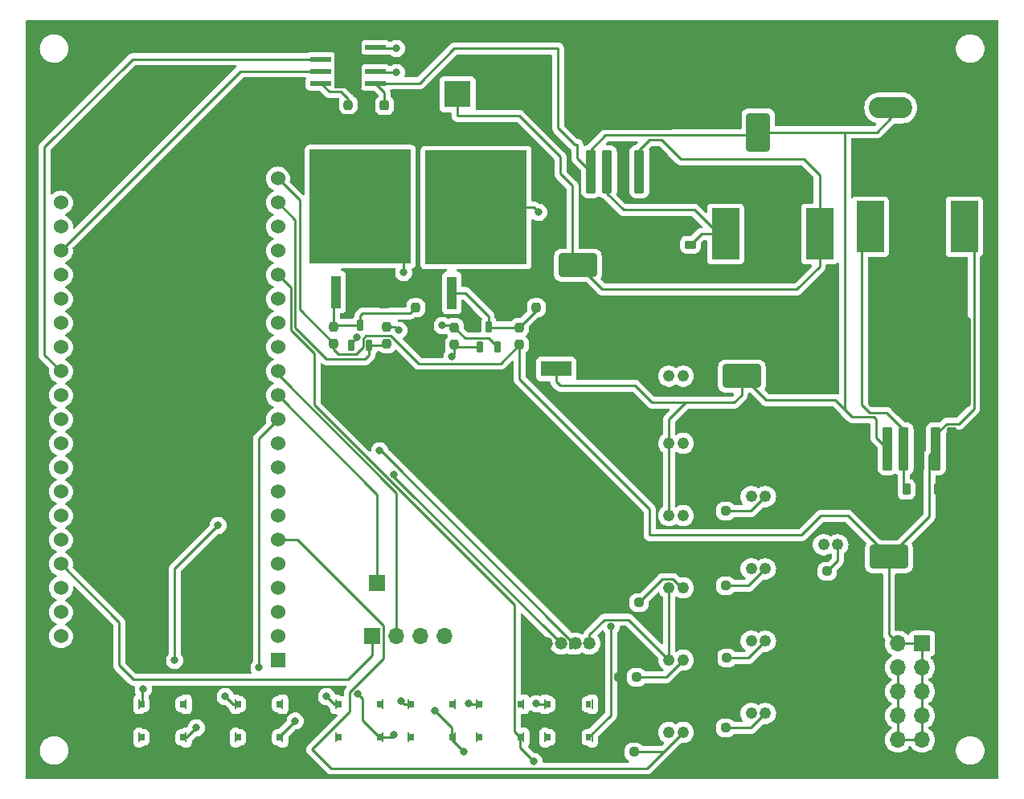
<source format=gbr>
%TF.GenerationSoftware,KiCad,Pcbnew,7.0.10*%
%TF.CreationDate,2024-05-27T10:21:38-04:00*%
%TF.ProjectId,Scout_Board,53636f75-745f-4426-9f61-72642e6b6963,rev?*%
%TF.SameCoordinates,Original*%
%TF.FileFunction,Copper,L1,Top*%
%TF.FilePolarity,Positive*%
%FSLAX46Y46*%
G04 Gerber Fmt 4.6, Leading zero omitted, Abs format (unit mm)*
G04 Created by KiCad (PCBNEW 7.0.10) date 2024-05-27 10:21:38*
%MOMM*%
%LPD*%
G01*
G04 APERTURE LIST*
G04 Aperture macros list*
%AMRoundRect*
0 Rectangle with rounded corners*
0 $1 Rounding radius*
0 $2 $3 $4 $5 $6 $7 $8 $9 X,Y pos of 4 corners*
0 Add a 4 corners polygon primitive as box body*
4,1,4,$2,$3,$4,$5,$6,$7,$8,$9,$2,$3,0*
0 Add four circle primitives for the rounded corners*
1,1,$1+$1,$2,$3*
1,1,$1+$1,$4,$5*
1,1,$1+$1,$6,$7*
1,1,$1+$1,$8,$9*
0 Add four rect primitives between the rounded corners*
20,1,$1+$1,$2,$3,$4,$5,0*
20,1,$1+$1,$4,$5,$6,$7,0*
20,1,$1+$1,$6,$7,$8,$9,0*
20,1,$1+$1,$8,$9,$2,$3,0*%
G04 Aperture macros list end*
%TA.AperFunction,SMDPad,CuDef*%
%ADD10R,1.041400X3.505200*%
%TD*%
%TA.AperFunction,SMDPad,CuDef*%
%ADD11R,10.718800X12.014200*%
%TD*%
%TA.AperFunction,ComponentPad*%
%ADD12C,1.244600*%
%TD*%
%TA.AperFunction,SMDPad,CuDef*%
%ADD13RoundRect,0.250000X0.300000X-2.050000X0.300000X2.050000X-0.300000X2.050000X-0.300000X-2.050000X0*%
%TD*%
%TA.AperFunction,SMDPad,CuDef*%
%ADD14RoundRect,0.250000X2.375000X-2.025000X2.375000X2.025000X-2.375000X2.025000X-2.375000X-2.025000X0*%
%TD*%
%TA.AperFunction,SMDPad,CuDef*%
%ADD15RoundRect,0.250002X5.149998X-4.449998X5.149998X4.449998X-5.149998X4.449998X-5.149998X-4.449998X0*%
%TD*%
%TA.AperFunction,SMDPad,CuDef*%
%ADD16RoundRect,0.237500X0.237500X-0.250000X0.237500X0.250000X-0.237500X0.250000X-0.237500X-0.250000X0*%
%TD*%
%TA.AperFunction,SMDPad,CuDef*%
%ADD17RoundRect,0.237500X0.250000X0.237500X-0.250000X0.237500X-0.250000X-0.237500X0.250000X-0.237500X0*%
%TD*%
%TA.AperFunction,ComponentPad*%
%ADD18R,1.700000X1.700000*%
%TD*%
%TA.AperFunction,ComponentPad*%
%ADD19O,1.700000X1.700000*%
%TD*%
%TA.AperFunction,SMDPad,CuDef*%
%ADD20RoundRect,0.237500X-0.237500X0.250000X-0.237500X-0.250000X0.237500X-0.250000X0.237500X0.250000X0*%
%TD*%
%TA.AperFunction,ComponentPad*%
%ADD21R,1.530000X1.530000*%
%TD*%
%TA.AperFunction,ComponentPad*%
%ADD22C,1.530000*%
%TD*%
%TA.AperFunction,SMDPad,CuDef*%
%ADD23RoundRect,0.225000X-0.375000X0.225000X-0.375000X-0.225000X0.375000X-0.225000X0.375000X0.225000X0*%
%TD*%
%TA.AperFunction,SMDPad,CuDef*%
%ADD24RoundRect,0.075000X0.225000X-0.540000X0.225000X0.540000X-0.225000X0.540000X-0.225000X-0.540000X0*%
%TD*%
%TA.AperFunction,SMDPad,CuDef*%
%ADD25R,3.200000X1.600000*%
%TD*%
%TA.AperFunction,SMDPad,CuDef*%
%ADD26R,0.200000X1.100000*%
%TD*%
%TA.AperFunction,SMDPad,CuDef*%
%ADD27R,0.500000X0.700000*%
%TD*%
%TA.AperFunction,SMDPad,CuDef*%
%ADD28RoundRect,0.250000X-1.750000X-1.000000X1.750000X-1.000000X1.750000X1.000000X-1.750000X1.000000X0*%
%TD*%
%TA.AperFunction,ComponentPad*%
%ADD29R,2.800000X2.800000*%
%TD*%
%TA.AperFunction,ComponentPad*%
%ADD30C,2.800000*%
%TD*%
%TA.AperFunction,SMDPad,CuDef*%
%ADD31R,2.900000X5.400000*%
%TD*%
%TA.AperFunction,ComponentPad*%
%ADD32C,1.320800*%
%TD*%
%TA.AperFunction,ComponentPad*%
%ADD33O,4.560000X2.280000*%
%TD*%
%TA.AperFunction,ComponentPad*%
%ADD34O,2.025000X4.050000*%
%TD*%
%TA.AperFunction,ComponentPad*%
%ADD35O,4.050000X2.025000*%
%TD*%
%TA.AperFunction,SMDPad,CuDef*%
%ADD36RoundRect,0.250000X1.000000X-1.750000X1.000000X1.750000X-1.000000X1.750000X-1.000000X-1.750000X0*%
%TD*%
%TA.AperFunction,SMDPad,CuDef*%
%ADD37R,2.200000X0.500000*%
%TD*%
%TA.AperFunction,ComponentPad*%
%ADD38C,0.630000*%
%TD*%
%TA.AperFunction,SMDPad,CuDef*%
%ADD39R,2.950000X4.900000*%
%TD*%
%TA.AperFunction,SMDPad,CuDef*%
%ADD40RoundRect,0.225000X-0.225000X-0.375000X0.225000X-0.375000X0.225000X0.375000X-0.225000X0.375000X0*%
%TD*%
%TA.AperFunction,SMDPad,CuDef*%
%ADD41RoundRect,0.237500X-0.237500X0.300000X-0.237500X-0.300000X0.237500X-0.300000X0.237500X0.300000X0*%
%TD*%
%TA.AperFunction,ViaPad*%
%ADD42C,0.800000*%
%TD*%
%TA.AperFunction,Conductor*%
%ADD43C,0.250000*%
%TD*%
G04 APERTURE END LIST*
D10*
%TO.P,MOSFET1,1,G*%
%TO.N,TopLightsHV*%
X180340000Y-118224300D03*
D11*
%TO.P,MOSFET1,2,D*%
%TO.N,Net-(Conn4-Pin_2)*%
X182880000Y-109220000D03*
D10*
%TO.P,MOSFET1,3,S*%
%TO.N,GND*%
X185420000Y-118224300D03*
%TD*%
D12*
%TO.P,Conn11,1,Pin_1*%
%TO.N,+3.3V*%
X211859999Y-147320000D03*
%TO.P,Conn11,2,Pin_2*%
%TO.N,Button5*%
X213360000Y-147320000D03*
%TD*%
D13*
%TO.P,U4,1,VIN*%
%TO.N,+12V*%
X226216000Y-134650000D03*
%TO.P,U4,2,OUT*%
%TO.N,Net-(D2-K)*%
X227916000Y-134650000D03*
%TO.P,U4,3,GND*%
%TO.N,GND*%
X229616000Y-134650000D03*
D14*
X226841000Y-127925000D03*
X232391000Y-127925000D03*
D15*
X229616000Y-125500000D03*
D14*
X226841000Y-123075000D03*
X232391000Y-123075000D03*
D13*
%TO.P,U4,4,FB*%
%TO.N,+5V*%
X231316000Y-134650000D03*
%TO.P,U4,5,~{ON}/OFF*%
%TO.N,GND*%
X233016000Y-134650000D03*
%TD*%
%TO.P,U3,1,VIN*%
%TO.N,+12V*%
X194974000Y-105440000D03*
%TO.P,U3,2,OUT*%
%TO.N,Net-(D1-K)*%
X196674000Y-105440000D03*
%TO.P,U3,3,GND*%
%TO.N,GND*%
X198374000Y-105440000D03*
D14*
X195599000Y-98715000D03*
X201149000Y-98715000D03*
D15*
X198374000Y-96290000D03*
D14*
X195599000Y-93865000D03*
X201149000Y-93865000D03*
D13*
%TO.P,U3,4,FB*%
%TO.N,+5VA*%
X200074000Y-105440000D03*
%TO.P,U3,5,~{ON}/OFF*%
%TO.N,GND*%
X201774000Y-105440000D03*
%TD*%
D16*
%TO.P,R5,1*%
%TO.N,TopLightsHV*%
X189230000Y-119784500D03*
%TO.P,R5,2*%
%TO.N,GND*%
X189230000Y-117959500D03*
%TD*%
D12*
%TO.P,Conn12,1,Pin_1*%
%TO.N,+3.3V*%
X211859999Y-139700000D03*
%TO.P,Conn12,2,Pin_2*%
%TO.N,Button6*%
X213360000Y-139700000D03*
%TD*%
D17*
%TO.P,R7,1*%
%TO.N,CaptureButton*%
X219860500Y-147574000D03*
%TO.P,R7,2*%
%TO.N,GND*%
X218035500Y-147574000D03*
%TD*%
D18*
%TO.P,J6,1,Pin_1*%
%TO.N,GND*%
X222270000Y-154970000D03*
D19*
%TO.P,J6,2,Pin_2*%
X219730000Y-154970000D03*
%TO.P,J6,3,Pin_3*%
X222270000Y-157510000D03*
%TO.P,J6,4,Pin_4*%
X219730000Y-157510000D03*
%TO.P,J6,5,Pin_5*%
X222270000Y-160050000D03*
%TO.P,J6,6,Pin_6*%
X219730000Y-160050000D03*
%TO.P,J6,7,Pin_7*%
X222270000Y-162590000D03*
%TO.P,J6,8,Pin_8*%
X219730000Y-162590000D03*
%TO.P,J6,9,Pin_9*%
X222270000Y-165130000D03*
%TO.P,J6,10,Pin_10*%
X219730000Y-165130000D03*
%TD*%
D20*
%TO.P,R10,1*%
%TO.N,+3.3V*%
X173482000Y-121769500D03*
%TO.P,R10,2*%
%TO.N,BottomLightsLV*%
X173482000Y-123594500D03*
%TD*%
D21*
%TO.P,U2,J1_1,3V3*%
%TO.N,+3.3V*%
X162014500Y-156970000D03*
D22*
%TO.P,U2,J1_2,3V3*%
X162014500Y-154430000D03*
%TO.P,U2,J1_3,RST*%
%TO.N,unconnected-(U2-RST-PadJ1_3)*%
X162014500Y-151890000D03*
%TO.P,U2,J1_4,GPIO4*%
%TO.N,Conn3*%
X162014500Y-149350000D03*
%TO.P,U2,J1_5,GPIO5*%
%TO.N,Conn4*%
X162014500Y-146810000D03*
%TO.P,U2,J1_6,GPIO6*%
%TO.N,Sw2*%
X162014500Y-144270000D03*
%TO.P,U2,J1_7,GPIO7*%
%TO.N,FlipButton*%
X162014500Y-141730000D03*
%TO.P,U2,J1_8,GPIO15*%
%TO.N,Sw1*%
X162014500Y-139190000D03*
%TO.P,U2,J1_9,GPIO16*%
%TO.N,TxD*%
X162014500Y-136650000D03*
%TO.P,U2,J1_10,GPIO17*%
%TO.N,RxD*%
X162014500Y-134110000D03*
%TO.P,U2,J1_11,GPIO18*%
%TO.N,CaptureButton*%
X162014500Y-131570000D03*
%TO.P,U2,J1_12,GPIO8*%
%TO.N,SBC_Power*%
X162014500Y-129030000D03*
%TO.P,U2,J1_13,GPIO3*%
%TO.N,Conn2*%
X162014500Y-126490000D03*
%TO.P,U2,J1_14,GPIO46*%
%TO.N,unconnected-(U2-GPIO46-PadJ1_14)*%
X162014500Y-123950000D03*
%TO.P,U2,J1_15,GPIO9*%
%TO.N,Button3*%
X162014500Y-121410000D03*
%TO.P,U2,J1_16,GPIO10*%
%TO.N,Button4*%
X162014500Y-118870000D03*
%TO.P,U2,J1_17,GPIO11*%
%TO.N,Button5*%
X162014500Y-116330000D03*
%TO.P,U2,J1_18,GPIO12*%
%TO.N,Button6*%
X162014500Y-113790000D03*
%TO.P,U2,J1_19,GPIO13*%
%TO.N,TopLightsLV*%
X162014500Y-111250000D03*
%TO.P,U2,J1_20,GPIO14*%
%TO.N,BottomLightsLV*%
X162014500Y-108710000D03*
%TO.P,U2,J1_21,5V0*%
%TO.N,+5V*%
X162014500Y-106170000D03*
%TO.P,U2,J1_22,GND*%
%TO.N,GND*%
X162014500Y-103630000D03*
%TO.P,U2,J3_1,GND*%
X139154500Y-156970000D03*
%TO.P,U2,J3_2,U0TXD/GPIO43*%
%TO.N,unconnected-(U2-U0TXD{slash}GPIO43-PadJ3_2)*%
X139154500Y-154430000D03*
%TO.P,U2,J3_3,U0RXD/GPIO44*%
%TO.N,unconnected-(U2-U0RXD{slash}GPIO44-PadJ3_3)*%
X139154500Y-151890000D03*
%TO.P,U2,J3_4,GPIO1*%
%TO.N,unconnected-(U2-GPIO1-PadJ3_4)*%
X139154500Y-149350000D03*
%TO.P,U2,J3_5,GPIO2*%
%TO.N,Conn1*%
X139154500Y-146810000D03*
%TO.P,U2,J3_6,MTMS/GPIO42*%
%TO.N,unconnected-(U2-MTMS{slash}GPIO42-PadJ3_6)*%
X139154500Y-144270000D03*
%TO.P,U2,J3_7,MTDI/GPIO41*%
%TO.N,unconnected-(U2-MTDI{slash}GPIO41-PadJ3_7)*%
X139154500Y-141730000D03*
%TO.P,U2,J3_8,MTDO/GPIO40*%
%TO.N,unconnected-(U2-MTDO{slash}GPIO40-PadJ3_8)*%
X139154500Y-139190000D03*
%TO.P,U2,J3_9,MTCK/GPIO39*%
%TO.N,unconnected-(U2-MTCK{slash}GPIO39-PadJ3_9)*%
X139154500Y-136650000D03*
%TO.P,U2,J3_10,GPIO38*%
%TO.N,unconnected-(U2-GPIO38-PadJ3_10)*%
X139154500Y-134110000D03*
%TO.P,U2,J3_11,GPIO37*%
%TO.N,unconnected-(U2-GPIO37-PadJ3_11)*%
X139154500Y-131570000D03*
%TO.P,U2,J3_12,GPIO36*%
%TO.N,unconnected-(U2-GPIO36-PadJ3_12)*%
X139154500Y-129030000D03*
%TO.P,U2,J3_13,GPIO35*%
%TO.N,IN2*%
X139154500Y-126490000D03*
%TO.P,U2,J3_14,GPIO0*%
%TO.N,unconnected-(U2-GPIO0-PadJ3_14)*%
X139154500Y-123950000D03*
%TO.P,U2,J3_15,GPIO45*%
%TO.N,unconnected-(U2-GPIO45-PadJ3_15)*%
X139154500Y-121410000D03*
%TO.P,U2,J3_16,GPIO48*%
%TO.N,unconnected-(U2-GPIO48-PadJ3_16)*%
X139154500Y-118870000D03*
%TO.P,U2,J3_17,GPIO47*%
%TO.N,unconnected-(U2-GPIO47-PadJ3_17)*%
X139154500Y-116330000D03*
%TO.P,U2,J3_18,GPIO21*%
%TO.N,IN1*%
X139154500Y-113790000D03*
%TO.P,U2,J3_19,USB_D+/GPIO20*%
%TO.N,unconnected-(U2-USB_D+{slash}GPIO20-PadJ3_19)*%
X139154500Y-111250000D03*
%TO.P,U2,J3_20,USB_D-/GPIO19*%
%TO.N,unconnected-(U2-USB_D-{slash}GPIO19-PadJ3_20)*%
X139154500Y-108710000D03*
%TO.P,U2,J3_21,GND*%
%TO.N,GND*%
X139154500Y-106170000D03*
%TO.P,U2,J3_22,GND*%
X139154500Y-103630000D03*
%TD*%
D17*
%TO.P,R14,1*%
%TO.N,Button5*%
X209192500Y-149098000D03*
%TO.P,R14,2*%
%TO.N,GND*%
X207367500Y-149098000D03*
%TD*%
D18*
%TO.P,J5,1,Pin_1*%
%TO.N,+5V*%
X229870000Y-155194000D03*
D19*
%TO.P,J5,2,Pin_2*%
X227330000Y-155194000D03*
%TO.P,J5,3,Pin_3*%
X229870000Y-157734000D03*
%TO.P,J5,4,Pin_4*%
X227330000Y-157734000D03*
%TO.P,J5,5,Pin_5*%
X229870000Y-160274000D03*
%TO.P,J5,6,Pin_6*%
X227330000Y-160274000D03*
%TO.P,J5,7,Pin_7*%
X229870000Y-162814000D03*
%TO.P,J5,8,Pin_8*%
X227330000Y-162814000D03*
%TO.P,J5,9,Pin_9*%
X229870000Y-165354000D03*
%TO.P,J5,10,Pin_10*%
X227330000Y-165354000D03*
%TD*%
D12*
%TO.P,Conn10,1,Pin_1*%
%TO.N,+3.3V*%
X211859999Y-154940000D03*
%TO.P,Conn10,2,Pin_2*%
%TO.N,Button4*%
X213360000Y-154940000D03*
%TD*%
%TO.P,Conn4,1,Pin_1*%
%TO.N,+12V*%
X203200000Y-134088001D03*
%TO.P,Conn4,2,Pin_2*%
%TO.N,Net-(Conn4-Pin_2)*%
X204700001Y-134088001D03*
%TD*%
D23*
%TO.P,D1,1,K*%
%TO.N,Net-(D1-K)*%
X205486000Y-113158000D03*
%TO.P,D1,2,A*%
%TO.N,GND*%
X205486000Y-116458000D03*
%TD*%
D17*
%TO.P,R2,1*%
%TO.N,Sw2*%
X199540500Y-166624000D03*
%TO.P,R2,2*%
%TO.N,GND*%
X197715500Y-166624000D03*
%TD*%
D12*
%TO.P,Conn9,1,Pin_1*%
%TO.N,+3.3V*%
X211859999Y-162560000D03*
%TO.P,Conn9,2,Pin_2*%
%TO.N,Button3*%
X213360000Y-162560000D03*
%TD*%
D24*
%TO.P,Q1,1*%
%TO.N,+3.3V*%
X183266000Y-123952000D03*
%TO.P,Q1,2*%
%TO.N,TopLightsLV*%
X185166000Y-123952000D03*
%TO.P,Q1,3*%
%TO.N,TopLightsHV*%
X184216000Y-121832000D03*
%TD*%
D25*
%TO.P,C2,1*%
%TO.N,+12V*%
X191342000Y-126238000D03*
%TO.P,C2,2*%
%TO.N,GND*%
X196342000Y-126238000D03*
%TD*%
D18*
%TO.P,J1,1,Pin_1*%
%TO.N,SBC_Power*%
X172466000Y-148844000D03*
%TD*%
D26*
%TO.P,S2,1*%
%TO.N,+3.3V*%
X157545000Y-161600000D03*
D27*
X157895000Y-161600000D03*
%TO.P,S2,2*%
%TO.N,unconnected-(S2-Pad2)*%
X162145000Y-161600000D03*
D26*
X162495000Y-161600000D03*
%TO.P,S2,3*%
%TO.N,unconnected-(S2-Pad3)*%
X157545000Y-165100000D03*
D27*
X157895000Y-165100000D03*
%TO.P,S2,4*%
%TO.N,CaptureButton*%
X162145000Y-165100000D03*
D26*
X162495000Y-165100000D03*
%TD*%
%TO.P,S3,1*%
%TO.N,+3.3V*%
X168120000Y-161600000D03*
D27*
X168470000Y-161600000D03*
%TO.P,S3,2*%
%TO.N,unconnected-(S3-Pad2)*%
X172720000Y-161600000D03*
D26*
X173070000Y-161600000D03*
%TO.P,S3,3*%
%TO.N,unconnected-(S3-Pad3)*%
X168120000Y-165100000D03*
D27*
X168470000Y-165100000D03*
%TO.P,S3,4*%
%TO.N,Button3*%
X172720000Y-165100000D03*
D26*
X173070000Y-165100000D03*
%TD*%
D17*
%TO.P,R13,1*%
%TO.N,Button4*%
X209296000Y-156718000D03*
%TO.P,R13,2*%
%TO.N,GND*%
X207471000Y-156718000D03*
%TD*%
D12*
%TO.P,Conn1,1,Pin_1*%
%TO.N,OUT1*%
X203200000Y-127000000D03*
%TO.P,Conn1,2,Pin_2*%
%TO.N,OUT2*%
X204700001Y-127000000D03*
%TD*%
D26*
%TO.P,S1,1*%
%TO.N,+3.3V*%
X147385000Y-161600000D03*
D27*
X147735000Y-161600000D03*
%TO.P,S1,2*%
%TO.N,unconnected-(S1-Pad2)*%
X151985000Y-161600000D03*
D26*
X152335000Y-161600000D03*
%TO.P,S1,3*%
%TO.N,unconnected-(S1-Pad3)*%
X147385000Y-165100000D03*
D27*
X147735000Y-165100000D03*
%TO.P,S1,4*%
%TO.N,FlipButton*%
X151985000Y-165100000D03*
D26*
X152335000Y-165100000D03*
%TD*%
D24*
%TO.P,Q2,1*%
%TO.N,+3.3V*%
X169738000Y-123742000D03*
%TO.P,Q2,2*%
%TO.N,BottomLightsLV*%
X171638000Y-123742000D03*
%TO.P,Q2,3*%
%TO.N,BottomLightsHV*%
X170688000Y-121622000D03*
%TD*%
D12*
%TO.P,Conn6,1,Pin_1*%
%TO.N,+3.3V*%
X203200000Y-149328001D03*
%TO.P,Conn6,2,Pin_2*%
%TO.N,FlipButton*%
X204700001Y-149328001D03*
%TD*%
D17*
%TO.P,R3,1*%
%TO.N,Sw1*%
X199794500Y-158750000D03*
%TO.P,R3,2*%
%TO.N,GND*%
X197969500Y-158750000D03*
%TD*%
D28*
%TO.P,C6,1*%
%TO.N,+12V*%
X210884000Y-127000000D03*
%TO.P,C6,2*%
%TO.N,GND*%
X218884000Y-127000000D03*
%TD*%
D16*
%TO.P,R6,1*%
%TO.N,BottomLightsHV*%
X176530000Y-119784500D03*
%TO.P,R6,2*%
%TO.N,GND*%
X176530000Y-117959500D03*
%TD*%
D17*
%TO.P,R12,1*%
%TO.N,Button3*%
X209192500Y-164084000D03*
%TO.P,R12,2*%
%TO.N,GND*%
X207367500Y-164084000D03*
%TD*%
D28*
%TO.P,C3,1*%
%TO.N,+5VA*%
X193612000Y-115316000D03*
%TO.P,C3,2*%
%TO.N,GND*%
X201612000Y-115316000D03*
%TD*%
D26*
%TO.P,S5,1*%
%TO.N,+3.3V*%
X182945000Y-161600000D03*
D27*
X183295000Y-161600000D03*
%TO.P,S5,2*%
%TO.N,unconnected-(S5-Pad2)*%
X187545000Y-161600000D03*
D26*
X187895000Y-161600000D03*
%TO.P,S5,3*%
%TO.N,unconnected-(S5-Pad3)*%
X182945000Y-165100000D03*
D27*
X183295000Y-165100000D03*
%TO.P,S5,4*%
%TO.N,Button5*%
X187545000Y-165100000D03*
D26*
X187895000Y-165100000D03*
%TD*%
D29*
%TO.P,J4,1,Pin_1*%
%TO.N,+5VA*%
X180928000Y-97282000D03*
D30*
%TO.P,J4,2,Pin_2*%
%TO.N,GND*%
X185928000Y-97282000D03*
%TD*%
D31*
%TO.P,L1,1,1*%
%TO.N,Net-(D1-K)*%
X209172000Y-112014000D03*
%TO.P,L1,2,2*%
%TO.N,+5VA*%
X219072000Y-112014000D03*
%TD*%
D32*
%TO.P,Conn7,1,VCC*%
%TO.N,+3.3V*%
X194818000Y-155194000D03*
%TO.P,Conn7,2,RXD*%
%TO.N,RxD*%
X193318001Y-155194000D03*
%TO.P,Conn7,3,TXD*%
%TO.N,TxD*%
X191817999Y-155194000D03*
%TO.P,Conn7,4,GND*%
%TO.N,GND*%
X190317999Y-155194000D03*
%TD*%
D16*
%TO.P,R9,1*%
%TO.N,+5V*%
X187452000Y-123698000D03*
%TO.P,R9,2*%
%TO.N,TopLightsHV*%
X187452000Y-121873000D03*
%TD*%
D12*
%TO.P,Conn8,1,Pin_1*%
%TO.N,+3.3V*%
X219479999Y-144780000D03*
%TO.P,Conn8,2,Pin_2*%
%TO.N,CaptureButton*%
X220980000Y-144780000D03*
%TD*%
D28*
%TO.P,C5,1*%
%TO.N,+5V*%
X226378000Y-146050000D03*
%TO.P,C5,2*%
%TO.N,GND*%
X234378000Y-146050000D03*
%TD*%
D26*
%TO.P,S6,1*%
%TO.N,+3.3V*%
X190150000Y-161600000D03*
D27*
X190500000Y-161600000D03*
%TO.P,S6,2*%
%TO.N,unconnected-(S6-Pad2)*%
X194750000Y-161600000D03*
D26*
X195100000Y-161600000D03*
%TO.P,S6,3*%
%TO.N,unconnected-(S6-Pad3)*%
X190150000Y-165100000D03*
D27*
X190500000Y-165100000D03*
%TO.P,S6,4*%
%TO.N,Button6*%
X194750000Y-165100000D03*
D26*
X195100000Y-165100000D03*
%TD*%
D18*
%TO.P,J2,1,Pin_1*%
%TO.N,Conn1*%
X171958000Y-154432000D03*
D19*
%TO.P,J2,2,Pin_2*%
%TO.N,Conn2*%
X174498000Y-154432000D03*
%TO.P,J2,3,Pin_3*%
%TO.N,Conn3*%
X177038000Y-154432000D03*
%TO.P,J2,4,Pin_4*%
%TO.N,Conn4*%
X179578000Y-154432000D03*
%TD*%
D12*
%TO.P,Conn2,1,Pin_1*%
%TO.N,+3.3V*%
X203200000Y-164568001D03*
%TO.P,Conn2,2,Pin_2*%
%TO.N,Sw2*%
X204700001Y-164568001D03*
%TD*%
D26*
%TO.P,S4,1*%
%TO.N,+3.3V*%
X175740000Y-161600000D03*
D27*
X176090000Y-161600000D03*
%TO.P,S4,2*%
%TO.N,unconnected-(S4-Pad2)*%
X180340000Y-161600000D03*
D26*
X180690000Y-161600000D03*
%TO.P,S4,3*%
%TO.N,unconnected-(S4-Pad3)*%
X175740000Y-165100000D03*
D27*
X176090000Y-165100000D03*
%TO.P,S4,4*%
%TO.N,Button4*%
X180340000Y-165100000D03*
D26*
X180690000Y-165100000D03*
%TD*%
D20*
%TO.P,R1,1*%
%TO.N,Net-(U1-ILIM)*%
X169418000Y-98401500D03*
%TO.P,R1,2*%
%TO.N,GND*%
X169418000Y-100226500D03*
%TD*%
D33*
%TO.P,J3,1*%
%TO.N,+12V*%
X226568000Y-98706000D03*
D34*
%TO.P,J3,2*%
%TO.N,GND*%
X221768000Y-95706000D03*
D35*
%TO.P,J3,3*%
X226568000Y-92456000D03*
%TD*%
D36*
%TO.P,C4,1*%
%TO.N,+12V*%
X212598000Y-101282000D03*
%TO.P,C4,2*%
%TO.N,GND*%
X212598000Y-93282000D03*
%TD*%
D16*
%TO.P,R11,1*%
%TO.N,+5V*%
X167894000Y-123594500D03*
%TO.P,R11,2*%
%TO.N,BottomLightsHV*%
X167894000Y-121769500D03*
%TD*%
D12*
%TO.P,Conn3,1,Pin_1*%
%TO.N,+3.3V*%
X203200000Y-156948001D03*
%TO.P,Conn3,2,Pin_2*%
%TO.N,Sw1*%
X204700001Y-156948001D03*
%TD*%
D37*
%TO.P,U1,1,GND*%
%TO.N,GND*%
X166543000Y-92329000D03*
%TO.P,U1,2,IN2*%
%TO.N,IN2*%
X166543000Y-93599000D03*
%TO.P,U1,3,IN1*%
%TO.N,IN1*%
X166543000Y-94869000D03*
%TO.P,U1,4,ILIM*%
%TO.N,Net-(U1-ILIM)*%
X166543000Y-96139000D03*
%TO.P,U1,5,VM*%
%TO.N,+12V*%
X172293000Y-96139000D03*
%TO.P,U1,6,OUT1*%
%TO.N,OUT1*%
X172293000Y-94869000D03*
%TO.P,U1,7,PGND*%
%TO.N,GND*%
X172293000Y-93599000D03*
%TO.P,U1,8,OUT2*%
%TO.N,OUT2*%
X172293000Y-92329000D03*
D38*
%TO.P,U1,9*%
%TO.N,GND*%
X168768000Y-92934000D03*
X168768000Y-94234000D03*
X168768000Y-95534000D03*
D39*
X169418000Y-94234000D03*
D38*
X170068000Y-92934000D03*
X170068000Y-94234000D03*
X170068000Y-95534000D03*
%TD*%
D40*
%TO.P,D2,1,K*%
%TO.N,Net-(D2-K)*%
X228220000Y-138938000D03*
%TO.P,D2,2,A*%
%TO.N,GND*%
X231520000Y-138938000D03*
%TD*%
D12*
%TO.P,Conn5,1,Pin_1*%
%TO.N,+12V*%
X203200000Y-141708001D03*
%TO.P,Conn5,2,Pin_2*%
%TO.N,Net-(Conn5-Pin_2)*%
X204700001Y-141708001D03*
%TD*%
D41*
%TO.P,C1,1*%
%TO.N,+12V*%
X173228000Y-98451500D03*
%TO.P,C1,2*%
%TO.N,GND*%
X173228000Y-100176500D03*
%TD*%
D31*
%TO.P,L2,1,1*%
%TO.N,Net-(D2-K)*%
X224412000Y-111252000D03*
%TO.P,L2,2,2*%
%TO.N,+5V*%
X234312000Y-111252000D03*
%TD*%
D17*
%TO.P,R4,1*%
%TO.N,FlipButton*%
X200048500Y-150876000D03*
%TO.P,R4,2*%
%TO.N,GND*%
X198223500Y-150876000D03*
%TD*%
D10*
%TO.P,MOSFET2,1,G*%
%TO.N,BottomLightsHV*%
X168148000Y-118135400D03*
D11*
%TO.P,MOSFET2,2,D*%
%TO.N,Net-(Conn5-Pin_2)*%
X170688000Y-109131100D03*
D10*
%TO.P,MOSFET2,3,S*%
%TO.N,GND*%
X173228000Y-118135400D03*
%TD*%
D17*
%TO.P,R15,1*%
%TO.N,Button6*%
X209192500Y-141224000D03*
%TO.P,R15,2*%
%TO.N,GND*%
X207367500Y-141224000D03*
%TD*%
D16*
%TO.P,R8,1*%
%TO.N,+3.3V*%
X180594000Y-123698000D03*
%TO.P,R8,2*%
%TO.N,TopLightsLV*%
X180594000Y-121873000D03*
%TD*%
D42*
%TO.N,GND*%
X137922000Y-100076000D03*
%TO.N,OUT1*%
X174498000Y-94996000D03*
%TO.N,OUT2*%
X174498000Y-92456000D03*
%TO.N,+3.3V*%
X170298214Y-122912962D03*
X189230000Y-161544000D03*
X175006000Y-161290000D03*
X167132000Y-160782000D03*
X182118000Y-161544000D03*
X180340000Y-124968000D03*
X156464000Y-160782000D03*
X174752000Y-122174000D03*
X147828000Y-160020000D03*
%TO.N,Sw1*%
X151130000Y-156972000D03*
X155702000Y-142748000D03*
%TO.N,Net-(Conn4-Pin_2)*%
X189484000Y-109728000D03*
%TO.N,Net-(Conn5-Pin_2)*%
X175260000Y-116078000D03*
%TO.N,FlipButton*%
X153416000Y-164084000D03*
%TO.N,RxD*%
X172720000Y-134874000D03*
%TO.N,TxD*%
X174248653Y-137409347D03*
%TO.N,CaptureButton*%
X163830000Y-163359000D03*
X160020000Y-157734000D03*
%TO.N,Button3*%
X170434000Y-160528000D03*
X174244000Y-164809000D03*
%TO.N,Button4*%
X181610000Y-166624000D03*
X178562000Y-162306000D03*
%TO.N,Button5*%
X188976000Y-167640000D03*
%TO.N,Button6*%
X197104000Y-153416000D03*
%TO.N,TopLightsLV*%
X179324000Y-121666000D03*
%TD*%
D43*
%TO.N,+12V*%
X191516000Y-100838000D02*
X191516000Y-92456000D01*
X191342000Y-126238000D02*
X191342000Y-127588000D01*
X221996000Y-130810000D02*
X220726000Y-129540000D01*
X196514000Y-101600000D02*
X194974000Y-103140000D01*
X226568000Y-99822000D02*
X225108000Y-101282000D01*
X213424000Y-129540000D02*
X210884000Y-127000000D01*
X212280000Y-101600000D02*
X196514000Y-101600000D01*
X193548000Y-104014000D02*
X193548000Y-102616000D01*
X194974000Y-105440000D02*
X193548000Y-104014000D01*
X191516000Y-92456000D02*
X180594000Y-92456000D01*
X226568000Y-98706000D02*
X226568000Y-99822000D01*
X193548000Y-102616000D02*
X193294000Y-102616000D01*
X225044000Y-133478000D02*
X225044000Y-131572000D01*
X199644000Y-128016000D02*
X201422000Y-129794000D01*
X173228000Y-97074000D02*
X172293000Y-96139000D01*
X210884000Y-128968000D02*
X210058000Y-129794000D01*
X203200000Y-131572000D02*
X203200000Y-134088001D01*
X221742000Y-101282000D02*
X221742000Y-130556000D01*
X203200000Y-134088001D02*
X203200000Y-141708001D01*
X210058000Y-129794000D02*
X204978000Y-129794000D01*
X210884000Y-127000000D02*
X210884000Y-128968000D01*
X194974000Y-103140000D02*
X194974000Y-105440000D01*
X220726000Y-129540000D02*
X213424000Y-129540000D01*
X212598000Y-101282000D02*
X212280000Y-101600000D01*
X191342000Y-127588000D02*
X191770000Y-128016000D01*
X221742000Y-101282000D02*
X212598000Y-101282000D01*
X222504000Y-131318000D02*
X221996000Y-130810000D01*
X226216000Y-134650000D02*
X225044000Y-133478000D01*
X225044000Y-131572000D02*
X224790000Y-131318000D01*
X225108000Y-101282000D02*
X221742000Y-101282000D01*
X180594000Y-92456000D02*
X176911000Y-96139000D01*
X224790000Y-131318000D02*
X222504000Y-131318000D01*
X191770000Y-128016000D02*
X199644000Y-128016000D01*
X176911000Y-96139000D02*
X172293000Y-96139000D01*
X173228000Y-98451500D02*
X173228000Y-97074000D01*
X221742000Y-130556000D02*
X221996000Y-130810000D01*
X204978000Y-129794000D02*
X203200000Y-131572000D01*
X201422000Y-129794000D02*
X204978000Y-129794000D01*
X193294000Y-102616000D02*
X191516000Y-100838000D01*
%TO.N,+5V*%
X185457000Y-125693000D02*
X176870076Y-125693000D01*
X227330000Y-155194000D02*
X229870000Y-155194000D01*
X231316000Y-134650000D02*
X230632000Y-135334000D01*
X167894000Y-123594500D02*
X167894000Y-124206000D01*
X171013000Y-123952000D02*
X171013000Y-123034236D01*
X222060000Y-141732000D02*
X226378000Y-146050000D01*
X219202000Y-141732000D02*
X222060000Y-141732000D01*
X226378000Y-146050000D02*
X226378000Y-154242000D01*
X235341000Y-130419000D02*
X233735000Y-132025000D01*
X187452000Y-123698000D02*
X187452000Y-127299686D01*
X230632000Y-141796000D02*
X226378000Y-146050000D01*
X164280000Y-108435500D02*
X162014500Y-106170000D01*
X226378000Y-154242000D02*
X227330000Y-155194000D01*
X170283000Y-124682000D02*
X171013000Y-123952000D01*
X230632000Y-135334000D02*
X230632000Y-141796000D01*
X167894000Y-124206000D02*
X168370000Y-124682000D01*
X229870000Y-165354000D02*
X227330000Y-165354000D01*
X164280000Y-119980500D02*
X164280000Y-108435500D01*
X235341000Y-112281000D02*
X235341000Y-130419000D01*
X217170000Y-143764000D02*
X219202000Y-141732000D01*
X187452000Y-127299686D02*
X201168000Y-141015686D01*
X232465000Y-132025000D02*
X231316000Y-133174000D01*
X227330000Y-165354000D02*
X227330000Y-157734000D01*
X173924538Y-122747462D02*
X174051538Y-122874462D01*
X171299774Y-122747462D02*
X173924538Y-122747462D01*
X176870076Y-125693000D02*
X174051538Y-122874462D01*
X168370000Y-124682000D02*
X170283000Y-124682000D01*
X229870000Y-155194000D02*
X229870000Y-165354000D01*
X171013000Y-123034236D02*
X171299774Y-122747462D01*
X201168000Y-141015686D02*
X201168000Y-143764000D01*
X187452000Y-123698000D02*
X185457000Y-125693000D01*
X201168000Y-143764000D02*
X217170000Y-143764000D01*
X233735000Y-132025000D02*
X232465000Y-132025000D01*
X231316000Y-133174000D02*
X231316000Y-134650000D01*
X167894000Y-123594500D02*
X164280000Y-119980500D01*
X234312000Y-111252000D02*
X235341000Y-112281000D01*
%TO.N,OUT1*%
X174498000Y-94996000D02*
X172420000Y-94996000D01*
X172420000Y-94996000D02*
X172293000Y-94869000D01*
%TO.N,OUT2*%
X174498000Y-92456000D02*
X172420000Y-92456000D01*
X172420000Y-92456000D02*
X172293000Y-92329000D01*
%TO.N,+3.3V*%
X183266000Y-123952000D02*
X180848000Y-123952000D01*
X180594000Y-124714000D02*
X180340000Y-124968000D01*
X203200000Y-156948001D02*
X203200000Y-149328001D01*
X169738000Y-123742000D02*
X169738000Y-123473176D01*
X168470000Y-161600000D02*
X167950000Y-161600000D01*
X175316000Y-161600000D02*
X175006000Y-161290000D01*
X173482000Y-121769500D02*
X174347500Y-121769500D01*
X157895000Y-161600000D02*
X157282000Y-161600000D01*
X190500000Y-161600000D02*
X189286000Y-161600000D01*
X147735000Y-161600000D02*
X147735000Y-160113000D01*
X147735000Y-160113000D02*
X147828000Y-160020000D01*
X183295000Y-161600000D02*
X182174000Y-161600000D01*
X174347500Y-121769500D02*
X174752000Y-122174000D01*
X198942999Y-152691000D02*
X203200000Y-156948001D01*
X194818000Y-155194000D02*
X194818000Y-154260054D01*
X182174000Y-161600000D02*
X182118000Y-161544000D01*
X189286000Y-161600000D02*
X189230000Y-161544000D01*
X196387054Y-152691000D02*
X198942999Y-152691000D01*
X169738000Y-123473176D02*
X170298214Y-122912962D01*
X176090000Y-161600000D02*
X175316000Y-161600000D01*
X194818000Y-154260054D02*
X196387054Y-152691000D01*
X180848000Y-123952000D02*
X180594000Y-123698000D01*
X167950000Y-161600000D02*
X167132000Y-160782000D01*
X180594000Y-123698000D02*
X180594000Y-124714000D01*
X157282000Y-161600000D02*
X156464000Y-160782000D01*
%TO.N,Sw2*%
X167603000Y-168365000D02*
X165608000Y-166370000D01*
X204700001Y-164568001D02*
X200903002Y-168365000D01*
X200903002Y-168365000D02*
X167603000Y-168365000D01*
X173133000Y-156803695D02*
X173133000Y-153321000D01*
X173133000Y-153321000D02*
X164082000Y-144270000D01*
X199540500Y-166624000D02*
X202644002Y-166624000D01*
X169604396Y-162373604D02*
X169604396Y-160332299D01*
X202644002Y-166624000D02*
X204700001Y-164568001D01*
X164082000Y-144270000D02*
X162014500Y-144270000D01*
X169604396Y-160332299D02*
X173133000Y-156803695D01*
X165608000Y-166370000D02*
X169604396Y-162373604D01*
%TO.N,Sw1*%
X204700001Y-156948001D02*
X202898002Y-158750000D01*
X155702000Y-142748000D02*
X151130000Y-147320000D01*
X202898002Y-158750000D02*
X199794500Y-158750000D01*
X151130000Y-147320000D02*
X151130000Y-156972000D01*
%TO.N,Net-(Conn4-Pin_2)*%
X189484000Y-109728000D02*
X188976000Y-109220000D01*
X188976000Y-109220000D02*
X182880000Y-109220000D01*
%TO.N,Net-(Conn5-Pin_2)*%
X175260000Y-113703100D02*
X170688000Y-109131100D01*
X175260000Y-116078000D02*
X175260000Y-113703100D01*
%TO.N,FlipButton*%
X204700001Y-149328001D02*
X204539685Y-149328001D01*
X203592385Y-148380701D02*
X202543799Y-148380701D01*
X152400000Y-165100000D02*
X153416000Y-164084000D01*
X204539685Y-149328001D02*
X203592385Y-148380701D01*
X151985000Y-165100000D02*
X152400000Y-165100000D01*
X202543799Y-148380701D02*
X200048500Y-150876000D01*
%TO.N,RxD*%
X192803399Y-155708602D02*
X192803399Y-154785833D01*
X192803399Y-154785833D02*
X172891566Y-134874000D01*
X193318001Y-155194000D02*
X192803399Y-155708602D01*
X172891566Y-134874000D02*
X172720000Y-134874000D01*
%TO.N,TxD*%
X174248653Y-137624654D02*
X174248653Y-137409347D01*
X191817999Y-155194000D02*
X174248653Y-137624654D01*
%TO.N,CaptureButton*%
X160020000Y-133564500D02*
X160020000Y-157734000D01*
X162145000Y-165100000D02*
X162145000Y-165044000D01*
X162014500Y-131570000D02*
X160020000Y-133564500D01*
X162145000Y-165044000D02*
X163830000Y-163359000D01*
X219860500Y-147574000D02*
X220980000Y-146454500D01*
X220980000Y-146454500D02*
X220980000Y-144780000D01*
%TO.N,Button3*%
X209192500Y-164084000D02*
X211836000Y-164084000D01*
X170434000Y-160528000D02*
X170942000Y-161036000D01*
X211836000Y-164084000D02*
X213360000Y-162560000D01*
X173953000Y-165100000D02*
X174244000Y-164809000D01*
X170942000Y-161036000D02*
X170942000Y-163322000D01*
X170942000Y-163322000D02*
X172720000Y-165100000D01*
X172720000Y-165100000D02*
X173953000Y-165100000D01*
%TO.N,Button4*%
X180340000Y-164084000D02*
X180340000Y-165100000D01*
X180340000Y-165354000D02*
X181610000Y-166624000D01*
X209296000Y-156718000D02*
X211582000Y-156718000D01*
X211582000Y-156718000D02*
X213360000Y-154940000D01*
X178562000Y-162306000D02*
X180340000Y-164084000D01*
X180340000Y-165100000D02*
X180340000Y-165354000D01*
%TO.N,Button5*%
X211582000Y-149098000D02*
X213360000Y-147320000D01*
X163380000Y-117695500D02*
X163380000Y-122106396D01*
X163380000Y-122106396D02*
X165862000Y-124588396D01*
X187545000Y-165100000D02*
X187545000Y-166209000D01*
X165862000Y-130048000D02*
X186944000Y-151130000D01*
X186944000Y-151130000D02*
X186944000Y-164499000D01*
X165862000Y-124588396D02*
X165862000Y-130048000D01*
X187545000Y-166209000D02*
X188976000Y-167640000D01*
X209192500Y-149098000D02*
X211582000Y-149098000D01*
X162014500Y-116330000D02*
X163380000Y-117695500D01*
X186944000Y-164499000D02*
X187545000Y-165100000D01*
%TO.N,Button6*%
X211836000Y-141224000D02*
X213360000Y-139700000D01*
X197104000Y-162746000D02*
X197104000Y-153416000D01*
X194750000Y-165100000D02*
X197104000Y-162746000D01*
X209192500Y-141224000D02*
X211836000Y-141224000D01*
%TO.N,Net-(D1-K)*%
X206630000Y-112014000D02*
X205486000Y-113158000D01*
X198408000Y-109474000D02*
X205870000Y-109474000D01*
X196674000Y-107740000D02*
X198408000Y-109474000D01*
X209172000Y-112014000D02*
X206630000Y-112014000D01*
X196674000Y-105440000D02*
X196674000Y-107740000D01*
X205870000Y-109474000D02*
X209426000Y-113030000D01*
%TO.N,Net-(D2-K)*%
X224412000Y-111252000D02*
X223520000Y-112144000D01*
X227916000Y-138634000D02*
X228220000Y-138938000D01*
X227916000Y-132666000D02*
X227916000Y-134650000D01*
X223520000Y-112144000D02*
X223520000Y-130048000D01*
X223520000Y-130048000D02*
X224340000Y-130868000D01*
X224340000Y-130868000D02*
X226118000Y-130868000D01*
X226118000Y-130868000D02*
X227916000Y-132666000D01*
X227916000Y-134650000D02*
X227916000Y-138634000D01*
%TO.N,SBC_Power*%
X162014500Y-129030000D02*
X172466000Y-139481500D01*
X172466000Y-139481500D02*
X172466000Y-148844000D01*
%TO.N,Conn1*%
X169418000Y-159004000D02*
X171958000Y-156464000D01*
X139154500Y-146810000D02*
X145288000Y-152943500D01*
X145288000Y-152943500D02*
X145288000Y-157480000D01*
X145288000Y-157480000D02*
X146812000Y-159004000D01*
X146812000Y-159004000D02*
X169418000Y-159004000D01*
X171958000Y-156464000D02*
X171958000Y-154432000D01*
%TO.N,Conn2*%
X174498000Y-139320396D02*
X174498000Y-154432000D01*
X162014500Y-126836896D02*
X174498000Y-139320396D01*
X162014500Y-126490000D02*
X162014500Y-126836896D01*
%TO.N,TopLightsHV*%
X184216000Y-120716000D02*
X181724300Y-118224300D01*
X189230000Y-119784500D02*
X189230000Y-120095000D01*
X181724300Y-118224300D02*
X180340000Y-118224300D01*
X189230000Y-120095000D02*
X187452000Y-121873000D01*
X184216000Y-121832000D02*
X184216000Y-120716000D01*
X187452000Y-121873000D02*
X184257000Y-121873000D01*
X184257000Y-121873000D02*
X184216000Y-121832000D01*
%TO.N,BottomLightsHV*%
X167894000Y-121769500D02*
X167894000Y-118389400D01*
X170688000Y-121622000D02*
X168041500Y-121622000D01*
X170688000Y-120650000D02*
X170942000Y-120396000D01*
X167894000Y-118389400D02*
X168148000Y-118135400D01*
X168041500Y-121622000D02*
X167894000Y-121769500D01*
X170942000Y-120396000D02*
X175918500Y-120396000D01*
X170688000Y-121622000D02*
X170688000Y-120650000D01*
X175918500Y-120396000D02*
X176530000Y-119784500D01*
%TO.N,TopLightsLV*%
X179324000Y-121666000D02*
X180387000Y-121666000D01*
X185166000Y-123952000D02*
X184226000Y-123012000D01*
X184226000Y-123012000D02*
X181733000Y-123012000D01*
X181733000Y-123012000D02*
X180594000Y-121873000D01*
X180387000Y-121666000D02*
X180594000Y-121873000D01*
%TO.N,BottomLightsLV*%
X171638000Y-123742000D02*
X173334500Y-123742000D01*
X171638000Y-124780000D02*
X171638000Y-123742000D01*
X163830000Y-110525500D02*
X163830000Y-121920000D01*
X171196000Y-125222000D02*
X171638000Y-124780000D01*
X173334500Y-123742000D02*
X173482000Y-123594500D01*
X162014500Y-108710000D02*
X163830000Y-110525500D01*
X163830000Y-121920000D02*
X167132000Y-125222000D01*
X167132000Y-125222000D02*
X171196000Y-125222000D01*
%TO.N,Net-(U1-ILIM)*%
X166543000Y-96139000D02*
X167432000Y-97028000D01*
X167432000Y-97028000D02*
X168656000Y-97028000D01*
X169418000Y-97790000D02*
X169418000Y-98401500D01*
X168656000Y-97028000D02*
X169418000Y-97790000D01*
%TO.N,IN2*%
X137414000Y-124749500D02*
X137414000Y-102870000D01*
X137414000Y-102870000D02*
X146685000Y-93599000D01*
X139154500Y-126490000D02*
X137414000Y-124749500D01*
X146685000Y-93599000D02*
X166543000Y-93599000D01*
%TO.N,IN1*%
X166543000Y-94869000D02*
X158075500Y-94869000D01*
X158075500Y-94869000D02*
X139154500Y-113790000D01*
%TO.N,+5VA*%
X219072000Y-112014000D02*
X219072000Y-105788000D01*
X187452000Y-99568000D02*
X180928000Y-99568000D01*
X200074000Y-103140000D02*
X200074000Y-105440000D01*
X193612000Y-115316000D02*
X196152000Y-117856000D01*
X191770000Y-105664000D02*
X191770000Y-103886000D01*
X193040000Y-106934000D02*
X191770000Y-105664000D01*
X219072000Y-115446000D02*
X219072000Y-112014000D01*
X219072000Y-105788000D02*
X217424000Y-104140000D01*
X196152000Y-117856000D02*
X216662000Y-117856000D01*
X191770000Y-103886000D02*
X187452000Y-99568000D01*
X216662000Y-117856000D02*
X219072000Y-115446000D01*
X193612000Y-115316000D02*
X193040000Y-114744000D01*
X201106000Y-102108000D02*
X200074000Y-103140000D01*
X217424000Y-104140000D02*
X204470000Y-104140000D01*
X204470000Y-104140000D02*
X202438000Y-102108000D01*
X180928000Y-99568000D02*
X180928000Y-97282000D01*
X193040000Y-114744000D02*
X193040000Y-106934000D01*
X202438000Y-102108000D02*
X201106000Y-102108000D01*
%TD*%
%TA.AperFunction,Conductor*%
%TO.N,GND*%
G36*
X157600406Y-94244185D02*
G01*
X157646161Y-94296989D01*
X157656105Y-94366147D01*
X157628907Y-94427544D01*
X157616070Y-94443060D01*
X157608211Y-94451697D01*
X140628816Y-111431091D01*
X140567493Y-111464576D01*
X140497801Y-111459592D01*
X140441868Y-111417720D01*
X140417451Y-111352256D01*
X140417607Y-111332602D01*
X140424834Y-111250000D01*
X140424834Y-111249998D01*
X140405535Y-111029414D01*
X140405535Y-111029409D01*
X140348223Y-110815520D01*
X140254642Y-110614833D01*
X140127632Y-110433445D01*
X139971055Y-110276868D01*
X139789667Y-110149858D01*
X139666407Y-110092381D01*
X139613968Y-110046210D01*
X139594816Y-109979017D01*
X139615031Y-109912136D01*
X139666408Y-109867618D01*
X139666728Y-109867469D01*
X139789667Y-109810142D01*
X139971055Y-109683132D01*
X140127632Y-109526555D01*
X140254642Y-109345167D01*
X140348223Y-109144480D01*
X140405535Y-108930591D01*
X140424834Y-108710000D01*
X140424828Y-108709936D01*
X140416484Y-108614560D01*
X140405535Y-108489409D01*
X140348223Y-108275520D01*
X140340301Y-108258532D01*
X140301263Y-108174814D01*
X140254642Y-108074833D01*
X140127632Y-107893445D01*
X139971055Y-107736868D01*
X139789667Y-107609858D01*
X139789663Y-107609856D01*
X139588986Y-107516279D01*
X139588975Y-107516275D01*
X139375092Y-107458965D01*
X139375085Y-107458964D01*
X139154502Y-107439666D01*
X139154498Y-107439666D01*
X138933914Y-107458964D01*
X138933907Y-107458965D01*
X138720024Y-107516275D01*
X138720013Y-107516279D01*
X138519336Y-107609856D01*
X138519334Y-107609857D01*
X138337944Y-107736868D01*
X138337941Y-107736871D01*
X138251181Y-107823632D01*
X138189858Y-107857117D01*
X138120166Y-107852133D01*
X138064233Y-107810261D01*
X138039816Y-107744797D01*
X138039500Y-107735951D01*
X138039500Y-103180452D01*
X138059185Y-103113413D01*
X138075819Y-103092771D01*
X146907772Y-94260819D01*
X146969095Y-94227334D01*
X146995453Y-94224500D01*
X157533367Y-94224500D01*
X157600406Y-94244185D01*
G37*
%TD.AperFunction*%
%TA.AperFunction,Conductor*%
G36*
X237872539Y-89476185D02*
G01*
X237918294Y-89528989D01*
X237929500Y-89580500D01*
X237929500Y-169331500D01*
X237909815Y-169398539D01*
X237857011Y-169444294D01*
X237805500Y-169455500D01*
X135554500Y-169455500D01*
X135487461Y-169435815D01*
X135441706Y-169383011D01*
X135430500Y-169331500D01*
X135430500Y-166456004D01*
X136924357Y-166456004D01*
X136932138Y-166549901D01*
X136932562Y-166560142D01*
X136932562Y-166580080D01*
X136935844Y-166599756D01*
X136937110Y-166609918D01*
X136944890Y-166703815D01*
X136944891Y-166703818D01*
X136968025Y-166795173D01*
X136970127Y-166805199D01*
X136973407Y-166824855D01*
X136973409Y-166824862D01*
X136979882Y-166843717D01*
X136982805Y-166853537D01*
X137005935Y-166944874D01*
X137005939Y-166944887D01*
X137043786Y-167031168D01*
X137047511Y-167040715D01*
X137049721Y-167047152D01*
X137053986Y-167059576D01*
X137053988Y-167059579D01*
X137063479Y-167077118D01*
X137067978Y-167086321D01*
X137105827Y-167172608D01*
X137157362Y-167251488D01*
X137162608Y-167260292D01*
X137172095Y-167277823D01*
X137172099Y-167277829D01*
X137184352Y-167293573D01*
X137190304Y-167301910D01*
X137241834Y-167380782D01*
X137241838Y-167380787D01*
X137305657Y-167450114D01*
X137312275Y-167457927D01*
X137324523Y-167473663D01*
X137334591Y-167482931D01*
X137339195Y-167487170D01*
X137346431Y-167494406D01*
X137377190Y-167527819D01*
X137410257Y-167563739D01*
X137484618Y-167621617D01*
X137492440Y-167628242D01*
X137507098Y-167641736D01*
X137507100Y-167641737D01*
X137507102Y-167641739D01*
X137523803Y-167652650D01*
X137532133Y-167658599D01*
X137606491Y-167716474D01*
X137606495Y-167716476D01*
X137606500Y-167716480D01*
X137648455Y-167739184D01*
X137689368Y-167761325D01*
X137698153Y-167766559D01*
X137714855Y-167777471D01*
X137733138Y-167785490D01*
X137742291Y-167789965D01*
X137825190Y-167834828D01*
X137914340Y-167865433D01*
X137923839Y-167869140D01*
X137942114Y-167877156D01*
X137942121Y-167877159D01*
X137961441Y-167882051D01*
X137971252Y-167884971D01*
X138031334Y-167905597D01*
X138060385Y-167915571D01*
X138093785Y-167921144D01*
X138153336Y-167931081D01*
X138163357Y-167933182D01*
X138182685Y-167938077D01*
X138202577Y-167939725D01*
X138212698Y-167940986D01*
X138305665Y-167956500D01*
X138305666Y-167956500D01*
X138399884Y-167956500D01*
X138410123Y-167956923D01*
X138416649Y-167957464D01*
X138429997Y-167958571D01*
X138430000Y-167958571D01*
X138430003Y-167958571D01*
X138443350Y-167957464D01*
X138449876Y-167956923D01*
X138460116Y-167956500D01*
X138554330Y-167956500D01*
X138554335Y-167956500D01*
X138647304Y-167940986D01*
X138657413Y-167939726D01*
X138677315Y-167938077D01*
X138696661Y-167933177D01*
X138706644Y-167931084D01*
X138799614Y-167915571D01*
X138888776Y-167884961D01*
X138898524Y-167882059D01*
X138917884Y-167877157D01*
X138936158Y-167869141D01*
X138945657Y-167865434D01*
X139034810Y-167834828D01*
X139117717Y-167789960D01*
X139126851Y-167785495D01*
X139145145Y-167777471D01*
X139161867Y-167766545D01*
X139170601Y-167761341D01*
X139253509Y-167716474D01*
X139327919Y-167658558D01*
X139336184Y-167652658D01*
X139352898Y-167641739D01*
X139367580Y-167628222D01*
X139375370Y-167621625D01*
X139449744Y-167563738D01*
X139513575Y-167494398D01*
X139520785Y-167487187D01*
X139535477Y-167473663D01*
X139547741Y-167457905D01*
X139554329Y-167450127D01*
X139618164Y-167380785D01*
X139669720Y-167301872D01*
X139675628Y-167293597D01*
X139687902Y-167277828D01*
X139697399Y-167260277D01*
X139702628Y-167251501D01*
X139754173Y-167172607D01*
X139792032Y-167086297D01*
X139796512Y-167077132D01*
X139806014Y-167059576D01*
X139812501Y-167040677D01*
X139816195Y-167031210D01*
X139854063Y-166944881D01*
X139877199Y-166853517D01*
X139880118Y-166843717D01*
X139886592Y-166824859D01*
X139889878Y-166805164D01*
X139891974Y-166795173D01*
X139915108Y-166703821D01*
X139922892Y-166609872D01*
X139924155Y-166599756D01*
X139927438Y-166580081D01*
X139928048Y-166550504D01*
X139928442Y-166542892D01*
X139935643Y-166456000D01*
X139928443Y-166369111D01*
X139928048Y-166361492D01*
X139927438Y-166331919D01*
X139924154Y-166312239D01*
X139922891Y-166302115D01*
X139915108Y-166208179D01*
X139891973Y-166116823D01*
X139889873Y-166106804D01*
X139888733Y-166099971D01*
X139886592Y-166087141D01*
X139880119Y-166068288D01*
X139877195Y-166058466D01*
X139877193Y-166058460D01*
X139854063Y-165967119D01*
X139854062Y-165967115D01*
X139821901Y-165893797D01*
X139816210Y-165880823D01*
X139812498Y-165871312D01*
X139806014Y-165852424D01*
X139796518Y-165834876D01*
X139792018Y-165825671D01*
X139791650Y-165824833D01*
X139754173Y-165739393D01*
X139754171Y-165739390D01*
X139727045Y-165697870D01*
X146784500Y-165697870D01*
X146784501Y-165697876D01*
X146790908Y-165757483D01*
X146841202Y-165892328D01*
X146841206Y-165892335D01*
X146927452Y-166007544D01*
X146927455Y-166007547D01*
X147042664Y-166093793D01*
X147042671Y-166093797D01*
X147077545Y-166106804D01*
X147177517Y-166144091D01*
X147237127Y-166150500D01*
X147532872Y-166150499D01*
X147592483Y-166144091D01*
X147727331Y-166093796D01*
X147842546Y-166007546D01*
X147848056Y-166000186D01*
X147903991Y-165958316D01*
X147947321Y-165950499D01*
X148032871Y-165950499D01*
X148032872Y-165950499D01*
X148092483Y-165944091D01*
X148227331Y-165893796D01*
X148342546Y-165807546D01*
X148428796Y-165692331D01*
X148479091Y-165557483D01*
X148485500Y-165497873D01*
X148485500Y-165497870D01*
X151234500Y-165497870D01*
X151234501Y-165497876D01*
X151240908Y-165557483D01*
X151291202Y-165692328D01*
X151291206Y-165692335D01*
X151377452Y-165807544D01*
X151377455Y-165807547D01*
X151492664Y-165893793D01*
X151492671Y-165893797D01*
X151517909Y-165903210D01*
X151627517Y-165944091D01*
X151687127Y-165950500D01*
X151772679Y-165950499D01*
X151839717Y-165970183D01*
X151871944Y-166000186D01*
X151877454Y-166007546D01*
X151992669Y-166093796D01*
X151992670Y-166093796D01*
X151992671Y-166093797D01*
X152027545Y-166106804D01*
X152127517Y-166144091D01*
X152187127Y-166150500D01*
X152482872Y-166150499D01*
X152542483Y-166144091D01*
X152677331Y-166093796D01*
X152792546Y-166007546D01*
X152878796Y-165892331D01*
X152929091Y-165757483D01*
X152935500Y-165697873D01*
X152935500Y-165697870D01*
X156944500Y-165697870D01*
X156944501Y-165697876D01*
X156950908Y-165757483D01*
X157001202Y-165892328D01*
X157001206Y-165892335D01*
X157087452Y-166007544D01*
X157087455Y-166007547D01*
X157202664Y-166093793D01*
X157202671Y-166093797D01*
X157237545Y-166106804D01*
X157337517Y-166144091D01*
X157397127Y-166150500D01*
X157692872Y-166150499D01*
X157752483Y-166144091D01*
X157887331Y-166093796D01*
X158002546Y-166007546D01*
X158008056Y-166000186D01*
X158063991Y-165958316D01*
X158107321Y-165950499D01*
X158192871Y-165950499D01*
X158192872Y-165950499D01*
X158252483Y-165944091D01*
X158387331Y-165893796D01*
X158502546Y-165807546D01*
X158588796Y-165692331D01*
X158639091Y-165557483D01*
X158645500Y-165497873D01*
X158645500Y-165497870D01*
X161394500Y-165497870D01*
X161394501Y-165497876D01*
X161400908Y-165557483D01*
X161451202Y-165692328D01*
X161451206Y-165692335D01*
X161537452Y-165807544D01*
X161537455Y-165807547D01*
X161652664Y-165893793D01*
X161652671Y-165893797D01*
X161677909Y-165903210D01*
X161787517Y-165944091D01*
X161847127Y-165950500D01*
X161932679Y-165950499D01*
X161999717Y-165970183D01*
X162031944Y-166000186D01*
X162037454Y-166007546D01*
X162152669Y-166093796D01*
X162152670Y-166093796D01*
X162152671Y-166093797D01*
X162187545Y-166106804D01*
X162287517Y-166144091D01*
X162347127Y-166150500D01*
X162642872Y-166150499D01*
X162702483Y-166144091D01*
X162837331Y-166093796D01*
X162952546Y-166007546D01*
X163038796Y-165892331D01*
X163089091Y-165757483D01*
X163095500Y-165697873D01*
X163095499Y-165029451D01*
X163115183Y-164962413D01*
X163131818Y-164941771D01*
X163289487Y-164784103D01*
X163613084Y-164460506D01*
X163777772Y-164295819D01*
X163839095Y-164262334D01*
X163865453Y-164259500D01*
X163924644Y-164259500D01*
X163924646Y-164259500D01*
X164109803Y-164220144D01*
X164282730Y-164143151D01*
X164435871Y-164031888D01*
X164562533Y-163891216D01*
X164657179Y-163727284D01*
X164715674Y-163547256D01*
X164735460Y-163359000D01*
X164715674Y-163170744D01*
X164657179Y-162990716D01*
X164562533Y-162826784D01*
X164435871Y-162686112D01*
X164435870Y-162686111D01*
X164282734Y-162574851D01*
X164282729Y-162574848D01*
X164109807Y-162497857D01*
X164109802Y-162497855D01*
X163960975Y-162466222D01*
X163924646Y-162458500D01*
X163735354Y-162458500D01*
X163702897Y-162465398D01*
X163550197Y-162497855D01*
X163550192Y-162497857D01*
X163377270Y-162574848D01*
X163377265Y-162574851D01*
X163224129Y-162686111D01*
X163097466Y-162826785D01*
X163002821Y-162990715D01*
X163002818Y-162990722D01*
X162944327Y-163170740D01*
X162944326Y-163170744D01*
X162927397Y-163331814D01*
X162926679Y-163338649D01*
X162900094Y-163403263D01*
X162891039Y-163413368D01*
X162244365Y-164060042D01*
X162200020Y-164088542D01*
X162152669Y-164106203D01*
X162152663Y-164106207D01*
X162037455Y-164192452D01*
X162031941Y-164199818D01*
X161976004Y-164241685D01*
X161932680Y-164249500D01*
X161847130Y-164249500D01*
X161847123Y-164249501D01*
X161787516Y-164255908D01*
X161652671Y-164306202D01*
X161652664Y-164306206D01*
X161537455Y-164392452D01*
X161537452Y-164392455D01*
X161451206Y-164507664D01*
X161451202Y-164507671D01*
X161400908Y-164642517D01*
X161394901Y-164698397D01*
X161394501Y-164702123D01*
X161394500Y-164702135D01*
X161394500Y-165497870D01*
X158645500Y-165497870D01*
X158645499Y-164702128D01*
X158639091Y-164642517D01*
X158636842Y-164636488D01*
X158588797Y-164507671D01*
X158588793Y-164507664D01*
X158502547Y-164392455D01*
X158502544Y-164392452D01*
X158387335Y-164306206D01*
X158387328Y-164306202D01*
X158252482Y-164255908D01*
X158252483Y-164255908D01*
X158192883Y-164249501D01*
X158192881Y-164249500D01*
X158192873Y-164249500D01*
X158192865Y-164249500D01*
X158107320Y-164249500D01*
X158040281Y-164229815D01*
X158008051Y-164199808D01*
X158002546Y-164192454D01*
X157993357Y-164185575D01*
X157887331Y-164106204D01*
X157887329Y-164106203D01*
X157887328Y-164106202D01*
X157752486Y-164055910D01*
X157752485Y-164055909D01*
X157752483Y-164055909D01*
X157692873Y-164049500D01*
X157692863Y-164049500D01*
X157397130Y-164049500D01*
X157397123Y-164049501D01*
X157337516Y-164055908D01*
X157202671Y-164106202D01*
X157202664Y-164106206D01*
X157087455Y-164192452D01*
X157087452Y-164192455D01*
X157001206Y-164307664D01*
X157001202Y-164307671D01*
X156950908Y-164442517D01*
X156944589Y-164501298D01*
X156944501Y-164502123D01*
X156944500Y-164502135D01*
X156944500Y-165697870D01*
X152935500Y-165697870D01*
X152935499Y-165500451D01*
X152955183Y-165433412D01*
X152971809Y-165412780D01*
X153363773Y-165020816D01*
X153425095Y-164987334D01*
X153451453Y-164984500D01*
X153510644Y-164984500D01*
X153510646Y-164984500D01*
X153695803Y-164945144D01*
X153868730Y-164868151D01*
X154021871Y-164756888D01*
X154148533Y-164616216D01*
X154243179Y-164452284D01*
X154301674Y-164272256D01*
X154321460Y-164084000D01*
X154301674Y-163895744D01*
X154243179Y-163715716D01*
X154148533Y-163551784D01*
X154021871Y-163411112D01*
X154006021Y-163399596D01*
X153868734Y-163299851D01*
X153868729Y-163299848D01*
X153695807Y-163222857D01*
X153695802Y-163222855D01*
X153550001Y-163191865D01*
X153510646Y-163183500D01*
X153321354Y-163183500D01*
X153288897Y-163190398D01*
X153136197Y-163222855D01*
X153136192Y-163222857D01*
X152963270Y-163299848D01*
X152963265Y-163299851D01*
X152810129Y-163411111D01*
X152683466Y-163551785D01*
X152588821Y-163715715D01*
X152588818Y-163715722D01*
X152530327Y-163895739D01*
X152530325Y-163895750D01*
X152525835Y-163938464D01*
X152499250Y-164003078D01*
X152441952Y-164043062D01*
X152402516Y-164049500D01*
X152187130Y-164049500D01*
X152187123Y-164049501D01*
X152127516Y-164055908D01*
X151992671Y-164106202D01*
X151992664Y-164106206D01*
X151877455Y-164192452D01*
X151871941Y-164199818D01*
X151816004Y-164241685D01*
X151772680Y-164249500D01*
X151687130Y-164249500D01*
X151687123Y-164249501D01*
X151627516Y-164255908D01*
X151492671Y-164306202D01*
X151492664Y-164306206D01*
X151377455Y-164392452D01*
X151377452Y-164392455D01*
X151291206Y-164507664D01*
X151291202Y-164507671D01*
X151240908Y-164642517D01*
X151234901Y-164698397D01*
X151234501Y-164702123D01*
X151234500Y-164702135D01*
X151234500Y-165497870D01*
X148485500Y-165497870D01*
X148485499Y-164702128D01*
X148479091Y-164642517D01*
X148476842Y-164636488D01*
X148428797Y-164507671D01*
X148428793Y-164507664D01*
X148342547Y-164392455D01*
X148342544Y-164392452D01*
X148227335Y-164306206D01*
X148227328Y-164306202D01*
X148092482Y-164255908D01*
X148092483Y-164255908D01*
X148032883Y-164249501D01*
X148032881Y-164249500D01*
X148032873Y-164249500D01*
X148032865Y-164249500D01*
X147947320Y-164249500D01*
X147880281Y-164229815D01*
X147848051Y-164199808D01*
X147842546Y-164192454D01*
X147833357Y-164185575D01*
X147727331Y-164106204D01*
X147727329Y-164106203D01*
X147727328Y-164106202D01*
X147592486Y-164055910D01*
X147592485Y-164055909D01*
X147592483Y-164055909D01*
X147532873Y-164049500D01*
X147532863Y-164049500D01*
X147237130Y-164049500D01*
X147237123Y-164049501D01*
X147177516Y-164055908D01*
X147042671Y-164106202D01*
X147042664Y-164106206D01*
X146927455Y-164192452D01*
X146927452Y-164192455D01*
X146841206Y-164307664D01*
X146841202Y-164307671D01*
X146790908Y-164442517D01*
X146784589Y-164501298D01*
X146784501Y-164502123D01*
X146784500Y-164502135D01*
X146784500Y-165697870D01*
X139727045Y-165697870D01*
X139702633Y-165660504D01*
X139697398Y-165651719D01*
X139687902Y-165634172D01*
X139683727Y-165628808D01*
X139675654Y-165618435D01*
X139669700Y-165610097D01*
X139618166Y-165531218D01*
X139618165Y-165531217D01*
X139618164Y-165531215D01*
X139572757Y-165481890D01*
X139554341Y-165461884D01*
X139547722Y-165454068D01*
X139535478Y-165438338D01*
X139535473Y-165438333D01*
X139520804Y-165424829D01*
X139513558Y-165417583D01*
X139449744Y-165348262D01*
X139412462Y-165319244D01*
X139375379Y-165290381D01*
X139367564Y-165283762D01*
X139352898Y-165270261D01*
X139336205Y-165259355D01*
X139327872Y-165253405D01*
X139253509Y-165195526D01*
X139253508Y-165195525D01*
X139253505Y-165195523D01*
X139253503Y-165195522D01*
X139170639Y-165150679D01*
X139161835Y-165145433D01*
X139145146Y-165134529D01*
X139137706Y-165131266D01*
X139126881Y-165126517D01*
X139117690Y-165122024D01*
X139089075Y-165106538D01*
X139034811Y-165077172D01*
X139034802Y-165077169D01*
X138945683Y-165046574D01*
X138936146Y-165042853D01*
X138917884Y-165034843D01*
X138917880Y-165034842D01*
X138917878Y-165034841D01*
X138898559Y-165029948D01*
X138888744Y-165027026D01*
X138799614Y-164996429D01*
X138706665Y-164980918D01*
X138696640Y-164978816D01*
X138677312Y-164973922D01*
X138657449Y-164972276D01*
X138647283Y-164971009D01*
X138554336Y-164955500D01*
X138554335Y-164955500D01*
X138460105Y-164955500D01*
X138449865Y-164955076D01*
X138443643Y-164954560D01*
X138430003Y-164953430D01*
X138429997Y-164953430D01*
X138416356Y-164954560D01*
X138410134Y-164955076D01*
X138399895Y-164955500D01*
X138305665Y-164955500D01*
X138212715Y-164971009D01*
X138202550Y-164972276D01*
X138182689Y-164973922D01*
X138182683Y-164973923D01*
X138163363Y-164978815D01*
X138153339Y-164980917D01*
X138060382Y-164996429D01*
X137971255Y-165027025D01*
X137961445Y-165029946D01*
X137942126Y-165034839D01*
X137942115Y-165034843D01*
X137923855Y-165042852D01*
X137914316Y-165046574D01*
X137825194Y-165077170D01*
X137825183Y-165077175D01*
X137742315Y-165122021D01*
X137733111Y-165126521D01*
X137714854Y-165134529D01*
X137714845Y-165134534D01*
X137698168Y-165145430D01*
X137689368Y-165150674D01*
X137606492Y-165195524D01*
X137606489Y-165195526D01*
X137532128Y-165253404D01*
X137523794Y-165259355D01*
X137507099Y-165270263D01*
X137492426Y-165283769D01*
X137484615Y-165290384D01*
X137410255Y-165348262D01*
X137346432Y-165417591D01*
X137339190Y-165424833D01*
X137324529Y-165438330D01*
X137324514Y-165438346D01*
X137312271Y-165454074D01*
X137305657Y-165461884D01*
X137241836Y-165531215D01*
X137190302Y-165610092D01*
X137184353Y-165618425D01*
X137172098Y-165634172D01*
X137172094Y-165634178D01*
X137162605Y-165651711D01*
X137157363Y-165660509D01*
X137105828Y-165739390D01*
X137067981Y-165825670D01*
X137063486Y-165834866D01*
X137053985Y-165852424D01*
X137047508Y-165871291D01*
X137043785Y-165880833D01*
X137021471Y-165931705D01*
X137009799Y-165958316D01*
X137005936Y-165967122D01*
X136982805Y-166058460D01*
X136979884Y-166068272D01*
X136973408Y-166087139D01*
X136970127Y-166106800D01*
X136968025Y-166116825D01*
X136944891Y-166208178D01*
X136944891Y-166208182D01*
X136937109Y-166302084D01*
X136935844Y-166312239D01*
X136932562Y-166331919D01*
X136932562Y-166351856D01*
X136932138Y-166362096D01*
X136924357Y-166455994D01*
X136924357Y-166456004D01*
X135430500Y-166456004D01*
X135430500Y-102850195D01*
X136783840Y-102850195D01*
X136787950Y-102893674D01*
X136788500Y-102905343D01*
X136788500Y-124666755D01*
X136786775Y-124682372D01*
X136787061Y-124682399D01*
X136786326Y-124690165D01*
X136788439Y-124757372D01*
X136788500Y-124761267D01*
X136788500Y-124788857D01*
X136789003Y-124792835D01*
X136789918Y-124804467D01*
X136791290Y-124848124D01*
X136791291Y-124848127D01*
X136796880Y-124867367D01*
X136800824Y-124886411D01*
X136802396Y-124898848D01*
X136803336Y-124906292D01*
X136819414Y-124946903D01*
X136823197Y-124957952D01*
X136835381Y-124999888D01*
X136845580Y-125017134D01*
X136854136Y-125034600D01*
X136860291Y-125050143D01*
X136861514Y-125053232D01*
X136887181Y-125088560D01*
X136893593Y-125098321D01*
X136915828Y-125135917D01*
X136915833Y-125135924D01*
X136929990Y-125150080D01*
X136942627Y-125164875D01*
X136954406Y-125181087D01*
X136987047Y-125208090D01*
X136988057Y-125208925D01*
X136996698Y-125216788D01*
X137883664Y-126103754D01*
X137917149Y-126165077D01*
X137915758Y-126223527D01*
X137903466Y-126269403D01*
X137903465Y-126269410D01*
X137884166Y-126489998D01*
X137884166Y-126490001D01*
X137903464Y-126710585D01*
X137903465Y-126710592D01*
X137960775Y-126924475D01*
X137960779Y-126924486D01*
X138054356Y-127125163D01*
X138054358Y-127125167D01*
X138181368Y-127306555D01*
X138337945Y-127463132D01*
X138519333Y-127590142D01*
X138526775Y-127593612D01*
X138642591Y-127647618D01*
X138695031Y-127693790D01*
X138714183Y-127760983D01*
X138693967Y-127827865D01*
X138642591Y-127872382D01*
X138519336Y-127929856D01*
X138519334Y-127929857D01*
X138337944Y-128056868D01*
X138181368Y-128213444D01*
X138054357Y-128394834D01*
X138054356Y-128394836D01*
X137960779Y-128595513D01*
X137960775Y-128595524D01*
X137903465Y-128809407D01*
X137903464Y-128809414D01*
X137884166Y-129029998D01*
X137884166Y-129030001D01*
X137903464Y-129250585D01*
X137903465Y-129250592D01*
X137960775Y-129464475D01*
X137960779Y-129464486D01*
X138054356Y-129665163D01*
X138054358Y-129665167D01*
X138181368Y-129846555D01*
X138337945Y-130003132D01*
X138519333Y-130130142D01*
X138552134Y-130145437D01*
X138642591Y-130187618D01*
X138695031Y-130233790D01*
X138714183Y-130300983D01*
X138693967Y-130367865D01*
X138642591Y-130412382D01*
X138519336Y-130469856D01*
X138519334Y-130469857D01*
X138337944Y-130596868D01*
X138181368Y-130753444D01*
X138054357Y-130934834D01*
X138054356Y-130934836D01*
X137960779Y-131135513D01*
X137960775Y-131135524D01*
X137903465Y-131349407D01*
X137903464Y-131349414D01*
X137884166Y-131569998D01*
X137884166Y-131570001D01*
X137903464Y-131790585D01*
X137903465Y-131790592D01*
X137960775Y-132004475D01*
X137960779Y-132004486D01*
X137990163Y-132067500D01*
X138054358Y-132205167D01*
X138181368Y-132386555D01*
X138337945Y-132543132D01*
X138519333Y-132670142D01*
X138581328Y-132699050D01*
X138642591Y-132727618D01*
X138695031Y-132773790D01*
X138714183Y-132840983D01*
X138693967Y-132907865D01*
X138642591Y-132952382D01*
X138519336Y-133009856D01*
X138519334Y-133009857D01*
X138337944Y-133136868D01*
X138181368Y-133293444D01*
X138054357Y-133474834D01*
X138054356Y-133474836D01*
X137960779Y-133675513D01*
X137960775Y-133675524D01*
X137903465Y-133889407D01*
X137903464Y-133889414D01*
X137884166Y-134109998D01*
X137884166Y-134110001D01*
X137903464Y-134330585D01*
X137903465Y-134330592D01*
X137960775Y-134544475D01*
X137960779Y-134544486D01*
X138046318Y-134727925D01*
X138054358Y-134745167D01*
X138181368Y-134926555D01*
X138337945Y-135083132D01*
X138519333Y-135210142D01*
X138581328Y-135239050D01*
X138642591Y-135267618D01*
X138695031Y-135313790D01*
X138714183Y-135380983D01*
X138693967Y-135447865D01*
X138642591Y-135492382D01*
X138519336Y-135549856D01*
X138519334Y-135549857D01*
X138337944Y-135676868D01*
X138181368Y-135833444D01*
X138054357Y-136014834D01*
X138054356Y-136014836D01*
X137960779Y-136215513D01*
X137960775Y-136215524D01*
X137903465Y-136429407D01*
X137903464Y-136429414D01*
X137884166Y-136649998D01*
X137884166Y-136650001D01*
X137903464Y-136870585D01*
X137903465Y-136870592D01*
X137960775Y-137084475D01*
X137960779Y-137084486D01*
X138044052Y-137263066D01*
X138054358Y-137285167D01*
X138181368Y-137466555D01*
X138337945Y-137623132D01*
X138519333Y-137750142D01*
X138581328Y-137779050D01*
X138642591Y-137807618D01*
X138695031Y-137853790D01*
X138714183Y-137920983D01*
X138693967Y-137987865D01*
X138642591Y-138032382D01*
X138519336Y-138089856D01*
X138519334Y-138089857D01*
X138337944Y-138216868D01*
X138181368Y-138373444D01*
X138054357Y-138554834D01*
X138054356Y-138554836D01*
X137960779Y-138755513D01*
X137960775Y-138755524D01*
X137903465Y-138969407D01*
X137903464Y-138969414D01*
X137884166Y-139189998D01*
X137884166Y-139190001D01*
X137903464Y-139410585D01*
X137903465Y-139410592D01*
X137960775Y-139624475D01*
X137960779Y-139624486D01*
X138046318Y-139807925D01*
X138054358Y-139825167D01*
X138181368Y-140006555D01*
X138337945Y-140163132D01*
X138519333Y-140290142D01*
X138526775Y-140293612D01*
X138642591Y-140347618D01*
X138695031Y-140393790D01*
X138714183Y-140460983D01*
X138693967Y-140527865D01*
X138642591Y-140572382D01*
X138519336Y-140629856D01*
X138519334Y-140629857D01*
X138337944Y-140756868D01*
X138181368Y-140913444D01*
X138054357Y-141094834D01*
X138054356Y-141094836D01*
X137960779Y-141295513D01*
X137960775Y-141295524D01*
X137903465Y-141509407D01*
X137903464Y-141509414D01*
X137884166Y-141729998D01*
X137884166Y-141730001D01*
X137903464Y-141950585D01*
X137903465Y-141950592D01*
X137960775Y-142164475D01*
X137960779Y-142164486D01*
X138046318Y-142347925D01*
X138054358Y-142365167D01*
X138181368Y-142546555D01*
X138337945Y-142703132D01*
X138519333Y-142830142D01*
X138581328Y-142859050D01*
X138642591Y-142887618D01*
X138695031Y-142933790D01*
X138714183Y-143000983D01*
X138693967Y-143067865D01*
X138642591Y-143112382D01*
X138519336Y-143169856D01*
X138519334Y-143169857D01*
X138337944Y-143296868D01*
X138181368Y-143453444D01*
X138054357Y-143634834D01*
X138054356Y-143634836D01*
X137960779Y-143835513D01*
X137960775Y-143835524D01*
X137903465Y-144049407D01*
X137903464Y-144049414D01*
X137884166Y-144269998D01*
X137884166Y-144270001D01*
X137903464Y-144490585D01*
X137903465Y-144490592D01*
X137960775Y-144704475D01*
X137960779Y-144704486D01*
X138046318Y-144887925D01*
X138054358Y-144905167D01*
X138181368Y-145086555D01*
X138337945Y-145243132D01*
X138519333Y-145370142D01*
X138526775Y-145373612D01*
X138642591Y-145427618D01*
X138695031Y-145473790D01*
X138714183Y-145540983D01*
X138693967Y-145607865D01*
X138642591Y-145652382D01*
X138519336Y-145709856D01*
X138519334Y-145709857D01*
X138337944Y-145836868D01*
X138181368Y-145993444D01*
X138054357Y-146174834D01*
X138054356Y-146174836D01*
X137960779Y-146375513D01*
X137960775Y-146375524D01*
X137903465Y-146589407D01*
X137903464Y-146589414D01*
X137884166Y-146809998D01*
X137884166Y-146810001D01*
X137903464Y-147030585D01*
X137903465Y-147030592D01*
X137960775Y-147244475D01*
X137960779Y-147244486D01*
X138043094Y-147421011D01*
X138054358Y-147445167D01*
X138181368Y-147626555D01*
X138337945Y-147783132D01*
X138519333Y-147910142D01*
X138542848Y-147921107D01*
X138642591Y-147967618D01*
X138695031Y-148013790D01*
X138714183Y-148080983D01*
X138693967Y-148147865D01*
X138642591Y-148192382D01*
X138519336Y-148249856D01*
X138519334Y-148249857D01*
X138337944Y-148376868D01*
X138181368Y-148533444D01*
X138054357Y-148714834D01*
X138054356Y-148714836D01*
X137960779Y-148915513D01*
X137960775Y-148915524D01*
X137903465Y-149129407D01*
X137903464Y-149129414D01*
X137884166Y-149349998D01*
X137884166Y-149350001D01*
X137903464Y-149570585D01*
X137903465Y-149570592D01*
X137960775Y-149784475D01*
X137960779Y-149784486D01*
X138031587Y-149936335D01*
X138054358Y-149985167D01*
X138181368Y-150166555D01*
X138337945Y-150323132D01*
X138519333Y-150450142D01*
X138581328Y-150479050D01*
X138642591Y-150507618D01*
X138695031Y-150553790D01*
X138714183Y-150620983D01*
X138693967Y-150687865D01*
X138642591Y-150732382D01*
X138519336Y-150789856D01*
X138519334Y-150789857D01*
X138337944Y-150916868D01*
X138181368Y-151073444D01*
X138054357Y-151254834D01*
X138054356Y-151254836D01*
X137960779Y-151455513D01*
X137960775Y-151455524D01*
X137903465Y-151669407D01*
X137903464Y-151669414D01*
X137884166Y-151889998D01*
X137884166Y-151890001D01*
X137903464Y-152110585D01*
X137903465Y-152110592D01*
X137960775Y-152324475D01*
X137960779Y-152324486D01*
X138054356Y-152525163D01*
X138054358Y-152525167D01*
X138181368Y-152706555D01*
X138337945Y-152863132D01*
X138519333Y-152990142D01*
X138563197Y-153010596D01*
X138642591Y-153047618D01*
X138695031Y-153093790D01*
X138714183Y-153160983D01*
X138693967Y-153227865D01*
X138642591Y-153272382D01*
X138519336Y-153329856D01*
X138519334Y-153329857D01*
X138337944Y-153456868D01*
X138181368Y-153613444D01*
X138054357Y-153794834D01*
X138054356Y-153794836D01*
X137960779Y-153995513D01*
X137960775Y-153995524D01*
X137903465Y-154209407D01*
X137903464Y-154209414D01*
X137884166Y-154429998D01*
X137884166Y-154430001D01*
X137903464Y-154650585D01*
X137903465Y-154650592D01*
X137960775Y-154864475D01*
X137960779Y-154864486D01*
X138046318Y-155047925D01*
X138054358Y-155065167D01*
X138181368Y-155246555D01*
X138337945Y-155403132D01*
X138519333Y-155530142D01*
X138526775Y-155533612D01*
X138720013Y-155623720D01*
X138720015Y-155623720D01*
X138720020Y-155623723D01*
X138933909Y-155681035D01*
X139091474Y-155694820D01*
X139154498Y-155700334D01*
X139154500Y-155700334D01*
X139154502Y-155700334D01*
X139209647Y-155695509D01*
X139375091Y-155681035D01*
X139588980Y-155623723D01*
X139789667Y-155530142D01*
X139971055Y-155403132D01*
X140127632Y-155246555D01*
X140254642Y-155065167D01*
X140348223Y-154864480D01*
X140405535Y-154650591D01*
X140424834Y-154430000D01*
X140405535Y-154209409D01*
X140348223Y-153995520D01*
X140343995Y-153986454D01*
X140284533Y-153858936D01*
X140254642Y-153794833D01*
X140127632Y-153613445D01*
X139971055Y-153456868D01*
X139789667Y-153329858D01*
X139761020Y-153316500D01*
X139666408Y-153272382D01*
X139613968Y-153226210D01*
X139594816Y-153159017D01*
X139615031Y-153092136D01*
X139666408Y-153047618D01*
X139672093Y-153044967D01*
X139789667Y-152990142D01*
X139971055Y-152863132D01*
X140127632Y-152706555D01*
X140254642Y-152525167D01*
X140348223Y-152324480D01*
X140405535Y-152110591D01*
X140424834Y-151890000D01*
X140405535Y-151669409D01*
X140348223Y-151455520D01*
X140317246Y-151389090D01*
X140286283Y-151322689D01*
X140254642Y-151254833D01*
X140127632Y-151073445D01*
X139971055Y-150916868D01*
X139789667Y-150789858D01*
X139666407Y-150732381D01*
X139613968Y-150686210D01*
X139594816Y-150619017D01*
X139615031Y-150552136D01*
X139666408Y-150507618D01*
X139789667Y-150450142D01*
X139971055Y-150323132D01*
X140127632Y-150166555D01*
X140254642Y-149985167D01*
X140348223Y-149784480D01*
X140405535Y-149570591D01*
X140424834Y-149350000D01*
X140417607Y-149267395D01*
X140431374Y-149198896D01*
X140479989Y-149148712D01*
X140548017Y-149132779D01*
X140613861Y-149156154D01*
X140628816Y-149168907D01*
X144626181Y-153166271D01*
X144659666Y-153227594D01*
X144662500Y-153253952D01*
X144662500Y-157397255D01*
X144660775Y-157412872D01*
X144661061Y-157412899D01*
X144660326Y-157420665D01*
X144662439Y-157487872D01*
X144662500Y-157491767D01*
X144662500Y-157519357D01*
X144663003Y-157523335D01*
X144663918Y-157534967D01*
X144665290Y-157578624D01*
X144665291Y-157578627D01*
X144670880Y-157597867D01*
X144674824Y-157616911D01*
X144676340Y-157628906D01*
X144677336Y-157636792D01*
X144693414Y-157677403D01*
X144697197Y-157688452D01*
X144709381Y-157730388D01*
X144719580Y-157747634D01*
X144728138Y-157765103D01*
X144735514Y-157783732D01*
X144761181Y-157819060D01*
X144767593Y-157828821D01*
X144789828Y-157866417D01*
X144789833Y-157866424D01*
X144803990Y-157880580D01*
X144816628Y-157895376D01*
X144828405Y-157911586D01*
X144828406Y-157911587D01*
X144862057Y-157939425D01*
X144870698Y-157947288D01*
X146311197Y-159387788D01*
X146321022Y-159400051D01*
X146321243Y-159399869D01*
X146326211Y-159405874D01*
X146375222Y-159451899D01*
X146378021Y-159454612D01*
X146397522Y-159474114D01*
X146397526Y-159474117D01*
X146397529Y-159474120D01*
X146400702Y-159476581D01*
X146409574Y-159484159D01*
X146441418Y-159514062D01*
X146458976Y-159523714D01*
X146475235Y-159534395D01*
X146491064Y-159546673D01*
X146531155Y-159564021D01*
X146541626Y-159569151D01*
X146543789Y-159570340D01*
X146579902Y-159590194D01*
X146579904Y-159590195D01*
X146579908Y-159590197D01*
X146599316Y-159595180D01*
X146617719Y-159601481D01*
X146636101Y-159609436D01*
X146636102Y-159609436D01*
X146636104Y-159609437D01*
X146679250Y-159616270D01*
X146690672Y-159618636D01*
X146732981Y-159629500D01*
X146753016Y-159629500D01*
X146772414Y-159631026D01*
X146792196Y-159634160D01*
X146792198Y-159634159D01*
X146792199Y-159634160D01*
X146810116Y-159632466D01*
X146825379Y-159631023D01*
X146893974Y-159644309D01*
X146944496Y-159692572D01*
X146960905Y-159760487D01*
X146954983Y-159792788D01*
X146942326Y-159831741D01*
X146932460Y-159925618D01*
X146922540Y-160020000D01*
X146942326Y-160208256D01*
X146942327Y-160208259D01*
X147000818Y-160388277D01*
X147000821Y-160388284D01*
X147046269Y-160467002D01*
X147062742Y-160534902D01*
X147039889Y-160600929D01*
X147013194Y-160628268D01*
X146927452Y-160692455D01*
X146841206Y-160807664D01*
X146841202Y-160807671D01*
X146790908Y-160942517D01*
X146784501Y-161002116D01*
X146784501Y-161002123D01*
X146784500Y-161002135D01*
X146784500Y-162197870D01*
X146784501Y-162197876D01*
X146790908Y-162257483D01*
X146841202Y-162392328D01*
X146841206Y-162392335D01*
X146927452Y-162507544D01*
X146927455Y-162507547D01*
X147042664Y-162593793D01*
X147042671Y-162593797D01*
X147087466Y-162610504D01*
X147177517Y-162644091D01*
X147237127Y-162650500D01*
X147532872Y-162650499D01*
X147592483Y-162644091D01*
X147727331Y-162593796D01*
X147842546Y-162507546D01*
X147848056Y-162500186D01*
X147903991Y-162458316D01*
X147947321Y-162450499D01*
X148032871Y-162450499D01*
X148032872Y-162450499D01*
X148092483Y-162444091D01*
X148227331Y-162393796D01*
X148342546Y-162307546D01*
X148428796Y-162192331D01*
X148479091Y-162057483D01*
X148485500Y-161997873D01*
X148485500Y-161997870D01*
X151234500Y-161997870D01*
X151234501Y-161997876D01*
X151240908Y-162057483D01*
X151291202Y-162192328D01*
X151291206Y-162192335D01*
X151377452Y-162307544D01*
X151377455Y-162307547D01*
X151492664Y-162393793D01*
X151492671Y-162393797D01*
X151527108Y-162406641D01*
X151627517Y-162444091D01*
X151687127Y-162450500D01*
X151772679Y-162450499D01*
X151839717Y-162470183D01*
X151871944Y-162500186D01*
X151877454Y-162507546D01*
X151992669Y-162593796D01*
X151992670Y-162593796D01*
X151992671Y-162593797D01*
X152037466Y-162610504D01*
X152127517Y-162644091D01*
X152187127Y-162650500D01*
X152482872Y-162650499D01*
X152542483Y-162644091D01*
X152677331Y-162593796D01*
X152792546Y-162507546D01*
X152878796Y-162392331D01*
X152929091Y-162257483D01*
X152935500Y-162197873D01*
X152935499Y-161002128D01*
X152929091Y-160942517D01*
X152921332Y-160921715D01*
X152878797Y-160807671D01*
X152878793Y-160807664D01*
X152859581Y-160782000D01*
X155558540Y-160782000D01*
X155578326Y-160970256D01*
X155578327Y-160970259D01*
X155636818Y-161150277D01*
X155636821Y-161150284D01*
X155731467Y-161314216D01*
X155813420Y-161405234D01*
X155858129Y-161454888D01*
X156011265Y-161566148D01*
X156011270Y-161566151D01*
X156184192Y-161643142D01*
X156184197Y-161643144D01*
X156369354Y-161682500D01*
X156428548Y-161682500D01*
X156495587Y-161702185D01*
X156516229Y-161718819D01*
X156781194Y-161983784D01*
X156791019Y-161996048D01*
X156791240Y-161995866D01*
X156796210Y-162001874D01*
X156845239Y-162047915D01*
X156848036Y-162050626D01*
X156867530Y-162070120D01*
X156870695Y-162072575D01*
X156879577Y-162080161D01*
X156905385Y-162104397D01*
X156940779Y-162164639D01*
X156944500Y-162194769D01*
X156944500Y-162197859D01*
X156944501Y-162197877D01*
X156950908Y-162257483D01*
X157001202Y-162392328D01*
X157001206Y-162392335D01*
X157087452Y-162507544D01*
X157087455Y-162507547D01*
X157202664Y-162593793D01*
X157202671Y-162593797D01*
X157247466Y-162610504D01*
X157337517Y-162644091D01*
X157397127Y-162650500D01*
X157692872Y-162650499D01*
X157752483Y-162644091D01*
X157887331Y-162593796D01*
X158002546Y-162507546D01*
X158008056Y-162500186D01*
X158063991Y-162458316D01*
X158107321Y-162450499D01*
X158192871Y-162450499D01*
X158192872Y-162450499D01*
X158252483Y-162444091D01*
X158387331Y-162393796D01*
X158502546Y-162307546D01*
X158588796Y-162192331D01*
X158639091Y-162057483D01*
X158645500Y-161997873D01*
X158645500Y-161997870D01*
X161394500Y-161997870D01*
X161394501Y-161997876D01*
X161400908Y-162057483D01*
X161451202Y-162192328D01*
X161451206Y-162192335D01*
X161537452Y-162307544D01*
X161537455Y-162307547D01*
X161652664Y-162393793D01*
X161652671Y-162393797D01*
X161687108Y-162406641D01*
X161787517Y-162444091D01*
X161847127Y-162450500D01*
X161932679Y-162450499D01*
X161999717Y-162470183D01*
X162031944Y-162500186D01*
X162037454Y-162507546D01*
X162152669Y-162593796D01*
X162152670Y-162593796D01*
X162152671Y-162593797D01*
X162197466Y-162610504D01*
X162287517Y-162644091D01*
X162347127Y-162650500D01*
X162642872Y-162650499D01*
X162702483Y-162644091D01*
X162837331Y-162593796D01*
X162952546Y-162507546D01*
X163038796Y-162392331D01*
X163089091Y-162257483D01*
X163095500Y-162197873D01*
X163095499Y-161002128D01*
X163089091Y-160942517D01*
X163081332Y-160921715D01*
X163038797Y-160807671D01*
X163038793Y-160807664D01*
X162952547Y-160692455D01*
X162952544Y-160692452D01*
X162837335Y-160606206D01*
X162837328Y-160606202D01*
X162702486Y-160555910D01*
X162702485Y-160555909D01*
X162702483Y-160555909D01*
X162642873Y-160549500D01*
X162642863Y-160549500D01*
X162347130Y-160549500D01*
X162347123Y-160549501D01*
X162287516Y-160555908D01*
X162152671Y-160606202D01*
X162152664Y-160606206D01*
X162037455Y-160692452D01*
X162031941Y-160699818D01*
X161976004Y-160741685D01*
X161932680Y-160749500D01*
X161847130Y-160749500D01*
X161847123Y-160749501D01*
X161787516Y-160755908D01*
X161652671Y-160806202D01*
X161652664Y-160806206D01*
X161537455Y-160892452D01*
X161537452Y-160892455D01*
X161451206Y-161007664D01*
X161451202Y-161007671D01*
X161400908Y-161142517D01*
X161397233Y-161176706D01*
X161394501Y-161202123D01*
X161394500Y-161202135D01*
X161394500Y-161997870D01*
X158645500Y-161997870D01*
X158645499Y-161202128D01*
X158639401Y-161145401D01*
X158639091Y-161142516D01*
X158588797Y-161007671D01*
X158588793Y-161007664D01*
X158502547Y-160892455D01*
X158502544Y-160892452D01*
X158387335Y-160806206D01*
X158387328Y-160806202D01*
X158252482Y-160755908D01*
X158252483Y-160755908D01*
X158192883Y-160749501D01*
X158192881Y-160749500D01*
X158192873Y-160749500D01*
X158192865Y-160749500D01*
X158107320Y-160749500D01*
X158040281Y-160729815D01*
X158008051Y-160699808D01*
X158002546Y-160692454D01*
X157945264Y-160649573D01*
X157887331Y-160606204D01*
X157887329Y-160606203D01*
X157887328Y-160606202D01*
X157752486Y-160555910D01*
X157752485Y-160555909D01*
X157752483Y-160555909D01*
X157692873Y-160549500D01*
X157692864Y-160549500D01*
X157425389Y-160549500D01*
X157358350Y-160529815D01*
X157312595Y-160477011D01*
X157307458Y-160463817D01*
X157291182Y-160413724D01*
X157291180Y-160413720D01*
X157291179Y-160413716D01*
X157196533Y-160249784D01*
X157069871Y-160109112D01*
X157069870Y-160109111D01*
X156916734Y-159997851D01*
X156916729Y-159997848D01*
X156743807Y-159920857D01*
X156743802Y-159920855D01*
X156598001Y-159889865D01*
X156558646Y-159881500D01*
X156369354Y-159881500D01*
X156336897Y-159888398D01*
X156184197Y-159920855D01*
X156184192Y-159920857D01*
X156011270Y-159997848D01*
X156011265Y-159997851D01*
X155858129Y-160109111D01*
X155731466Y-160249785D01*
X155636821Y-160413715D01*
X155636818Y-160413722D01*
X155580306Y-160587649D01*
X155578326Y-160593744D01*
X155558540Y-160782000D01*
X152859581Y-160782000D01*
X152792547Y-160692455D01*
X152792544Y-160692452D01*
X152677335Y-160606206D01*
X152677328Y-160606202D01*
X152542486Y-160555910D01*
X152542485Y-160555909D01*
X152542483Y-160555909D01*
X152482873Y-160549500D01*
X152482863Y-160549500D01*
X152187130Y-160549500D01*
X152187123Y-160549501D01*
X152127516Y-160555908D01*
X151992671Y-160606202D01*
X151992664Y-160606206D01*
X151877455Y-160692452D01*
X151871941Y-160699818D01*
X151816004Y-160741685D01*
X151772680Y-160749500D01*
X151687130Y-160749500D01*
X151687123Y-160749501D01*
X151627516Y-160755908D01*
X151492671Y-160806202D01*
X151492664Y-160806206D01*
X151377455Y-160892452D01*
X151377452Y-160892455D01*
X151291206Y-161007664D01*
X151291202Y-161007671D01*
X151240908Y-161142517D01*
X151237233Y-161176706D01*
X151234501Y-161202123D01*
X151234500Y-161202135D01*
X151234500Y-161997870D01*
X148485500Y-161997870D01*
X148485499Y-161202128D01*
X148479401Y-161145401D01*
X148479091Y-161142516D01*
X148428797Y-161007671D01*
X148428795Y-161007668D01*
X148385233Y-160949476D01*
X148360816Y-160884011D01*
X148360500Y-160875165D01*
X148360500Y-160809375D01*
X148380185Y-160742336D01*
X148411616Y-160709056D01*
X148433871Y-160692888D01*
X148560533Y-160552216D01*
X148655179Y-160388284D01*
X148713674Y-160208256D01*
X148733460Y-160020000D01*
X148713674Y-159831744D01*
X148700700Y-159791817D01*
X148698706Y-159721978D01*
X148734786Y-159662145D01*
X148797487Y-159631316D01*
X148818632Y-159629500D01*
X169120420Y-159629500D01*
X169187459Y-159649185D01*
X169233214Y-159701989D01*
X169243158Y-159771147D01*
X169214133Y-159834703D01*
X169207760Y-159840931D01*
X169156494Y-159895522D01*
X169153787Y-159898315D01*
X169134285Y-159917816D01*
X169134271Y-159917833D01*
X169131803Y-159921014D01*
X169124239Y-159929869D01*
X169094333Y-159961717D01*
X169094332Y-159961719D01*
X169084680Y-159979275D01*
X169074006Y-159995525D01*
X169061725Y-160011360D01*
X169061720Y-160011367D01*
X169044371Y-160051457D01*
X169039234Y-160061943D01*
X169018199Y-160100205D01*
X169013218Y-160119606D01*
X169006917Y-160138009D01*
X168998958Y-160156401D01*
X168998957Y-160156404D01*
X168992124Y-160199542D01*
X168989756Y-160210973D01*
X168978897Y-160253270D01*
X168978896Y-160253281D01*
X168978896Y-160273315D01*
X168977369Y-160292712D01*
X168974236Y-160312495D01*
X168976812Y-160339744D01*
X168978346Y-160355973D01*
X168978896Y-160367642D01*
X168978896Y-160634971D01*
X168959211Y-160702010D01*
X168906407Y-160747765D01*
X168837249Y-160757709D01*
X168828103Y-160755975D01*
X168767883Y-160749501D01*
X168767881Y-160749500D01*
X168767873Y-160749500D01*
X168767865Y-160749500D01*
X168682320Y-160749500D01*
X168615281Y-160729815D01*
X168583051Y-160699808D01*
X168577546Y-160692454D01*
X168520264Y-160649573D01*
X168462331Y-160606204D01*
X168462329Y-160606203D01*
X168462328Y-160606202D01*
X168327482Y-160555908D01*
X168327483Y-160555908D01*
X168267883Y-160549501D01*
X168267881Y-160549500D01*
X168267873Y-160549500D01*
X168267865Y-160549500D01*
X168093389Y-160549500D01*
X168026350Y-160529815D01*
X167980595Y-160477011D01*
X167975458Y-160463817D01*
X167959182Y-160413724D01*
X167959180Y-160413720D01*
X167959179Y-160413716D01*
X167864533Y-160249784D01*
X167737871Y-160109112D01*
X167737870Y-160109111D01*
X167584734Y-159997851D01*
X167584729Y-159997848D01*
X167411807Y-159920857D01*
X167411802Y-159920855D01*
X167266001Y-159889865D01*
X167226646Y-159881500D01*
X167037354Y-159881500D01*
X167004897Y-159888398D01*
X166852197Y-159920855D01*
X166852192Y-159920857D01*
X166679270Y-159997848D01*
X166679265Y-159997851D01*
X166526129Y-160109111D01*
X166399466Y-160249785D01*
X166304821Y-160413715D01*
X166304818Y-160413722D01*
X166248306Y-160587649D01*
X166246326Y-160593744D01*
X166226540Y-160782000D01*
X166246326Y-160970256D01*
X166246327Y-160970259D01*
X166304818Y-161150277D01*
X166304821Y-161150284D01*
X166399467Y-161314216D01*
X166481420Y-161405234D01*
X166526129Y-161454888D01*
X166679265Y-161566148D01*
X166679270Y-161566151D01*
X166852192Y-161643142D01*
X166852197Y-161643144D01*
X167037354Y-161682500D01*
X167096548Y-161682500D01*
X167163587Y-161702185D01*
X167184229Y-161718819D01*
X167449194Y-161983784D01*
X167459019Y-161996048D01*
X167459240Y-161995866D01*
X167464210Y-162001874D01*
X167480384Y-162017062D01*
X167515778Y-162077303D01*
X167519500Y-162107453D01*
X167519500Y-162197869D01*
X167519501Y-162197876D01*
X167525908Y-162257483D01*
X167576202Y-162392328D01*
X167576206Y-162392335D01*
X167662452Y-162507544D01*
X167662455Y-162507547D01*
X167777664Y-162593793D01*
X167777671Y-162593797D01*
X167822466Y-162610504D01*
X167912517Y-162644091D01*
X167972127Y-162650500D01*
X168143546Y-162650499D01*
X168210585Y-162670183D01*
X168256340Y-162722987D01*
X168266284Y-162792145D01*
X168237259Y-162855701D01*
X168231227Y-162862180D01*
X165215799Y-165877608D01*
X165197823Y-165892481D01*
X165191062Y-165897075D01*
X165191056Y-165897081D01*
X165154374Y-165938687D01*
X165149051Y-165944357D01*
X165137879Y-165955530D01*
X165128186Y-165968024D01*
X165123231Y-165974013D01*
X165086550Y-166015621D01*
X165086545Y-166015628D01*
X165082835Y-166022910D01*
X165070342Y-166042596D01*
X165065329Y-166049059D01*
X165043297Y-166099971D01*
X165039982Y-166107015D01*
X165014803Y-166156433D01*
X165014800Y-166156441D01*
X165013018Y-166164413D01*
X165005810Y-166186598D01*
X165002561Y-166194105D01*
X164993886Y-166248880D01*
X164992427Y-166256529D01*
X164980326Y-166310666D01*
X164980326Y-166310669D01*
X164980583Y-166318840D01*
X164979119Y-166342118D01*
X164977840Y-166350196D01*
X164977840Y-166350197D01*
X164983059Y-166405414D01*
X164983548Y-166413186D01*
X164985290Y-166468627D01*
X164987570Y-166476472D01*
X164991943Y-166499392D01*
X164992712Y-166507531D01*
X165011501Y-166559720D01*
X165013907Y-166567127D01*
X165029381Y-166620389D01*
X165029382Y-166620392D01*
X165033543Y-166627428D01*
X165043477Y-166648537D01*
X165046246Y-166656227D01*
X165046247Y-166656230D01*
X165077418Y-166702097D01*
X165081591Y-166708673D01*
X165109825Y-166756414D01*
X165109833Y-166756423D01*
X165115602Y-166762192D01*
X165130476Y-166780170D01*
X165135076Y-166786938D01*
X165155789Y-166805199D01*
X165176685Y-166823621D01*
X165182364Y-166828954D01*
X167102197Y-168748788D01*
X167112022Y-168761051D01*
X167112243Y-168760869D01*
X167117211Y-168766874D01*
X167166222Y-168812899D01*
X167169021Y-168815612D01*
X167188522Y-168835114D01*
X167188526Y-168835117D01*
X167188529Y-168835120D01*
X167191702Y-168837581D01*
X167200574Y-168845159D01*
X167232418Y-168875062D01*
X167249976Y-168884714D01*
X167266233Y-168895393D01*
X167282064Y-168907673D01*
X167311803Y-168920542D01*
X167322152Y-168925021D01*
X167332641Y-168930160D01*
X167356457Y-168943252D01*
X167370908Y-168951197D01*
X167383523Y-168954435D01*
X167390305Y-168956177D01*
X167408719Y-168962481D01*
X167427104Y-168970438D01*
X167470261Y-168977273D01*
X167481656Y-168979632D01*
X167523981Y-168990500D01*
X167544016Y-168990500D01*
X167563413Y-168992026D01*
X167583196Y-168995160D01*
X167626675Y-168991050D01*
X167638344Y-168990500D01*
X200820259Y-168990500D01*
X200835879Y-168992224D01*
X200835906Y-168991939D01*
X200843662Y-168992671D01*
X200843669Y-168992673D01*
X200910875Y-168990561D01*
X200914770Y-168990500D01*
X200942348Y-168990500D01*
X200942352Y-168990500D01*
X200946326Y-168989997D01*
X200957965Y-168989080D01*
X201001629Y-168987709D01*
X201020871Y-168982117D01*
X201039914Y-168978174D01*
X201059794Y-168975664D01*
X201100403Y-168959585D01*
X201111446Y-168955803D01*
X201153392Y-168943618D01*
X201170631Y-168933422D01*
X201188105Y-168924862D01*
X201206729Y-168917488D01*
X201206729Y-168917487D01*
X201206734Y-168917486D01*
X201242085Y-168891800D01*
X201251816Y-168885408D01*
X201289422Y-168863170D01*
X201303591Y-168848999D01*
X201318381Y-168836368D01*
X201334589Y-168824594D01*
X201362440Y-168790926D01*
X201370281Y-168782309D01*
X203044591Y-167108000D01*
X203059378Y-167095371D01*
X203075589Y-167083594D01*
X203103436Y-167049930D01*
X203111280Y-167041310D01*
X204436706Y-165715885D01*
X204498027Y-165682402D01*
X204547167Y-165681680D01*
X204595958Y-165690801D01*
X204595959Y-165690801D01*
X204804042Y-165690801D01*
X204804044Y-165690801D01*
X205008586Y-165652565D01*
X205202620Y-165577396D01*
X205379538Y-165467853D01*
X205533315Y-165327667D01*
X205658714Y-165161611D01*
X205751466Y-164975341D01*
X205808411Y-164775199D01*
X205827611Y-164568001D01*
X205809325Y-164370669D01*
X208204500Y-164370669D01*
X208204501Y-164370687D01*
X208214825Y-164471752D01*
X208238632Y-164543594D01*
X208262909Y-164616858D01*
X208269092Y-164635515D01*
X208269093Y-164635518D01*
X208273410Y-164642517D01*
X208359660Y-164782350D01*
X208481650Y-164904340D01*
X208628484Y-164994908D01*
X208792247Y-165049174D01*
X208893323Y-165059500D01*
X209491676Y-165059499D01*
X209491684Y-165059498D01*
X209491687Y-165059498D01*
X209547030Y-165053844D01*
X209592753Y-165049174D01*
X209756516Y-164994908D01*
X209903350Y-164904340D01*
X210025340Y-164782350D01*
X210033942Y-164768404D01*
X210085890Y-164721679D01*
X210139481Y-164709500D01*
X211753257Y-164709500D01*
X211768877Y-164711224D01*
X211768904Y-164710939D01*
X211776660Y-164711671D01*
X211776667Y-164711673D01*
X211843873Y-164709561D01*
X211847768Y-164709500D01*
X211875346Y-164709500D01*
X211875350Y-164709500D01*
X211879324Y-164708997D01*
X211890963Y-164708080D01*
X211934627Y-164706709D01*
X211953869Y-164701117D01*
X211972912Y-164697174D01*
X211992792Y-164694664D01*
X212033401Y-164678585D01*
X212044444Y-164674803D01*
X212086390Y-164662618D01*
X212103629Y-164652422D01*
X212121103Y-164643862D01*
X212139727Y-164636488D01*
X212139727Y-164636487D01*
X212139732Y-164636486D01*
X212175083Y-164610800D01*
X212184814Y-164604408D01*
X212222420Y-164582170D01*
X212236589Y-164567999D01*
X212251379Y-164555368D01*
X212267587Y-164543594D01*
X212295438Y-164509926D01*
X212303279Y-164501309D01*
X213096703Y-163707885D01*
X213158024Y-163674402D01*
X213207165Y-163673679D01*
X213255957Y-163682800D01*
X213255959Y-163682800D01*
X213464041Y-163682800D01*
X213464043Y-163682800D01*
X213668585Y-163644564D01*
X213862619Y-163569395D01*
X214039537Y-163459852D01*
X214193314Y-163319666D01*
X214318713Y-163153610D01*
X214411465Y-162967340D01*
X214468410Y-162767198D01*
X214487610Y-162560000D01*
X214486607Y-162549181D01*
X214482067Y-162500186D01*
X214468410Y-162352802D01*
X214411465Y-162152660D01*
X214390254Y-162110062D01*
X214318716Y-161966395D01*
X214318711Y-161966387D01*
X214209838Y-161822216D01*
X214193314Y-161800334D01*
X214193311Y-161800331D01*
X214193308Y-161800328D01*
X214039537Y-161660148D01*
X214039535Y-161660146D01*
X213862622Y-161550606D01*
X213862616Y-161550603D01*
X213675864Y-161478256D01*
X213668585Y-161475436D01*
X213464043Y-161437200D01*
X213255957Y-161437200D01*
X213051415Y-161475436D01*
X213051412Y-161475436D01*
X213051412Y-161475437D01*
X212857383Y-161550603D01*
X212857382Y-161550604D01*
X212797004Y-161587988D01*
X212680463Y-161660148D01*
X212680460Y-161660150D01*
X212675590Y-161663166D01*
X212674227Y-161660965D01*
X212619020Y-161681645D01*
X212550726Y-161666890D01*
X212544565Y-161662917D01*
X212544411Y-161663166D01*
X212362621Y-161550606D01*
X212362615Y-161550603D01*
X212175863Y-161478256D01*
X212168584Y-161475436D01*
X211964042Y-161437200D01*
X211755956Y-161437200D01*
X211551414Y-161475436D01*
X211551411Y-161475436D01*
X211551411Y-161475437D01*
X211357382Y-161550603D01*
X211357376Y-161550606D01*
X211180463Y-161660146D01*
X211180461Y-161660148D01*
X211026690Y-161800328D01*
X211026687Y-161800331D01*
X210901287Y-161966387D01*
X210901282Y-161966395D01*
X210808535Y-162152656D01*
X210751588Y-162352806D01*
X210732389Y-162559999D01*
X210732389Y-162560000D01*
X210751588Y-162767193D01*
X210751588Y-162767195D01*
X210751589Y-162767198D01*
X210783332Y-162878762D01*
X210808535Y-162967343D01*
X210901282Y-163153604D01*
X210901287Y-163153612D01*
X210923858Y-163183500D01*
X210981457Y-163259775D01*
X211006149Y-163325134D01*
X210991584Y-163393469D01*
X210942387Y-163443081D01*
X210882503Y-163458500D01*
X210139481Y-163458500D01*
X210072442Y-163438815D01*
X210033942Y-163399596D01*
X210030163Y-163393469D01*
X210025340Y-163385650D01*
X209903350Y-163263660D01*
X209773390Y-163183500D01*
X209756518Y-163173093D01*
X209756513Y-163173091D01*
X209738560Y-163167142D01*
X209592753Y-163118826D01*
X209592751Y-163118825D01*
X209491678Y-163108500D01*
X208893330Y-163108500D01*
X208893312Y-163108501D01*
X208792247Y-163118825D01*
X208628484Y-163173092D01*
X208628481Y-163173093D01*
X208481648Y-163263661D01*
X208359661Y-163385648D01*
X208269093Y-163532481D01*
X208269091Y-163532486D01*
X208255869Y-163572388D01*
X208214826Y-163696247D01*
X208214826Y-163696248D01*
X208214825Y-163696248D01*
X208204500Y-163797315D01*
X208204500Y-164370669D01*
X205809325Y-164370669D01*
X205808411Y-164360803D01*
X205751466Y-164160661D01*
X205741407Y-164140460D01*
X205658717Y-163974396D01*
X205658712Y-163974388D01*
X205595902Y-163891214D01*
X205533315Y-163808335D01*
X205533312Y-163808332D01*
X205533309Y-163808329D01*
X205379538Y-163668149D01*
X205379536Y-163668147D01*
X205202623Y-163558607D01*
X205202617Y-163558604D01*
X205030251Y-163491830D01*
X205008586Y-163483437D01*
X204804044Y-163445201D01*
X204595958Y-163445201D01*
X204391416Y-163483437D01*
X204391413Y-163483437D01*
X204391413Y-163483438D01*
X204197384Y-163558604D01*
X204197383Y-163558605D01*
X204175123Y-163572388D01*
X204020464Y-163668149D01*
X204020461Y-163668151D01*
X204015591Y-163671167D01*
X204014228Y-163668966D01*
X203959021Y-163689646D01*
X203890727Y-163674891D01*
X203884566Y-163670918D01*
X203884412Y-163671167D01*
X203702622Y-163558607D01*
X203702616Y-163558604D01*
X203530250Y-163491830D01*
X203508585Y-163483437D01*
X203304043Y-163445201D01*
X203095957Y-163445201D01*
X202891415Y-163483437D01*
X202891412Y-163483437D01*
X202891412Y-163483438D01*
X202697383Y-163558604D01*
X202697377Y-163558607D01*
X202520464Y-163668147D01*
X202520462Y-163668149D01*
X202366691Y-163808329D01*
X202366688Y-163808332D01*
X202241288Y-163974388D01*
X202241283Y-163974396D01*
X202148536Y-164160657D01*
X202091589Y-164360807D01*
X202072390Y-164568000D01*
X202072390Y-164568001D01*
X202091589Y-164775194D01*
X202091589Y-164775196D01*
X202091590Y-164775199D01*
X202147663Y-164972276D01*
X202148536Y-164975344D01*
X202241283Y-165161605D01*
X202241288Y-165161613D01*
X202268594Y-165197772D01*
X202338531Y-165290384D01*
X202366688Y-165327669D01*
X202366691Y-165327672D01*
X202520462Y-165467852D01*
X202520464Y-165467854D01*
X202631372Y-165536525D01*
X202678008Y-165588553D01*
X202689112Y-165657534D01*
X202661159Y-165721569D01*
X202653777Y-165729633D01*
X202421228Y-165962182D01*
X202359908Y-165995666D01*
X202333549Y-165998500D01*
X200487481Y-165998500D01*
X200420442Y-165978815D01*
X200381942Y-165939596D01*
X200380151Y-165936692D01*
X200373340Y-165925650D01*
X200251350Y-165803660D01*
X200125145Y-165725816D01*
X200104518Y-165713093D01*
X200104513Y-165713091D01*
X200076520Y-165703815D01*
X199940753Y-165658826D01*
X199940751Y-165658825D01*
X199839678Y-165648500D01*
X199241330Y-165648500D01*
X199241312Y-165648501D01*
X199140247Y-165658825D01*
X198976484Y-165713092D01*
X198976481Y-165713093D01*
X198829648Y-165803661D01*
X198707661Y-165925648D01*
X198617093Y-166072481D01*
X198617091Y-166072486D01*
X198594099Y-166141872D01*
X198562826Y-166236247D01*
X198562826Y-166236248D01*
X198562825Y-166236248D01*
X198552500Y-166337315D01*
X198552500Y-166910669D01*
X198552501Y-166910687D01*
X198562825Y-167011752D01*
X198590532Y-167095365D01*
X198617092Y-167175516D01*
X198707660Y-167322350D01*
X198829650Y-167444340D01*
X198936039Y-167509961D01*
X198982763Y-167561909D01*
X198993986Y-167630872D01*
X198966142Y-167694954D01*
X198908073Y-167733810D01*
X198870942Y-167739500D01*
X190003568Y-167739500D01*
X189936529Y-167719815D01*
X189890774Y-167667011D01*
X189880247Y-167628462D01*
X189877030Y-167597853D01*
X189861674Y-167451744D01*
X189803179Y-167271716D01*
X189708533Y-167107784D01*
X189581871Y-166967112D01*
X189551273Y-166944881D01*
X189428734Y-166855851D01*
X189428729Y-166855848D01*
X189255807Y-166778857D01*
X189255802Y-166778855D01*
X189110001Y-166747865D01*
X189070646Y-166739500D01*
X189070645Y-166739500D01*
X189011452Y-166739500D01*
X188944413Y-166719815D01*
X188923771Y-166703181D01*
X188375261Y-166154670D01*
X188341776Y-166093347D01*
X188346760Y-166023655D01*
X188363673Y-165992681D01*
X188438796Y-165892331D01*
X188489091Y-165757483D01*
X188495500Y-165697873D01*
X188495500Y-165697870D01*
X189549500Y-165697870D01*
X189549501Y-165697876D01*
X189555908Y-165757483D01*
X189606202Y-165892328D01*
X189606206Y-165892335D01*
X189692452Y-166007544D01*
X189692455Y-166007547D01*
X189807664Y-166093793D01*
X189807671Y-166093797D01*
X189842545Y-166106804D01*
X189942517Y-166144091D01*
X190002127Y-166150500D01*
X190297872Y-166150499D01*
X190357483Y-166144091D01*
X190492331Y-166093796D01*
X190607546Y-166007546D01*
X190613056Y-166000186D01*
X190668991Y-165958316D01*
X190712321Y-165950499D01*
X190797871Y-165950499D01*
X190797872Y-165950499D01*
X190857483Y-165944091D01*
X190992331Y-165893796D01*
X191107546Y-165807546D01*
X191193796Y-165692331D01*
X191244091Y-165557483D01*
X191250500Y-165497873D01*
X191250499Y-164702128D01*
X191244091Y-164642517D01*
X191241842Y-164636488D01*
X191193797Y-164507671D01*
X191193793Y-164507664D01*
X191107547Y-164392455D01*
X191107544Y-164392452D01*
X190992335Y-164306206D01*
X190992328Y-164306202D01*
X190857482Y-164255908D01*
X190857483Y-164255908D01*
X190797883Y-164249501D01*
X190797881Y-164249500D01*
X190797873Y-164249500D01*
X190797865Y-164249500D01*
X190712320Y-164249500D01*
X190645281Y-164229815D01*
X190613051Y-164199808D01*
X190607546Y-164192454D01*
X190598357Y-164185575D01*
X190492331Y-164106204D01*
X190492329Y-164106203D01*
X190492328Y-164106202D01*
X190357486Y-164055910D01*
X190357485Y-164055909D01*
X190357483Y-164055909D01*
X190297873Y-164049500D01*
X190297863Y-164049500D01*
X190002130Y-164049500D01*
X190002123Y-164049501D01*
X189942516Y-164055908D01*
X189807671Y-164106202D01*
X189807664Y-164106206D01*
X189692455Y-164192452D01*
X189692452Y-164192455D01*
X189606206Y-164307664D01*
X189606202Y-164307671D01*
X189555908Y-164442517D01*
X189549589Y-164501298D01*
X189549501Y-164502123D01*
X189549500Y-164502135D01*
X189549500Y-165697870D01*
X188495500Y-165697870D01*
X188495499Y-164502128D01*
X188489091Y-164442517D01*
X188488419Y-164440716D01*
X188438797Y-164307671D01*
X188438793Y-164307664D01*
X188352547Y-164192455D01*
X188352544Y-164192452D01*
X188237335Y-164106206D01*
X188237328Y-164106202D01*
X188102486Y-164055910D01*
X188102485Y-164055909D01*
X188102483Y-164055909D01*
X188042873Y-164049500D01*
X188042863Y-164049500D01*
X187747130Y-164049500D01*
X187747123Y-164049501D01*
X187706753Y-164053841D01*
X187637994Y-164041434D01*
X187586857Y-163993823D01*
X187569500Y-163930551D01*
X187569500Y-162769448D01*
X187589185Y-162702409D01*
X187641989Y-162656654D01*
X187706754Y-162646159D01*
X187747127Y-162650500D01*
X188042872Y-162650499D01*
X188102483Y-162644091D01*
X188237331Y-162593796D01*
X188352546Y-162507546D01*
X188438796Y-162392331D01*
X188453538Y-162352806D01*
X188472762Y-162301264D01*
X188514633Y-162245330D01*
X188580097Y-162220912D01*
X188648370Y-162235763D01*
X188661816Y-162244269D01*
X188746782Y-162306000D01*
X188777270Y-162328151D01*
X188950192Y-162405142D01*
X188950197Y-162405144D01*
X189135354Y-162444500D01*
X189135355Y-162444500D01*
X189324644Y-162444500D01*
X189324646Y-162444500D01*
X189509803Y-162405144D01*
X189509811Y-162405140D01*
X189510649Y-162404869D01*
X189511167Y-162404854D01*
X189516160Y-162403793D01*
X189516353Y-162404705D01*
X189580490Y-162402869D01*
X189640325Y-162438945D01*
X189648241Y-162448486D01*
X189692452Y-162507544D01*
X189692455Y-162507547D01*
X189807664Y-162593793D01*
X189807671Y-162593797D01*
X189852466Y-162610504D01*
X189942517Y-162644091D01*
X190002127Y-162650500D01*
X190297872Y-162650499D01*
X190357483Y-162644091D01*
X190492331Y-162593796D01*
X190607546Y-162507546D01*
X190613056Y-162500186D01*
X190668991Y-162458316D01*
X190712321Y-162450499D01*
X190797871Y-162450499D01*
X190797872Y-162450499D01*
X190857483Y-162444091D01*
X190992331Y-162393796D01*
X191107546Y-162307546D01*
X191193796Y-162192331D01*
X191244091Y-162057483D01*
X191250500Y-161997873D01*
X191250500Y-161997870D01*
X193999500Y-161997870D01*
X193999501Y-161997876D01*
X194005908Y-162057483D01*
X194056202Y-162192328D01*
X194056206Y-162192335D01*
X194142452Y-162307544D01*
X194142455Y-162307547D01*
X194257664Y-162393793D01*
X194257671Y-162393797D01*
X194292108Y-162406641D01*
X194392517Y-162444091D01*
X194452127Y-162450500D01*
X194537679Y-162450499D01*
X194604717Y-162470183D01*
X194636944Y-162500186D01*
X194642454Y-162507546D01*
X194757669Y-162593796D01*
X194757670Y-162593796D01*
X194757671Y-162593797D01*
X194802466Y-162610504D01*
X194892517Y-162644091D01*
X194952127Y-162650500D01*
X195247872Y-162650499D01*
X195307483Y-162644091D01*
X195442331Y-162593796D01*
X195557546Y-162507546D01*
X195643796Y-162392331D01*
X195694091Y-162257483D01*
X195700500Y-162197873D01*
X195700499Y-161002128D01*
X195694091Y-160942517D01*
X195686332Y-160921715D01*
X195643797Y-160807671D01*
X195643793Y-160807664D01*
X195557547Y-160692455D01*
X195557544Y-160692452D01*
X195442335Y-160606206D01*
X195442328Y-160606202D01*
X195307486Y-160555910D01*
X195307485Y-160555909D01*
X195307483Y-160555909D01*
X195247873Y-160549500D01*
X195247863Y-160549500D01*
X194952130Y-160549500D01*
X194952123Y-160549501D01*
X194892516Y-160555908D01*
X194757671Y-160606202D01*
X194757664Y-160606206D01*
X194642455Y-160692452D01*
X194636941Y-160699818D01*
X194581004Y-160741685D01*
X194537680Y-160749500D01*
X194452130Y-160749500D01*
X194452123Y-160749501D01*
X194392516Y-160755908D01*
X194257671Y-160806202D01*
X194257664Y-160806206D01*
X194142455Y-160892452D01*
X194142452Y-160892455D01*
X194056206Y-161007664D01*
X194056202Y-161007671D01*
X194005908Y-161142517D01*
X194002233Y-161176706D01*
X193999501Y-161202123D01*
X193999500Y-161202135D01*
X193999500Y-161997870D01*
X191250500Y-161997870D01*
X191250499Y-161202128D01*
X191244401Y-161145401D01*
X191244091Y-161142516D01*
X191193797Y-161007671D01*
X191193793Y-161007664D01*
X191107547Y-160892455D01*
X191107544Y-160892452D01*
X190992335Y-160806206D01*
X190992328Y-160806202D01*
X190857482Y-160755908D01*
X190857483Y-160755908D01*
X190797883Y-160749501D01*
X190797881Y-160749500D01*
X190797873Y-160749500D01*
X190797865Y-160749500D01*
X190712320Y-160749500D01*
X190645281Y-160729815D01*
X190613051Y-160699808D01*
X190607546Y-160692454D01*
X190550264Y-160649573D01*
X190492331Y-160606204D01*
X190492329Y-160606203D01*
X190492328Y-160606202D01*
X190357486Y-160555910D01*
X190357485Y-160555909D01*
X190357483Y-160555909D01*
X190297873Y-160549500D01*
X190297863Y-160549500D01*
X190002130Y-160549500D01*
X190002123Y-160549501D01*
X189942516Y-160555908D01*
X189807671Y-160606202D01*
X189807668Y-160606204D01*
X189690636Y-160693814D01*
X189625171Y-160718231D01*
X189565890Y-160707827D01*
X189509802Y-160682855D01*
X189364001Y-160651865D01*
X189324646Y-160643500D01*
X189135354Y-160643500D01*
X189106783Y-160649573D01*
X188950197Y-160682855D01*
X188950192Y-160682857D01*
X188777270Y-160759848D01*
X188777265Y-160759851D01*
X188628962Y-160867600D01*
X188563156Y-160891080D01*
X188495102Y-160875254D01*
X188446407Y-160825149D01*
X188439894Y-160810613D01*
X188438796Y-160807669D01*
X188438793Y-160807664D01*
X188352547Y-160692455D01*
X188352544Y-160692452D01*
X188237335Y-160606206D01*
X188237328Y-160606202D01*
X188102486Y-160555910D01*
X188102485Y-160555909D01*
X188102483Y-160555909D01*
X188042873Y-160549500D01*
X188042863Y-160549500D01*
X187747130Y-160549500D01*
X187747123Y-160549501D01*
X187706753Y-160553841D01*
X187637994Y-160541434D01*
X187586857Y-160493823D01*
X187569500Y-160430551D01*
X187569500Y-152129453D01*
X187589185Y-152062414D01*
X187641989Y-152016659D01*
X187711147Y-152006715D01*
X187774703Y-152035740D01*
X187781180Y-152041771D01*
X189213925Y-153474517D01*
X190634819Y-154895411D01*
X190668304Y-154956734D01*
X190670609Y-154994533D01*
X190652126Y-155193999D01*
X190652126Y-155194000D01*
X190671976Y-155408228D01*
X190730854Y-155615159D01*
X190730859Y-155615172D01*
X190826750Y-155807746D01*
X190826752Y-155807749D01*
X190826754Y-155807753D01*
X190826757Y-155807757D01*
X190826759Y-155807760D01*
X190856735Y-155847455D01*
X190956408Y-155979444D01*
X190956411Y-155979446D01*
X190956413Y-155979449D01*
X191115401Y-156124385D01*
X191115403Y-156124386D01*
X191115404Y-156124387D01*
X191298325Y-156237647D01*
X191498943Y-156315367D01*
X191710426Y-156354900D01*
X191710428Y-156354900D01*
X191925570Y-156354900D01*
X191925572Y-156354900D01*
X192137055Y-156315367D01*
X192337673Y-156237647D01*
X192337681Y-156237641D01*
X192342813Y-156235088D01*
X192343911Y-156237294D01*
X192401052Y-156221546D01*
X192458039Y-156238618D01*
X192458517Y-156237604D01*
X192465283Y-156240787D01*
X192465427Y-156240831D01*
X192465570Y-156240921D01*
X192465576Y-156240926D01*
X192526443Y-156269568D01*
X192529876Y-156271249D01*
X192573136Y-156293292D01*
X192589834Y-156301800D01*
X192597176Y-156304443D01*
X192597078Y-156304713D01*
X192601065Y-156306077D01*
X192601154Y-156305805D01*
X192608570Y-156308214D01*
X192608573Y-156308216D01*
X192674660Y-156320822D01*
X192678402Y-156321597D01*
X192744066Y-156336275D01*
X192744072Y-156336274D01*
X192744073Y-156336275D01*
X192751838Y-156337010D01*
X192751810Y-156337296D01*
X192756008Y-156337626D01*
X192756027Y-156337339D01*
X192763802Y-156337827D01*
X192763811Y-156337829D01*
X192830933Y-156333605D01*
X192834783Y-156333423D01*
X192902026Y-156331311D01*
X192909734Y-156330090D01*
X192909779Y-156330375D01*
X192913927Y-156329650D01*
X192913873Y-156329367D01*
X192921526Y-156327906D01*
X192921537Y-156327906D01*
X192944256Y-156320523D01*
X193005355Y-156316565D01*
X193210428Y-156354900D01*
X193210430Y-156354900D01*
X193425572Y-156354900D01*
X193425574Y-156354900D01*
X193637057Y-156315367D01*
X193837675Y-156237647D01*
X194002725Y-156135452D01*
X194070083Y-156116897D01*
X194133276Y-156135452D01*
X194298326Y-156237647D01*
X194498944Y-156315367D01*
X194710427Y-156354900D01*
X194710429Y-156354900D01*
X194925571Y-156354900D01*
X194925573Y-156354900D01*
X195137056Y-156315367D01*
X195337674Y-156237647D01*
X195520595Y-156124387D01*
X195679591Y-155979444D01*
X195809245Y-155807753D01*
X195905144Y-155615162D01*
X195964022Y-155408229D01*
X195983873Y-155194000D01*
X195964022Y-154979771D01*
X195905144Y-154772838D01*
X195885210Y-154732806D01*
X195809248Y-154580253D01*
X195809247Y-154580252D01*
X195809245Y-154580247D01*
X195690616Y-154423156D01*
X195665926Y-154357798D01*
X195680491Y-154289464D01*
X195701888Y-154260755D01*
X196126513Y-153836129D01*
X196187836Y-153802645D01*
X196257528Y-153807629D01*
X196313461Y-153849501D01*
X196321581Y-153861811D01*
X196371467Y-153948216D01*
X196389591Y-153968344D01*
X196446650Y-154031715D01*
X196476880Y-154094706D01*
X196478500Y-154114687D01*
X196478500Y-162435546D01*
X196458815Y-162502585D01*
X196442181Y-162523227D01*
X194938676Y-164026731D01*
X194894329Y-164055232D01*
X194757669Y-164106203D01*
X194757664Y-164106206D01*
X194642455Y-164192452D01*
X194636941Y-164199818D01*
X194581004Y-164241685D01*
X194537680Y-164249500D01*
X194452130Y-164249500D01*
X194452123Y-164249501D01*
X194392516Y-164255908D01*
X194257671Y-164306202D01*
X194257664Y-164306206D01*
X194142455Y-164392452D01*
X194142452Y-164392455D01*
X194056206Y-164507664D01*
X194056202Y-164507671D01*
X194005908Y-164642517D01*
X193999901Y-164698397D01*
X193999501Y-164702123D01*
X193999500Y-164702135D01*
X193999500Y-165497870D01*
X193999501Y-165497876D01*
X194005908Y-165557483D01*
X194056202Y-165692328D01*
X194056206Y-165692335D01*
X194142452Y-165807544D01*
X194142455Y-165807547D01*
X194257664Y-165893793D01*
X194257671Y-165893797D01*
X194282909Y-165903210D01*
X194392517Y-165944091D01*
X194452127Y-165950500D01*
X194537679Y-165950499D01*
X194604717Y-165970183D01*
X194636944Y-166000186D01*
X194642454Y-166007546D01*
X194757669Y-166093796D01*
X194757670Y-166093796D01*
X194757671Y-166093797D01*
X194792545Y-166106804D01*
X194892517Y-166144091D01*
X194952127Y-166150500D01*
X195247872Y-166150499D01*
X195307483Y-166144091D01*
X195442331Y-166093796D01*
X195557546Y-166007546D01*
X195643796Y-165892331D01*
X195694091Y-165757483D01*
X195700500Y-165697873D01*
X195700499Y-165085450D01*
X195720183Y-165018412D01*
X195736813Y-164997775D01*
X197487786Y-163246802D01*
X197500048Y-163236980D01*
X197499865Y-163236759D01*
X197505868Y-163231791D01*
X197505877Y-163231786D01*
X197551934Y-163182739D01*
X197554582Y-163180006D01*
X197574120Y-163160470D01*
X197576570Y-163157310D01*
X197584154Y-163148429D01*
X197614062Y-163116582D01*
X197623714Y-163099023D01*
X197634389Y-163082772D01*
X197646674Y-163066936D01*
X197664030Y-163026825D01*
X197669161Y-163016354D01*
X197690194Y-162978098D01*
X197690194Y-162978097D01*
X197690197Y-162978092D01*
X197695180Y-162958680D01*
X197701477Y-162940291D01*
X197709438Y-162921895D01*
X197716270Y-162878748D01*
X197718639Y-162867316D01*
X197728349Y-162829500D01*
X197729500Y-162825019D01*
X197729500Y-162804983D01*
X197731027Y-162785582D01*
X197731132Y-162784919D01*
X197734160Y-162765804D01*
X197730050Y-162722324D01*
X197729500Y-162710655D01*
X197729500Y-154114687D01*
X197749185Y-154047648D01*
X197761350Y-154031715D01*
X197793936Y-153995524D01*
X197836533Y-153948216D01*
X197931179Y-153784284D01*
X197989674Y-153604256D01*
X198008247Y-153427536D01*
X198034832Y-153362924D01*
X198092129Y-153322939D01*
X198131568Y-153316500D01*
X198632547Y-153316500D01*
X198699586Y-153336185D01*
X198720228Y-153352819D01*
X202051838Y-156684429D01*
X202085323Y-156745752D01*
X202087628Y-156783551D01*
X202072390Y-156948000D01*
X202072390Y-156948001D01*
X202091589Y-157155194D01*
X202091589Y-157155196D01*
X202091590Y-157155199D01*
X202145784Y-157345672D01*
X202148536Y-157355344D01*
X202241283Y-157541605D01*
X202241288Y-157541613D01*
X202290842Y-157607233D01*
X202355986Y-157693498D01*
X202366688Y-157707669D01*
X202366691Y-157707672D01*
X202476526Y-157807799D01*
X202520463Y-157847853D01*
X202596726Y-157895073D01*
X202643361Y-157947101D01*
X202654465Y-158016083D01*
X202626512Y-158080117D01*
X202568377Y-158118873D01*
X202531448Y-158124500D01*
X200741481Y-158124500D01*
X200674442Y-158104815D01*
X200635942Y-158065596D01*
X200633972Y-158062403D01*
X200627340Y-158051650D01*
X200505350Y-157929660D01*
X200402817Y-157866417D01*
X200358518Y-157839093D01*
X200358513Y-157839091D01*
X200327520Y-157828821D01*
X200194753Y-157784826D01*
X200194751Y-157784825D01*
X200093678Y-157774500D01*
X199495330Y-157774500D01*
X199495312Y-157774501D01*
X199394247Y-157784825D01*
X199230484Y-157839092D01*
X199230481Y-157839093D01*
X199083648Y-157929661D01*
X198961661Y-158051648D01*
X198871093Y-158198481D01*
X198871092Y-158198484D01*
X198816826Y-158362247D01*
X198816826Y-158362248D01*
X198816825Y-158362248D01*
X198806500Y-158463315D01*
X198806500Y-159036669D01*
X198806501Y-159036687D01*
X198816825Y-159137752D01*
X198871092Y-159301515D01*
X198871093Y-159301518D01*
X198876240Y-159309862D01*
X198961660Y-159448350D01*
X199083650Y-159570340D01*
X199230484Y-159660908D01*
X199394247Y-159715174D01*
X199495323Y-159725500D01*
X200093676Y-159725499D01*
X200093684Y-159725498D01*
X200093687Y-159725498D01*
X200149030Y-159719844D01*
X200194753Y-159715174D01*
X200358516Y-159660908D01*
X200505350Y-159570340D01*
X200627340Y-159448350D01*
X200635942Y-159434404D01*
X200687890Y-159387679D01*
X200741481Y-159375500D01*
X202815259Y-159375500D01*
X202830879Y-159377224D01*
X202830906Y-159376939D01*
X202838662Y-159377671D01*
X202838669Y-159377673D01*
X202905875Y-159375561D01*
X202909770Y-159375500D01*
X202937348Y-159375500D01*
X202937352Y-159375500D01*
X202941326Y-159374997D01*
X202952965Y-159374080D01*
X202996629Y-159372709D01*
X203015871Y-159367117D01*
X203034914Y-159363174D01*
X203054794Y-159360664D01*
X203095403Y-159344585D01*
X203106446Y-159340803D01*
X203148392Y-159328618D01*
X203165631Y-159318422D01*
X203183105Y-159309862D01*
X203201729Y-159302488D01*
X203201729Y-159302487D01*
X203201734Y-159302486D01*
X203237085Y-159276800D01*
X203246816Y-159270408D01*
X203284422Y-159248170D01*
X203298591Y-159233999D01*
X203313381Y-159221368D01*
X203329589Y-159209594D01*
X203357440Y-159175926D01*
X203365281Y-159167309D01*
X204436704Y-158095886D01*
X204498025Y-158062403D01*
X204547166Y-158061680D01*
X204595958Y-158070801D01*
X204595960Y-158070801D01*
X204804042Y-158070801D01*
X204804044Y-158070801D01*
X205008586Y-158032565D01*
X205202620Y-157957396D01*
X205379538Y-157847853D01*
X205533315Y-157707667D01*
X205658714Y-157541611D01*
X205751466Y-157355341D01*
X205808411Y-157155199D01*
X205822360Y-157004669D01*
X208308000Y-157004669D01*
X208308001Y-157004687D01*
X208318325Y-157105752D01*
X208348847Y-157197860D01*
X208370090Y-157261967D01*
X208372592Y-157269515D01*
X208372593Y-157269518D01*
X208396823Y-157308801D01*
X208463160Y-157416350D01*
X208585150Y-157538340D01*
X208731984Y-157628908D01*
X208895747Y-157683174D01*
X208996823Y-157693500D01*
X209595176Y-157693499D01*
X209595184Y-157693498D01*
X209595187Y-157693498D01*
X209650530Y-157687844D01*
X209696253Y-157683174D01*
X209860016Y-157628908D01*
X210006850Y-157538340D01*
X210128840Y-157416350D01*
X210137442Y-157402404D01*
X210189390Y-157355679D01*
X210242981Y-157343500D01*
X211499257Y-157343500D01*
X211514877Y-157345224D01*
X211514904Y-157344939D01*
X211522660Y-157345671D01*
X211522667Y-157345673D01*
X211589873Y-157343561D01*
X211593768Y-157343500D01*
X211621346Y-157343500D01*
X211621350Y-157343500D01*
X211625324Y-157342997D01*
X211636963Y-157342080D01*
X211680627Y-157340709D01*
X211699869Y-157335117D01*
X211718912Y-157331174D01*
X211738792Y-157328664D01*
X211779401Y-157312585D01*
X211790444Y-157308803D01*
X211832390Y-157296618D01*
X211849629Y-157286422D01*
X211867103Y-157277862D01*
X211885727Y-157270488D01*
X211885727Y-157270487D01*
X211885732Y-157270486D01*
X211921083Y-157244800D01*
X211930814Y-157238408D01*
X211968420Y-157216170D01*
X211982589Y-157201999D01*
X211997379Y-157189368D01*
X212013587Y-157177594D01*
X212041438Y-157143926D01*
X212049279Y-157135309D01*
X213096703Y-156087885D01*
X213158024Y-156054402D01*
X213207165Y-156053679D01*
X213255957Y-156062800D01*
X213255959Y-156062800D01*
X213464041Y-156062800D01*
X213464043Y-156062800D01*
X213668585Y-156024564D01*
X213862619Y-155949395D01*
X214039537Y-155839852D01*
X214193314Y-155699666D01*
X214318713Y-155533610D01*
X214411465Y-155347340D01*
X214468410Y-155147198D01*
X214487610Y-154940000D01*
X214468410Y-154732802D01*
X214411465Y-154532660D01*
X214367734Y-154444837D01*
X214318716Y-154346395D01*
X214318711Y-154346387D01*
X214285419Y-154302302D01*
X214193314Y-154180334D01*
X214193311Y-154180331D01*
X214193308Y-154180328D01*
X214039537Y-154040148D01*
X214039535Y-154040146D01*
X213862622Y-153930606D01*
X213862616Y-153930603D01*
X213687307Y-153862689D01*
X213668585Y-153855436D01*
X213464043Y-153817200D01*
X213255957Y-153817200D01*
X213051415Y-153855436D01*
X213051412Y-153855436D01*
X213051412Y-153855437D01*
X212857383Y-153930603D01*
X212857382Y-153930604D01*
X212828941Y-153948214D01*
X212680463Y-154040148D01*
X212680460Y-154040150D01*
X212675590Y-154043166D01*
X212674227Y-154040965D01*
X212619020Y-154061645D01*
X212550726Y-154046890D01*
X212544565Y-154042917D01*
X212544411Y-154043166D01*
X212362621Y-153930606D01*
X212362615Y-153930603D01*
X212187306Y-153862689D01*
X212168584Y-153855436D01*
X211964042Y-153817200D01*
X211755956Y-153817200D01*
X211551414Y-153855436D01*
X211551411Y-153855436D01*
X211551411Y-153855437D01*
X211357382Y-153930603D01*
X211357376Y-153930606D01*
X211180463Y-154040146D01*
X211180461Y-154040148D01*
X211026690Y-154180328D01*
X211026687Y-154180331D01*
X210901287Y-154346387D01*
X210901282Y-154346395D01*
X210808535Y-154532656D01*
X210794995Y-154580245D01*
X210760517Y-154701425D01*
X210751588Y-154732806D01*
X210732389Y-154939999D01*
X210732389Y-154940000D01*
X210751588Y-155147193D01*
X210751588Y-155147195D01*
X210751589Y-155147198D01*
X210803564Y-155329872D01*
X210808535Y-155347343D01*
X210901282Y-155533604D01*
X210901287Y-155533612D01*
X210962869Y-155615159D01*
X211015470Y-155684815D01*
X211026687Y-155699668D01*
X211026690Y-155699671D01*
X211180461Y-155839851D01*
X211180463Y-155839853D01*
X211217965Y-155863073D01*
X211264601Y-155915100D01*
X211275705Y-155984082D01*
X211247752Y-156048116D01*
X211189617Y-156086873D01*
X211152688Y-156092500D01*
X210242981Y-156092500D01*
X210175942Y-156072815D01*
X210137442Y-156033596D01*
X210131871Y-156024564D01*
X210128840Y-156019650D01*
X210006850Y-155897660D01*
X209897923Y-155830473D01*
X209860018Y-155807093D01*
X209860013Y-155807091D01*
X209801371Y-155787659D01*
X209696253Y-155752826D01*
X209696251Y-155752825D01*
X209595178Y-155742500D01*
X208996830Y-155742500D01*
X208996812Y-155742501D01*
X208895747Y-155752825D01*
X208731984Y-155807092D01*
X208731981Y-155807093D01*
X208585148Y-155897661D01*
X208463161Y-156019648D01*
X208372593Y-156166481D01*
X208372591Y-156166486D01*
X208350719Y-156232493D01*
X208318326Y-156330247D01*
X208318326Y-156330248D01*
X208318325Y-156330248D01*
X208308000Y-156431315D01*
X208308000Y-157004669D01*
X205822360Y-157004669D01*
X205827611Y-156948001D01*
X205808411Y-156740803D01*
X205751466Y-156540661D01*
X205749548Y-156536810D01*
X205658717Y-156354396D01*
X205658712Y-156354388D01*
X205595275Y-156270384D01*
X205533315Y-156188335D01*
X205533312Y-156188332D01*
X205533309Y-156188329D01*
X205379538Y-156048149D01*
X205379536Y-156048147D01*
X205202623Y-155938607D01*
X205202617Y-155938604D01*
X205030251Y-155871830D01*
X205008586Y-155863437D01*
X204804044Y-155825201D01*
X204595958Y-155825201D01*
X204391416Y-155863437D01*
X204391413Y-155863437D01*
X204391413Y-155863438D01*
X204197384Y-155938604D01*
X204197383Y-155938605D01*
X204137005Y-155975989D01*
X204020464Y-156048149D01*
X204020461Y-156048151D01*
X204015591Y-156051167D01*
X204014228Y-156048966D01*
X203959021Y-156069646D01*
X203890727Y-156054891D01*
X203884178Y-156050668D01*
X203884019Y-156050923D01*
X203883830Y-156050805D01*
X203883075Y-156049957D01*
X203875244Y-156044907D01*
X203874933Y-156044672D01*
X203876513Y-156042580D01*
X203837389Y-155998604D01*
X203825500Y-155945622D01*
X203825500Y-150330379D01*
X203845185Y-150263340D01*
X203875950Y-150233089D01*
X203874731Y-150231483D01*
X203875042Y-150231247D01*
X203879579Y-150229520D01*
X203884232Y-150224946D01*
X203884421Y-150224829D01*
X203885848Y-150227135D01*
X203940346Y-150206402D01*
X204008714Y-150220808D01*
X204015419Y-150225109D01*
X204015589Y-150224835D01*
X204197378Y-150337394D01*
X204197384Y-150337397D01*
X204238489Y-150353321D01*
X204391416Y-150412565D01*
X204595958Y-150450801D01*
X204595960Y-150450801D01*
X204804042Y-150450801D01*
X204804044Y-150450801D01*
X205008586Y-150412565D01*
X205202620Y-150337396D01*
X205379538Y-150227853D01*
X205533315Y-150087667D01*
X205658714Y-149921611D01*
X205751466Y-149735341D01*
X205808411Y-149535199D01*
X205822360Y-149384669D01*
X208204500Y-149384669D01*
X208204501Y-149384687D01*
X208214825Y-149485752D01*
X208269092Y-149649515D01*
X208269093Y-149649518D01*
X208274240Y-149657862D01*
X208359660Y-149796350D01*
X208481650Y-149918340D01*
X208628484Y-150008908D01*
X208792247Y-150063174D01*
X208893323Y-150073500D01*
X209491676Y-150073499D01*
X209491684Y-150073498D01*
X209491687Y-150073498D01*
X209547030Y-150067844D01*
X209592753Y-150063174D01*
X209756516Y-150008908D01*
X209903350Y-149918340D01*
X210025340Y-149796350D01*
X210033942Y-149782404D01*
X210085890Y-149735679D01*
X210139481Y-149723500D01*
X211499257Y-149723500D01*
X211514877Y-149725224D01*
X211514904Y-149724939D01*
X211522660Y-149725671D01*
X211522667Y-149725673D01*
X211589873Y-149723561D01*
X211593768Y-149723500D01*
X211621346Y-149723500D01*
X211621350Y-149723500D01*
X211625324Y-149722997D01*
X211636963Y-149722080D01*
X211680627Y-149720709D01*
X211699869Y-149715117D01*
X211718912Y-149711174D01*
X211738792Y-149708664D01*
X211779401Y-149692585D01*
X211790444Y-149688803D01*
X211832390Y-149676618D01*
X211849629Y-149666422D01*
X211867103Y-149657862D01*
X211885727Y-149650488D01*
X211885727Y-149650487D01*
X211885732Y-149650486D01*
X211921083Y-149624800D01*
X211930814Y-149618408D01*
X211968420Y-149596170D01*
X211982589Y-149581999D01*
X211997379Y-149569368D01*
X212013587Y-149557594D01*
X212041438Y-149523926D01*
X212049279Y-149515309D01*
X213096703Y-148467885D01*
X213158024Y-148434402D01*
X213207165Y-148433679D01*
X213255957Y-148442800D01*
X213255959Y-148442800D01*
X213464041Y-148442800D01*
X213464043Y-148442800D01*
X213668585Y-148404564D01*
X213862619Y-148329395D01*
X214039537Y-148219852D01*
X214193314Y-148079666D01*
X214318713Y-147913610D01*
X214411465Y-147727340D01*
X214468410Y-147527198D01*
X214487610Y-147320000D01*
X214468410Y-147112802D01*
X214411465Y-146912660D01*
X214383707Y-146856914D01*
X214318716Y-146726395D01*
X214318711Y-146726387D01*
X214274007Y-146667189D01*
X214193314Y-146560334D01*
X214193311Y-146560331D01*
X214193308Y-146560328D01*
X214039537Y-146420148D01*
X214039535Y-146420146D01*
X213862622Y-146310606D01*
X213862616Y-146310603D01*
X213687307Y-146242689D01*
X213668585Y-146235436D01*
X213464043Y-146197200D01*
X213255957Y-146197200D01*
X213051415Y-146235436D01*
X213051412Y-146235436D01*
X213051412Y-146235437D01*
X212857383Y-146310603D01*
X212857382Y-146310604D01*
X212797004Y-146347988D01*
X212680463Y-146420148D01*
X212680460Y-146420150D01*
X212675590Y-146423166D01*
X212674227Y-146420965D01*
X212619020Y-146441645D01*
X212550726Y-146426890D01*
X212544565Y-146422917D01*
X212544411Y-146423166D01*
X212362621Y-146310606D01*
X212362615Y-146310603D01*
X212187306Y-146242689D01*
X212168584Y-146235436D01*
X211964042Y-146197200D01*
X211755956Y-146197200D01*
X211551414Y-146235436D01*
X211551411Y-146235436D01*
X211551411Y-146235437D01*
X211357382Y-146310603D01*
X211357376Y-146310606D01*
X211180463Y-146420146D01*
X211180461Y-146420148D01*
X211026690Y-146560328D01*
X211026687Y-146560331D01*
X210901287Y-146726387D01*
X210901282Y-146726395D01*
X210808535Y-146912656D01*
X210798075Y-146949420D01*
X210753153Y-147107307D01*
X210751588Y-147112806D01*
X210732389Y-147319999D01*
X210732389Y-147320000D01*
X210751588Y-147527193D01*
X210751588Y-147527195D01*
X210751589Y-147527198D01*
X210786661Y-147650463D01*
X210808535Y-147727343D01*
X210901282Y-147913604D01*
X210901287Y-147913612D01*
X211026687Y-148079668D01*
X211026690Y-148079671D01*
X211180461Y-148219851D01*
X211180463Y-148219853D01*
X211217965Y-148243073D01*
X211264601Y-148295100D01*
X211275705Y-148364082D01*
X211247752Y-148428116D01*
X211189617Y-148466873D01*
X211152688Y-148472500D01*
X210139481Y-148472500D01*
X210072442Y-148452815D01*
X210033942Y-148413596D01*
X210028371Y-148404564D01*
X210025340Y-148399650D01*
X209903350Y-148277660D01*
X209809627Y-148219851D01*
X209756518Y-148187093D01*
X209756513Y-148187091D01*
X209755069Y-148186612D01*
X209592753Y-148132826D01*
X209592751Y-148132825D01*
X209491678Y-148122500D01*
X208893330Y-148122500D01*
X208893312Y-148122501D01*
X208792247Y-148132825D01*
X208628484Y-148187092D01*
X208628481Y-148187093D01*
X208481648Y-148277661D01*
X208359661Y-148399648D01*
X208269093Y-148546481D01*
X208269091Y-148546486D01*
X208261853Y-148568329D01*
X208214826Y-148710247D01*
X208214826Y-148710248D01*
X208214825Y-148710248D01*
X208204500Y-148811315D01*
X208204500Y-149384669D01*
X205822360Y-149384669D01*
X205827611Y-149328001D01*
X205808411Y-149120803D01*
X205751466Y-148920661D01*
X205682764Y-148782689D01*
X205658717Y-148734396D01*
X205658712Y-148734388D01*
X205625420Y-148690303D01*
X205533315Y-148568335D01*
X205533312Y-148568332D01*
X205533309Y-148568329D01*
X205379538Y-148428149D01*
X205379536Y-148428147D01*
X205202623Y-148318607D01*
X205202617Y-148318604D01*
X205045852Y-148257874D01*
X205008586Y-148243437D01*
X204804044Y-148205201D01*
X204595958Y-148205201D01*
X204412102Y-148239569D01*
X204342588Y-148232539D01*
X204301637Y-148205362D01*
X204093188Y-147996913D01*
X204083365Y-147984651D01*
X204083144Y-147984835D01*
X204078171Y-147978823D01*
X204029161Y-147932800D01*
X204026362Y-147930087D01*
X204006862Y-147910586D01*
X204006290Y-147910142D01*
X204003671Y-147908110D01*
X203994819Y-147900549D01*
X203962967Y-147870639D01*
X203962965Y-147870637D01*
X203962962Y-147870636D01*
X203945414Y-147860989D01*
X203929148Y-147850305D01*
X203913317Y-147838025D01*
X203873234Y-147820679D01*
X203862748Y-147815542D01*
X203824479Y-147794504D01*
X203824477Y-147794503D01*
X203805078Y-147789523D01*
X203786666Y-147783219D01*
X203768283Y-147775263D01*
X203768277Y-147775261D01*
X203725145Y-147768430D01*
X203713707Y-147766062D01*
X203671405Y-147755201D01*
X203671404Y-147755201D01*
X203651369Y-147755201D01*
X203631971Y-147753674D01*
X203619324Y-147751671D01*
X203612190Y-147750541D01*
X203612189Y-147750541D01*
X203568710Y-147754651D01*
X203557041Y-147755201D01*
X202626542Y-147755201D01*
X202610921Y-147753476D01*
X202610894Y-147753762D01*
X202603132Y-147753027D01*
X202535912Y-147755140D01*
X202532018Y-147755201D01*
X202504449Y-147755201D01*
X202500472Y-147755703D01*
X202488841Y-147756618D01*
X202445173Y-147757990D01*
X202445167Y-147757991D01*
X202425925Y-147763581D01*
X202406886Y-147767524D01*
X202387016Y-147770035D01*
X202387002Y-147770038D01*
X202346397Y-147786114D01*
X202335353Y-147789895D01*
X202293413Y-147802080D01*
X202293409Y-147802082D01*
X202276165Y-147812280D01*
X202258704Y-147820834D01*
X202240073Y-147828211D01*
X202240061Y-147828218D01*
X202204732Y-147853886D01*
X202194972Y-147860297D01*
X202157379Y-147882530D01*
X202143213Y-147896696D01*
X202128423Y-147909328D01*
X202112213Y-147921105D01*
X202112210Y-147921108D01*
X202084372Y-147954759D01*
X202076510Y-147963398D01*
X200175726Y-149864181D01*
X200114403Y-149897666D01*
X200088045Y-149900500D01*
X199749331Y-149900500D01*
X199749312Y-149900501D01*
X199648247Y-149910825D01*
X199484484Y-149965092D01*
X199484481Y-149965093D01*
X199337648Y-150055661D01*
X199215661Y-150177648D01*
X199125093Y-150324481D01*
X199125091Y-150324486D01*
X199120814Y-150337394D01*
X199070826Y-150488247D01*
X199070826Y-150488248D01*
X199070825Y-150488248D01*
X199060500Y-150589315D01*
X199060500Y-151162669D01*
X199060501Y-151162687D01*
X199070825Y-151263752D01*
X199090948Y-151324478D01*
X199125092Y-151427516D01*
X199215660Y-151574350D01*
X199337650Y-151696340D01*
X199484484Y-151786908D01*
X199648247Y-151841174D01*
X199749323Y-151851500D01*
X200347676Y-151851499D01*
X200347684Y-151851498D01*
X200347687Y-151851498D01*
X200403030Y-151845844D01*
X200448753Y-151841174D01*
X200612516Y-151786908D01*
X200759350Y-151696340D01*
X200881340Y-151574350D01*
X200971908Y-151427516D01*
X201026174Y-151263753D01*
X201036500Y-151162677D01*
X201036499Y-150823950D01*
X201056183Y-150756912D01*
X201072813Y-150736275D01*
X202001813Y-149807275D01*
X202063134Y-149773792D01*
X202132826Y-149778776D01*
X202188759Y-149820648D01*
X202200492Y-149839686D01*
X202241283Y-149921605D01*
X202241288Y-149921613D01*
X202289279Y-149985163D01*
X202355986Y-150073498D01*
X202366688Y-150087669D01*
X202366691Y-150087672D01*
X202520462Y-150227852D01*
X202525040Y-150231309D01*
X202523387Y-150233496D01*
X202562330Y-150276805D01*
X202574500Y-150330378D01*
X202574500Y-155138548D01*
X202554815Y-155205587D01*
X202502011Y-155251342D01*
X202432853Y-155261286D01*
X202369297Y-155232261D01*
X202362819Y-155226229D01*
X199443802Y-152307212D01*
X199433979Y-152294950D01*
X199433758Y-152295134D01*
X199428785Y-152289122D01*
X199379775Y-152243099D01*
X199376976Y-152240386D01*
X199357476Y-152220885D01*
X199357470Y-152220880D01*
X199354285Y-152218409D01*
X199345433Y-152210848D01*
X199313581Y-152180938D01*
X199313579Y-152180936D01*
X199313576Y-152180935D01*
X199296028Y-152171288D01*
X199279762Y-152160604D01*
X199263931Y-152148324D01*
X199223848Y-152130978D01*
X199213362Y-152125841D01*
X199175093Y-152104803D01*
X199175091Y-152104802D01*
X199155692Y-152099822D01*
X199137280Y-152093518D01*
X199118897Y-152085562D01*
X199118891Y-152085560D01*
X199075759Y-152078729D01*
X199064321Y-152076361D01*
X199022019Y-152065500D01*
X199022018Y-152065500D01*
X199001983Y-152065500D01*
X198982585Y-152063973D01*
X198972741Y-152062414D01*
X198962804Y-152060840D01*
X198962803Y-152060840D01*
X198919324Y-152064950D01*
X198907655Y-152065500D01*
X196469791Y-152065500D01*
X196454174Y-152063776D01*
X196454147Y-152064062D01*
X196446385Y-152063327D01*
X196379198Y-152065439D01*
X196375304Y-152065500D01*
X196347704Y-152065500D01*
X196344016Y-152065965D01*
X196343703Y-152066005D01*
X196332085Y-152066918D01*
X196288426Y-152068290D01*
X196288423Y-152068291D01*
X196269180Y-152073881D01*
X196250137Y-152077825D01*
X196230258Y-152080336D01*
X196230257Y-152080337D01*
X196189647Y-152096415D01*
X196178602Y-152100197D01*
X196136662Y-152112383D01*
X196136658Y-152112385D01*
X196119419Y-152122580D01*
X196101952Y-152131137D01*
X196083323Y-152138512D01*
X196083321Y-152138514D01*
X196047980Y-152164189D01*
X196038222Y-152170599D01*
X196000634Y-152192828D01*
X195986462Y-152207000D01*
X195971677Y-152219628D01*
X195955466Y-152231407D01*
X195927625Y-152265059D01*
X195919765Y-152273696D01*
X194434208Y-153759253D01*
X194421951Y-153769074D01*
X194422134Y-153769295D01*
X194416122Y-153774268D01*
X194370098Y-153823277D01*
X194367391Y-153826070D01*
X194347889Y-153845571D01*
X194347875Y-153845588D01*
X194345407Y-153848769D01*
X194337843Y-153857624D01*
X194307937Y-153889472D01*
X194307936Y-153889474D01*
X194298284Y-153907030D01*
X194287610Y-153923280D01*
X194275329Y-153939115D01*
X194275324Y-153939122D01*
X194257975Y-153979212D01*
X194252838Y-153989698D01*
X194231803Y-154027960D01*
X194226822Y-154047361D01*
X194220521Y-154065764D01*
X194212562Y-154084156D01*
X194212561Y-154084159D01*
X194205728Y-154127297D01*
X194203360Y-154138730D01*
X194194270Y-154174136D01*
X194158533Y-154234175D01*
X194139452Y-154248722D01*
X194133287Y-154252540D01*
X194065928Y-154271102D01*
X194002723Y-154252546D01*
X193837678Y-154150354D01*
X193837672Y-154150352D01*
X193637057Y-154072633D01*
X193425574Y-154033100D01*
X193210428Y-154033100D01*
X193107283Y-154052381D01*
X193042842Y-154064427D01*
X192973327Y-154057396D01*
X192932376Y-154030219D01*
X183682157Y-144780000D01*
X218352389Y-144780000D01*
X218371588Y-144987193D01*
X218371588Y-144987195D01*
X218371589Y-144987198D01*
X218428534Y-145187340D01*
X218428535Y-145187343D01*
X218521282Y-145373604D01*
X218521287Y-145373612D01*
X218646687Y-145539668D01*
X218646690Y-145539671D01*
X218667855Y-145558965D01*
X218797333Y-145677000D01*
X218800461Y-145679851D01*
X218800463Y-145679853D01*
X218977376Y-145789393D01*
X218977382Y-145789396D01*
X219018487Y-145805320D01*
X219171414Y-145864564D01*
X219375956Y-145902800D01*
X219375958Y-145902800D01*
X219584040Y-145902800D01*
X219584042Y-145902800D01*
X219788584Y-145864564D01*
X219982618Y-145789395D01*
X220080476Y-145728804D01*
X220164411Y-145676834D01*
X220165837Y-145679138D01*
X220220345Y-145658401D01*
X220288713Y-145672807D01*
X220295260Y-145677000D01*
X220295425Y-145676733D01*
X220295613Y-145676849D01*
X220296412Y-145677737D01*
X220304652Y-145683015D01*
X220304965Y-145683251D01*
X220303325Y-145685425D01*
X220342330Y-145728804D01*
X220354500Y-145782377D01*
X220354500Y-146144047D01*
X220334815Y-146211086D01*
X220318181Y-146231728D01*
X219987727Y-146562181D01*
X219926404Y-146595666D01*
X219900046Y-146598500D01*
X219561331Y-146598500D01*
X219561312Y-146598501D01*
X219460247Y-146608825D01*
X219296484Y-146663092D01*
X219296481Y-146663093D01*
X219149648Y-146753661D01*
X219027661Y-146875648D01*
X218937093Y-147022481D01*
X218937091Y-147022486D01*
X218911405Y-147100001D01*
X218882826Y-147186247D01*
X218882826Y-147186248D01*
X218882825Y-147186248D01*
X218872500Y-147287315D01*
X218872500Y-147860669D01*
X218872501Y-147860687D01*
X218882825Y-147961752D01*
X218937092Y-148125515D01*
X218937093Y-148125518D01*
X218970728Y-148180048D01*
X219027660Y-148272350D01*
X219149650Y-148394340D01*
X219296484Y-148484908D01*
X219460247Y-148539174D01*
X219561323Y-148549500D01*
X220159676Y-148549499D01*
X220159684Y-148549498D01*
X220159687Y-148549498D01*
X220215030Y-148543844D01*
X220260753Y-148539174D01*
X220424516Y-148484908D01*
X220571350Y-148394340D01*
X220693340Y-148272350D01*
X220783908Y-148125516D01*
X220838174Y-147961753D01*
X220848500Y-147860677D01*
X220848499Y-147521951D01*
X220868183Y-147454913D01*
X220884813Y-147434276D01*
X221363788Y-146955301D01*
X221376042Y-146945486D01*
X221375859Y-146945264D01*
X221381868Y-146940291D01*
X221381877Y-146940286D01*
X221427949Y-146891222D01*
X221430566Y-146888523D01*
X221450120Y-146868971D01*
X221452576Y-146865803D01*
X221460156Y-146856927D01*
X221490062Y-146825082D01*
X221499713Y-146807524D01*
X221510396Y-146791261D01*
X221522673Y-146775436D01*
X221540021Y-146735344D01*
X221545151Y-146724871D01*
X221566197Y-146686592D01*
X221571180Y-146667180D01*
X221577481Y-146648780D01*
X221585437Y-146630396D01*
X221592270Y-146587248D01*
X221594633Y-146575838D01*
X221605500Y-146533519D01*
X221605500Y-146513483D01*
X221607027Y-146494082D01*
X221610160Y-146474304D01*
X221606050Y-146430824D01*
X221605500Y-146419155D01*
X221605500Y-145782377D01*
X221625185Y-145715338D01*
X221656172Y-145684913D01*
X221654960Y-145683308D01*
X221659529Y-145679856D01*
X221659537Y-145679852D01*
X221813314Y-145539666D01*
X221938713Y-145373610D01*
X222031465Y-145187340D01*
X222088410Y-144987198D01*
X222107610Y-144780000D01*
X222088410Y-144572802D01*
X222031465Y-144372660D01*
X222011431Y-144332426D01*
X221938716Y-144186395D01*
X221938711Y-144186387D01*
X221849107Y-144067732D01*
X221813314Y-144020334D01*
X221813311Y-144020331D01*
X221813308Y-144020328D01*
X221659537Y-143880148D01*
X221659535Y-143880146D01*
X221482622Y-143770606D01*
X221482616Y-143770603D01*
X221307307Y-143702689D01*
X221288585Y-143695436D01*
X221084043Y-143657200D01*
X220875957Y-143657200D01*
X220671415Y-143695436D01*
X220671412Y-143695436D01*
X220671412Y-143695437D01*
X220477383Y-143770603D01*
X220477382Y-143770604D01*
X220434080Y-143797416D01*
X220300463Y-143880148D01*
X220300460Y-143880150D01*
X220295590Y-143883166D01*
X220294227Y-143880965D01*
X220239020Y-143901645D01*
X220170726Y-143886890D01*
X220164565Y-143882917D01*
X220164411Y-143883166D01*
X219982621Y-143770606D01*
X219982615Y-143770603D01*
X219807306Y-143702689D01*
X219788584Y-143695436D01*
X219584042Y-143657200D01*
X219375956Y-143657200D01*
X219171414Y-143695436D01*
X219171411Y-143695436D01*
X219171411Y-143695437D01*
X218977382Y-143770603D01*
X218977376Y-143770606D01*
X218800463Y-143880146D01*
X218800461Y-143880148D01*
X218646690Y-144020328D01*
X218646687Y-144020331D01*
X218521287Y-144186387D01*
X218521282Y-144186395D01*
X218428535Y-144372656D01*
X218371588Y-144572806D01*
X218352389Y-144779999D01*
X218352389Y-144780000D01*
X183682157Y-144780000D01*
X173635278Y-134733121D01*
X173605029Y-134683760D01*
X173547179Y-134505716D01*
X173452533Y-134341784D01*
X173325871Y-134201112D01*
X173325870Y-134201111D01*
X173172734Y-134089851D01*
X173172729Y-134089848D01*
X172999807Y-134012857D01*
X172999802Y-134012855D01*
X172854001Y-133981865D01*
X172814646Y-133973500D01*
X172625354Y-133973500D01*
X172592897Y-133980398D01*
X172440197Y-134012855D01*
X172440192Y-134012857D01*
X172267270Y-134089848D01*
X172267265Y-134089851D01*
X172114129Y-134201111D01*
X171987466Y-134341785D01*
X171892821Y-134505715D01*
X171892818Y-134505722D01*
X171835671Y-134681605D01*
X171834326Y-134685744D01*
X171826370Y-134761446D01*
X171818703Y-134834391D01*
X171792118Y-134899005D01*
X171734821Y-134938990D01*
X171665002Y-134941650D01*
X171607701Y-134909110D01*
X166523819Y-129825228D01*
X166490334Y-129763905D01*
X166487500Y-129737547D01*
X166487500Y-125761453D01*
X166507185Y-125694414D01*
X166559989Y-125648659D01*
X166629147Y-125638715D01*
X166692703Y-125667740D01*
X166699183Y-125673774D01*
X166717529Y-125692120D01*
X166720702Y-125694581D01*
X166729574Y-125702159D01*
X166761418Y-125732062D01*
X166778976Y-125741714D01*
X166795235Y-125752395D01*
X166811064Y-125764673D01*
X166851155Y-125782021D01*
X166861626Y-125787151D01*
X166884180Y-125799550D01*
X166899902Y-125808194D01*
X166899904Y-125808195D01*
X166899908Y-125808197D01*
X166919316Y-125813180D01*
X166937719Y-125819481D01*
X166956101Y-125827436D01*
X166956102Y-125827436D01*
X166956104Y-125827437D01*
X166999250Y-125834270D01*
X167010672Y-125836636D01*
X167052981Y-125847500D01*
X167073016Y-125847500D01*
X167092414Y-125849026D01*
X167112194Y-125852159D01*
X167112195Y-125852160D01*
X167112195Y-125852159D01*
X167112196Y-125852160D01*
X167155675Y-125848050D01*
X167167344Y-125847500D01*
X171113257Y-125847500D01*
X171128877Y-125849224D01*
X171128904Y-125848939D01*
X171136660Y-125849671D01*
X171136667Y-125849673D01*
X171203873Y-125847561D01*
X171207768Y-125847500D01*
X171235346Y-125847500D01*
X171235350Y-125847500D01*
X171239324Y-125846997D01*
X171250963Y-125846080D01*
X171294627Y-125844709D01*
X171313869Y-125839117D01*
X171332912Y-125835174D01*
X171352792Y-125832664D01*
X171393401Y-125816585D01*
X171404444Y-125812803D01*
X171446390Y-125800618D01*
X171463629Y-125790422D01*
X171481103Y-125781862D01*
X171499727Y-125774488D01*
X171499727Y-125774487D01*
X171499732Y-125774486D01*
X171535083Y-125748800D01*
X171544814Y-125742408D01*
X171582420Y-125720170D01*
X171596589Y-125705999D01*
X171611379Y-125693368D01*
X171627587Y-125681594D01*
X171655438Y-125647926D01*
X171663279Y-125639309D01*
X172021785Y-125280803D01*
X172034041Y-125270987D01*
X172033858Y-125270765D01*
X172039870Y-125265790D01*
X172039877Y-125265786D01*
X172085949Y-125216722D01*
X172088566Y-125214023D01*
X172108120Y-125194471D01*
X172110576Y-125191303D01*
X172118156Y-125182427D01*
X172148062Y-125150582D01*
X172157713Y-125133024D01*
X172168396Y-125116761D01*
X172180673Y-125100936D01*
X172198021Y-125060844D01*
X172203151Y-125050371D01*
X172224197Y-125012092D01*
X172229180Y-124992680D01*
X172235481Y-124974280D01*
X172243437Y-124955896D01*
X172250270Y-124912748D01*
X172252633Y-124901338D01*
X172263500Y-124859019D01*
X172263500Y-124838983D01*
X172265027Y-124819582D01*
X172267421Y-124804467D01*
X172268160Y-124799804D01*
X172264290Y-124758866D01*
X172277578Y-124690273D01*
X172289365Y-124671711D01*
X172302919Y-124654048D01*
X172365698Y-124572233D01*
X172418794Y-124444047D01*
X172462635Y-124389644D01*
X172528929Y-124367579D01*
X172533355Y-124367500D01*
X172672448Y-124367500D01*
X172739487Y-124387185D01*
X172760129Y-124403819D01*
X172783650Y-124427340D01*
X172930484Y-124517908D01*
X173094247Y-124572174D01*
X173195323Y-124582500D01*
X173768676Y-124582499D01*
X173768684Y-124582498D01*
X173768687Y-124582498D01*
X173824030Y-124576844D01*
X173869753Y-124572174D01*
X174033516Y-124517908D01*
X174180350Y-124427340D01*
X174302340Y-124305350D01*
X174332743Y-124256057D01*
X174384687Y-124209336D01*
X174453649Y-124198112D01*
X174517732Y-124225954D01*
X174525961Y-124233475D01*
X176369270Y-126076784D01*
X176379095Y-126089048D01*
X176379316Y-126088866D01*
X176384286Y-126094874D01*
X176433315Y-126140915D01*
X176436112Y-126143626D01*
X176455606Y-126163120D01*
X176458771Y-126165575D01*
X176467647Y-126173156D01*
X176499494Y-126203062D01*
X176499498Y-126203064D01*
X176517049Y-126212713D01*
X176533307Y-126223392D01*
X176549140Y-126235674D01*
X176584486Y-126250968D01*
X176589231Y-126253022D01*
X176599711Y-126258155D01*
X176637984Y-126279197D01*
X176657388Y-126284179D01*
X176675786Y-126290478D01*
X176694181Y-126298438D01*
X176737330Y-126305271D01*
X176748756Y-126307638D01*
X176791057Y-126318500D01*
X176811092Y-126318500D01*
X176830489Y-126320026D01*
X176850272Y-126323160D01*
X176893751Y-126319050D01*
X176905420Y-126318500D01*
X185374257Y-126318500D01*
X185389877Y-126320224D01*
X185389904Y-126319939D01*
X185397660Y-126320671D01*
X185397667Y-126320673D01*
X185464873Y-126318561D01*
X185468768Y-126318500D01*
X185496346Y-126318500D01*
X185496350Y-126318500D01*
X185500324Y-126317997D01*
X185511963Y-126317080D01*
X185555627Y-126315709D01*
X185574869Y-126310117D01*
X185593912Y-126306174D01*
X185613792Y-126303664D01*
X185654401Y-126287585D01*
X185665444Y-126283803D01*
X185707390Y-126271618D01*
X185724629Y-126261422D01*
X185742103Y-126252862D01*
X185760727Y-126245488D01*
X185760727Y-126245487D01*
X185760732Y-126245486D01*
X185796083Y-126219800D01*
X185805814Y-126213408D01*
X185843420Y-126191170D01*
X185857589Y-126176999D01*
X185872379Y-126164368D01*
X185888587Y-126152594D01*
X185916438Y-126118926D01*
X185924279Y-126110309D01*
X186614820Y-125419769D01*
X186676142Y-125386285D01*
X186745834Y-125391269D01*
X186801767Y-125433141D01*
X186826184Y-125498605D01*
X186826500Y-125507451D01*
X186826500Y-127216941D01*
X186824775Y-127232558D01*
X186825061Y-127232585D01*
X186824326Y-127240351D01*
X186826439Y-127307558D01*
X186826500Y-127311453D01*
X186826500Y-127339043D01*
X186827003Y-127343021D01*
X186827918Y-127354653D01*
X186829290Y-127398310D01*
X186829291Y-127398313D01*
X186834880Y-127417553D01*
X186838824Y-127436597D01*
X186840624Y-127450841D01*
X186841336Y-127456478D01*
X186857414Y-127497089D01*
X186861197Y-127508138D01*
X186872162Y-127545880D01*
X186873382Y-127550076D01*
X186883256Y-127566773D01*
X186883580Y-127567320D01*
X186892136Y-127584786D01*
X186895631Y-127593612D01*
X186899514Y-127603418D01*
X186925181Y-127638746D01*
X186931593Y-127648507D01*
X186953828Y-127686103D01*
X186953833Y-127686110D01*
X186967990Y-127700266D01*
X186980627Y-127715061D01*
X186992406Y-127731273D01*
X187023756Y-127757208D01*
X187026057Y-127759111D01*
X187034698Y-127766974D01*
X200506181Y-141238457D01*
X200539666Y-141299780D01*
X200542500Y-141326138D01*
X200542500Y-143693152D01*
X200540305Y-143716382D01*
X200538773Y-143724414D01*
X200542255Y-143779757D01*
X200542500Y-143787543D01*
X200542500Y-143803356D01*
X200544481Y-143819037D01*
X200545213Y-143826785D01*
X200548696Y-143882138D01*
X200551222Y-143889914D01*
X200556309Y-143912672D01*
X200557334Y-143920784D01*
X200557335Y-143920790D01*
X200557336Y-143920792D01*
X200577753Y-143972359D01*
X200580390Y-143979685D01*
X200597532Y-144032440D01*
X200601907Y-144039333D01*
X200612503Y-144060129D01*
X200615511Y-144067726D01*
X200615513Y-144067730D01*
X200648121Y-144112612D01*
X200652498Y-144119053D01*
X200682213Y-144165875D01*
X200682213Y-144165876D01*
X200688164Y-144171464D01*
X200703604Y-144188978D01*
X200708403Y-144195585D01*
X200751146Y-144230945D01*
X200756978Y-144236087D01*
X200797418Y-144274062D01*
X200804578Y-144277998D01*
X200823879Y-144291114D01*
X200830177Y-144296324D01*
X200830178Y-144296324D01*
X200830179Y-144296325D01*
X200880362Y-144319939D01*
X200887305Y-144323477D01*
X200935903Y-144350195D01*
X200935905Y-144350195D01*
X200935908Y-144350197D01*
X200941205Y-144351556D01*
X200943814Y-144352227D01*
X200965776Y-144360132D01*
X200973174Y-144363614D01*
X201027666Y-144374008D01*
X201035263Y-144375707D01*
X201088981Y-144389500D01*
X201097153Y-144389500D01*
X201120385Y-144391696D01*
X201121989Y-144392001D01*
X201128412Y-144393227D01*
X201128413Y-144393226D01*
X201128414Y-144393227D01*
X201183759Y-144389745D01*
X201191545Y-144389500D01*
X217087257Y-144389500D01*
X217102877Y-144391224D01*
X217102904Y-144390939D01*
X217110660Y-144391671D01*
X217110667Y-144391673D01*
X217177873Y-144389561D01*
X217181768Y-144389500D01*
X217209346Y-144389500D01*
X217209350Y-144389500D01*
X217213324Y-144388997D01*
X217224963Y-144388080D01*
X217268627Y-144386709D01*
X217287869Y-144381117D01*
X217306912Y-144377174D01*
X217326792Y-144374664D01*
X217367401Y-144358585D01*
X217378444Y-144354803D01*
X217420390Y-144342618D01*
X217437629Y-144332422D01*
X217455103Y-144323862D01*
X217473727Y-144316488D01*
X217473727Y-144316487D01*
X217473732Y-144316486D01*
X217509083Y-144290800D01*
X217518814Y-144284408D01*
X217556420Y-144262170D01*
X217570589Y-144247999D01*
X217585379Y-144235368D01*
X217601587Y-144223594D01*
X217629438Y-144189926D01*
X217637279Y-144181309D01*
X219424772Y-142393819D01*
X219486095Y-142360334D01*
X219512453Y-142357500D01*
X221749548Y-142357500D01*
X221816587Y-142377185D01*
X221837229Y-142393819D01*
X223961940Y-144518530D01*
X223995425Y-144579853D01*
X223990441Y-144649545D01*
X223979798Y-144671307D01*
X223943190Y-144730659D01*
X223943185Y-144730668D01*
X223926838Y-144780000D01*
X223888001Y-144897203D01*
X223888001Y-144897204D01*
X223888000Y-144897204D01*
X223877500Y-144999983D01*
X223877500Y-147100001D01*
X223877501Y-147100018D01*
X223888000Y-147202796D01*
X223888001Y-147202799D01*
X223925225Y-147315131D01*
X223943186Y-147369334D01*
X224035288Y-147518656D01*
X224159344Y-147642712D01*
X224308666Y-147734814D01*
X224475203Y-147789999D01*
X224577991Y-147800500D01*
X225628500Y-147800499D01*
X225695539Y-147820183D01*
X225741294Y-147872987D01*
X225752500Y-147924499D01*
X225752500Y-154159255D01*
X225750775Y-154174872D01*
X225751061Y-154174899D01*
X225750326Y-154182665D01*
X225752439Y-154249872D01*
X225752500Y-154253767D01*
X225752500Y-154281357D01*
X225753003Y-154285335D01*
X225753918Y-154296967D01*
X225755290Y-154340624D01*
X225755291Y-154340627D01*
X225760880Y-154359867D01*
X225764824Y-154378911D01*
X225767336Y-154398792D01*
X225783414Y-154439403D01*
X225787197Y-154450452D01*
X225799381Y-154492388D01*
X225809580Y-154509634D01*
X225818136Y-154527100D01*
X225820338Y-154532660D01*
X225825514Y-154545732D01*
X225851181Y-154581060D01*
X225857593Y-154590821D01*
X225879828Y-154628417D01*
X225879833Y-154628424D01*
X225893990Y-154642580D01*
X225906628Y-154657376D01*
X225918405Y-154673586D01*
X225918406Y-154673587D01*
X225952057Y-154701425D01*
X225960698Y-154709288D01*
X225989762Y-154738352D01*
X226023247Y-154799675D01*
X226021856Y-154858126D01*
X225994938Y-154958586D01*
X225994936Y-154958596D01*
X225974341Y-155193999D01*
X225974341Y-155194000D01*
X225994936Y-155429403D01*
X225994938Y-155429413D01*
X226056094Y-155657655D01*
X226056096Y-155657659D01*
X226056097Y-155657663D01*
X226136680Y-155830473D01*
X226155965Y-155871830D01*
X226155967Y-155871834D01*
X226231516Y-155979728D01*
X226283803Y-156054402D01*
X226291501Y-156065395D01*
X226291506Y-156065402D01*
X226458597Y-156232493D01*
X226458603Y-156232498D01*
X226644158Y-156362425D01*
X226687783Y-156417002D01*
X226694977Y-156486500D01*
X226663454Y-156548855D01*
X226644158Y-156565575D01*
X226458597Y-156695505D01*
X226291505Y-156862597D01*
X226155965Y-157056169D01*
X226155964Y-157056171D01*
X226056098Y-157270335D01*
X226056094Y-157270344D01*
X225994938Y-157498586D01*
X225994936Y-157498596D01*
X225974341Y-157733999D01*
X225974341Y-157734000D01*
X225994936Y-157969403D01*
X225994938Y-157969413D01*
X226056094Y-158197655D01*
X226056096Y-158197659D01*
X226056097Y-158197663D01*
X226136004Y-158369023D01*
X226155965Y-158411830D01*
X226155967Y-158411834D01*
X226264281Y-158566521D01*
X226291501Y-158605396D01*
X226291506Y-158605402D01*
X226458597Y-158772493D01*
X226458603Y-158772498D01*
X226644158Y-158902425D01*
X226687783Y-158957002D01*
X226694977Y-159026500D01*
X226663454Y-159088855D01*
X226644158Y-159105575D01*
X226458597Y-159235505D01*
X226291505Y-159402597D01*
X226155965Y-159596169D01*
X226155964Y-159596171D01*
X226056098Y-159810335D01*
X226056094Y-159810344D01*
X225994938Y-160038586D01*
X225994936Y-160038596D01*
X225974341Y-160273999D01*
X225974341Y-160274000D01*
X225994936Y-160509403D01*
X225994938Y-160509413D01*
X226056094Y-160737655D01*
X226056096Y-160737659D01*
X226056097Y-160737663D01*
X226136004Y-160909023D01*
X226155965Y-160951830D01*
X226155967Y-160951834D01*
X226209400Y-161028143D01*
X226291501Y-161145396D01*
X226291506Y-161145402D01*
X226458597Y-161312493D01*
X226458603Y-161312498D01*
X226644158Y-161442425D01*
X226687783Y-161497002D01*
X226694977Y-161566500D01*
X226663454Y-161628855D01*
X226644158Y-161645575D01*
X226458597Y-161775505D01*
X226291505Y-161942597D01*
X226155965Y-162136169D01*
X226155964Y-162136171D01*
X226056098Y-162350335D01*
X226056094Y-162350344D01*
X225994938Y-162578586D01*
X225994936Y-162578596D01*
X225974341Y-162813999D01*
X225974341Y-162814000D01*
X225994936Y-163049403D01*
X225994938Y-163049413D01*
X226056094Y-163277655D01*
X226056096Y-163277659D01*
X226056097Y-163277663D01*
X226136004Y-163449023D01*
X226155965Y-163491830D01*
X226155967Y-163491834D01*
X226236680Y-163607103D01*
X226291501Y-163685396D01*
X226291506Y-163685402D01*
X226458597Y-163852493D01*
X226458603Y-163852498D01*
X226644158Y-163982425D01*
X226687783Y-164037002D01*
X226694977Y-164106500D01*
X226663454Y-164168855D01*
X226644158Y-164185575D01*
X226458597Y-164315505D01*
X226291505Y-164482597D01*
X226155965Y-164676169D01*
X226155964Y-164676171D01*
X226056098Y-164890335D01*
X226056094Y-164890344D01*
X225994938Y-165118586D01*
X225994936Y-165118596D01*
X225974341Y-165353999D01*
X225974341Y-165354000D01*
X225994936Y-165589403D01*
X225994938Y-165589413D01*
X226056094Y-165817655D01*
X226056096Y-165817659D01*
X226056097Y-165817663D01*
X226131244Y-165978815D01*
X226155965Y-166031830D01*
X226155967Y-166031834D01*
X226248801Y-166164413D01*
X226291505Y-166225401D01*
X226458599Y-166392495D01*
X226520359Y-166435740D01*
X226652165Y-166528032D01*
X226652167Y-166528033D01*
X226652170Y-166528035D01*
X226866337Y-166627903D01*
X227094592Y-166689063D01*
X227280498Y-166705328D01*
X227329999Y-166709659D01*
X227330000Y-166709659D01*
X227330001Y-166709659D01*
X227379502Y-166705328D01*
X227565408Y-166689063D01*
X227793663Y-166627903D01*
X228007830Y-166528035D01*
X228201401Y-166392495D01*
X228368495Y-166225401D01*
X228498425Y-166039842D01*
X228553002Y-165996217D01*
X228622500Y-165989023D01*
X228684855Y-166020546D01*
X228701575Y-166039842D01*
X228831500Y-166225395D01*
X228831505Y-166225401D01*
X228998599Y-166392495D01*
X229060359Y-166435740D01*
X229192165Y-166528032D01*
X229192167Y-166528033D01*
X229192170Y-166528035D01*
X229406337Y-166627903D01*
X229634592Y-166689063D01*
X229820498Y-166705328D01*
X229869999Y-166709659D01*
X229870000Y-166709659D01*
X229870001Y-166709659D01*
X229919502Y-166705328D01*
X230105408Y-166689063D01*
X230333663Y-166627903D01*
X230547830Y-166528035D01*
X230650701Y-166456004D01*
X233424357Y-166456004D01*
X233432138Y-166549901D01*
X233432562Y-166560142D01*
X233432562Y-166580080D01*
X233435844Y-166599756D01*
X233437110Y-166609918D01*
X233444890Y-166703815D01*
X233444891Y-166703818D01*
X233468025Y-166795173D01*
X233470127Y-166805199D01*
X233473407Y-166824855D01*
X233473409Y-166824862D01*
X233479882Y-166843717D01*
X233482805Y-166853537D01*
X233505935Y-166944874D01*
X233505939Y-166944887D01*
X233543786Y-167031168D01*
X233547511Y-167040715D01*
X233549721Y-167047152D01*
X233553986Y-167059576D01*
X233553988Y-167059579D01*
X233563479Y-167077118D01*
X233567978Y-167086321D01*
X233605827Y-167172608D01*
X233657362Y-167251488D01*
X233662608Y-167260292D01*
X233672095Y-167277823D01*
X233672099Y-167277829D01*
X233684352Y-167293573D01*
X233690304Y-167301910D01*
X233741834Y-167380782D01*
X233741838Y-167380787D01*
X233805657Y-167450114D01*
X233812275Y-167457927D01*
X233824523Y-167473663D01*
X233834591Y-167482931D01*
X233839195Y-167487170D01*
X233846431Y-167494406D01*
X233877190Y-167527819D01*
X233910257Y-167563739D01*
X233984618Y-167621617D01*
X233992440Y-167628242D01*
X234007098Y-167641736D01*
X234007100Y-167641737D01*
X234007102Y-167641739D01*
X234023803Y-167652650D01*
X234032133Y-167658599D01*
X234106491Y-167716474D01*
X234106495Y-167716476D01*
X234106500Y-167716480D01*
X234148455Y-167739184D01*
X234189368Y-167761325D01*
X234198153Y-167766559D01*
X234214855Y-167777471D01*
X234233138Y-167785490D01*
X234242291Y-167789965D01*
X234325190Y-167834828D01*
X234414340Y-167865433D01*
X234423839Y-167869140D01*
X234442114Y-167877156D01*
X234442121Y-167877159D01*
X234461441Y-167882051D01*
X234471252Y-167884971D01*
X234531334Y-167905597D01*
X234560385Y-167915571D01*
X234593785Y-167921144D01*
X234653336Y-167931081D01*
X234663357Y-167933182D01*
X234682685Y-167938077D01*
X234702577Y-167939725D01*
X234712698Y-167940986D01*
X234805665Y-167956500D01*
X234805666Y-167956500D01*
X234899884Y-167956500D01*
X234910123Y-167956923D01*
X234916649Y-167957464D01*
X234929997Y-167958571D01*
X234930000Y-167958571D01*
X234930003Y-167958571D01*
X234943350Y-167957464D01*
X234949876Y-167956923D01*
X234960116Y-167956500D01*
X235054330Y-167956500D01*
X235054335Y-167956500D01*
X235147304Y-167940986D01*
X235157413Y-167939726D01*
X235177315Y-167938077D01*
X235196661Y-167933177D01*
X235206644Y-167931084D01*
X235299614Y-167915571D01*
X235388776Y-167884961D01*
X235398524Y-167882059D01*
X235417884Y-167877157D01*
X235436158Y-167869141D01*
X235445657Y-167865434D01*
X235534810Y-167834828D01*
X235617717Y-167789960D01*
X235626851Y-167785495D01*
X235645145Y-167777471D01*
X235661867Y-167766545D01*
X235670601Y-167761341D01*
X235753509Y-167716474D01*
X235827919Y-167658558D01*
X235836184Y-167652658D01*
X235852898Y-167641739D01*
X235867580Y-167628222D01*
X235875370Y-167621625D01*
X235949744Y-167563738D01*
X236013575Y-167494398D01*
X236020785Y-167487187D01*
X236035477Y-167473663D01*
X236047741Y-167457905D01*
X236054329Y-167450127D01*
X236118164Y-167380785D01*
X236169720Y-167301872D01*
X236175628Y-167293597D01*
X236187902Y-167277828D01*
X236197399Y-167260277D01*
X236202628Y-167251501D01*
X236254173Y-167172607D01*
X236292032Y-167086297D01*
X236296512Y-167077132D01*
X236306014Y-167059576D01*
X236312501Y-167040677D01*
X236316195Y-167031210D01*
X236354063Y-166944881D01*
X236377199Y-166853517D01*
X236380118Y-166843717D01*
X236386592Y-166824859D01*
X236389878Y-166805164D01*
X236391974Y-166795173D01*
X236415108Y-166703821D01*
X236422892Y-166609872D01*
X236424155Y-166599756D01*
X236427438Y-166580081D01*
X236428048Y-166550504D01*
X236428442Y-166542892D01*
X236435643Y-166456000D01*
X236428443Y-166369111D01*
X236428048Y-166361492D01*
X236427438Y-166331919D01*
X236424154Y-166312239D01*
X236422891Y-166302115D01*
X236415108Y-166208179D01*
X236391973Y-166116823D01*
X236389873Y-166106804D01*
X236388733Y-166099971D01*
X236386592Y-166087141D01*
X236380119Y-166068288D01*
X236377195Y-166058466D01*
X236377193Y-166058460D01*
X236354063Y-165967119D01*
X236354062Y-165967115D01*
X236321901Y-165893797D01*
X236316210Y-165880823D01*
X236312498Y-165871312D01*
X236306014Y-165852424D01*
X236296518Y-165834876D01*
X236292018Y-165825671D01*
X236291650Y-165824833D01*
X236254173Y-165739393D01*
X236254171Y-165739390D01*
X236202633Y-165660504D01*
X236197398Y-165651719D01*
X236187902Y-165634172D01*
X236183727Y-165628808D01*
X236175654Y-165618435D01*
X236169700Y-165610097D01*
X236118166Y-165531218D01*
X236118165Y-165531217D01*
X236118164Y-165531215D01*
X236072757Y-165481890D01*
X236054341Y-165461884D01*
X236047722Y-165454068D01*
X236035478Y-165438338D01*
X236035473Y-165438333D01*
X236020804Y-165424829D01*
X236013558Y-165417583D01*
X235949744Y-165348262D01*
X235912462Y-165319244D01*
X235875379Y-165290381D01*
X235867564Y-165283762D01*
X235852898Y-165270261D01*
X235836205Y-165259355D01*
X235827872Y-165253405D01*
X235753509Y-165195526D01*
X235753508Y-165195525D01*
X235753505Y-165195523D01*
X235753503Y-165195522D01*
X235670639Y-165150679D01*
X235661835Y-165145433D01*
X235645146Y-165134529D01*
X235637706Y-165131266D01*
X235626881Y-165126517D01*
X235617690Y-165122024D01*
X235589075Y-165106538D01*
X235534811Y-165077172D01*
X235534802Y-165077169D01*
X235445683Y-165046574D01*
X235436146Y-165042853D01*
X235417884Y-165034843D01*
X235417880Y-165034842D01*
X235417878Y-165034841D01*
X235398559Y-165029948D01*
X235388744Y-165027026D01*
X235299614Y-164996429D01*
X235206665Y-164980918D01*
X235196640Y-164978816D01*
X235177312Y-164973922D01*
X235157449Y-164972276D01*
X235147283Y-164971009D01*
X235054336Y-164955500D01*
X235054335Y-164955500D01*
X234960105Y-164955500D01*
X234949865Y-164955076D01*
X234943643Y-164954560D01*
X234930003Y-164953430D01*
X234929997Y-164953430D01*
X234916356Y-164954560D01*
X234910134Y-164955076D01*
X234899895Y-164955500D01*
X234805665Y-164955500D01*
X234712715Y-164971009D01*
X234702550Y-164972276D01*
X234682689Y-164973922D01*
X234682683Y-164973923D01*
X234663363Y-164978815D01*
X234653339Y-164980917D01*
X234560382Y-164996429D01*
X234471255Y-165027025D01*
X234461445Y-165029946D01*
X234442126Y-165034839D01*
X234442115Y-165034843D01*
X234423855Y-165042852D01*
X234414316Y-165046574D01*
X234325194Y-165077170D01*
X234325183Y-165077175D01*
X234242315Y-165122021D01*
X234233111Y-165126521D01*
X234214854Y-165134529D01*
X234214845Y-165134534D01*
X234198168Y-165145430D01*
X234189368Y-165150674D01*
X234106492Y-165195524D01*
X234106489Y-165195526D01*
X234032128Y-165253404D01*
X234023794Y-165259355D01*
X234007099Y-165270263D01*
X233992426Y-165283769D01*
X233984615Y-165290384D01*
X233910255Y-165348262D01*
X233846432Y-165417591D01*
X233839190Y-165424833D01*
X233824529Y-165438330D01*
X233824514Y-165438346D01*
X233812271Y-165454074D01*
X233805657Y-165461884D01*
X233741836Y-165531215D01*
X233690302Y-165610092D01*
X233684353Y-165618425D01*
X233672098Y-165634172D01*
X233672094Y-165634178D01*
X233662605Y-165651711D01*
X233657363Y-165660509D01*
X233605828Y-165739390D01*
X233567981Y-165825670D01*
X233563486Y-165834866D01*
X233553985Y-165852424D01*
X233547508Y-165871291D01*
X233543785Y-165880833D01*
X233521471Y-165931705D01*
X233509799Y-165958316D01*
X233505936Y-165967122D01*
X233482805Y-166058460D01*
X233479884Y-166068272D01*
X233473408Y-166087139D01*
X233470127Y-166106800D01*
X233468025Y-166116825D01*
X233444891Y-166208178D01*
X233444891Y-166208182D01*
X233437109Y-166302084D01*
X233435844Y-166312239D01*
X233432562Y-166331919D01*
X233432562Y-166351856D01*
X233432138Y-166362096D01*
X233424357Y-166455994D01*
X233424357Y-166456004D01*
X230650701Y-166456004D01*
X230741401Y-166392495D01*
X230908495Y-166225401D01*
X231044035Y-166031830D01*
X231143903Y-165817663D01*
X231205063Y-165589408D01*
X231225659Y-165354000D01*
X231225552Y-165352782D01*
X231212244Y-165200669D01*
X231205063Y-165118592D01*
X231143903Y-164890337D01*
X231044035Y-164676171D01*
X231038425Y-164668158D01*
X230908494Y-164482597D01*
X230741402Y-164315506D01*
X230741401Y-164315505D01*
X230715096Y-164297086D01*
X230555839Y-164185573D01*
X230512216Y-164130997D01*
X230505023Y-164061498D01*
X230536545Y-163999144D01*
X230555831Y-163982432D01*
X230741401Y-163852495D01*
X230908495Y-163685401D01*
X231044035Y-163491830D01*
X231143903Y-163277663D01*
X231205063Y-163049408D01*
X231225659Y-162814000D01*
X231225098Y-162807593D01*
X231213435Y-162674284D01*
X231205063Y-162578592D01*
X231155154Y-162392326D01*
X231143905Y-162350344D01*
X231143904Y-162350343D01*
X231143903Y-162350337D01*
X231044035Y-162136171D01*
X231039593Y-162129826D01*
X230908494Y-161942597D01*
X230741402Y-161775506D01*
X230741401Y-161775505D01*
X230607355Y-161681645D01*
X230555839Y-161645573D01*
X230512216Y-161590997D01*
X230505023Y-161521498D01*
X230536545Y-161459144D01*
X230555831Y-161442432D01*
X230741401Y-161312495D01*
X230908495Y-161145401D01*
X231044035Y-160951830D01*
X231143903Y-160737663D01*
X231205063Y-160509408D01*
X231225659Y-160274000D01*
X231205063Y-160038592D01*
X231153596Y-159846513D01*
X231143905Y-159810344D01*
X231143904Y-159810343D01*
X231143903Y-159810337D01*
X231044035Y-159596171D01*
X231038425Y-159588158D01*
X230908494Y-159402597D01*
X230741402Y-159235506D01*
X230741401Y-159235505D01*
X230643991Y-159167298D01*
X230555839Y-159105573D01*
X230512216Y-159050997D01*
X230505023Y-158981498D01*
X230536545Y-158919144D01*
X230555831Y-158902432D01*
X230741401Y-158772495D01*
X230908495Y-158605401D01*
X231044035Y-158411830D01*
X231143903Y-158197663D01*
X231205063Y-157969408D01*
X231225659Y-157734000D01*
X231205063Y-157498592D01*
X231148214Y-157286426D01*
X231143905Y-157270344D01*
X231143904Y-157270343D01*
X231143903Y-157270337D01*
X231044035Y-157056171D01*
X231038424Y-157048158D01*
X230908496Y-156862600D01*
X230869395Y-156823499D01*
X230786567Y-156740671D01*
X230753084Y-156679351D01*
X230758068Y-156609659D01*
X230799939Y-156553725D01*
X230830915Y-156536810D01*
X230962331Y-156487796D01*
X231077546Y-156401546D01*
X231163796Y-156286331D01*
X231214091Y-156151483D01*
X231220500Y-156091873D01*
X231220499Y-154296128D01*
X231214091Y-154236517D01*
X231213217Y-154234175D01*
X231163797Y-154101671D01*
X231163793Y-154101664D01*
X231077547Y-153986455D01*
X231077544Y-153986452D01*
X230962335Y-153900206D01*
X230962328Y-153900202D01*
X230827482Y-153849908D01*
X230827483Y-153849908D01*
X230767883Y-153843501D01*
X230767881Y-153843500D01*
X230767873Y-153843500D01*
X230767864Y-153843500D01*
X228972129Y-153843500D01*
X228972123Y-153843501D01*
X228912516Y-153849908D01*
X228777671Y-153900202D01*
X228777664Y-153900206D01*
X228662455Y-153986452D01*
X228662452Y-153986455D01*
X228576206Y-154101664D01*
X228576203Y-154101669D01*
X228527189Y-154233083D01*
X228485317Y-154289016D01*
X228419853Y-154313433D01*
X228351580Y-154298581D01*
X228323326Y-154277430D01*
X228201402Y-154155506D01*
X228201395Y-154155501D01*
X228194044Y-154150354D01*
X228143107Y-154114687D01*
X228007834Y-154019967D01*
X228007830Y-154019965D01*
X227955416Y-153995524D01*
X227793663Y-153920097D01*
X227793659Y-153920096D01*
X227793655Y-153920094D01*
X227565413Y-153858938D01*
X227565403Y-153858936D01*
X227330001Y-153838341D01*
X227329998Y-153838341D01*
X227138307Y-153855112D01*
X227069807Y-153841345D01*
X227019624Y-153792730D01*
X227003500Y-153731584D01*
X227003500Y-147924499D01*
X227023185Y-147857460D01*
X227075989Y-147811705D01*
X227127500Y-147800499D01*
X228178002Y-147800499D01*
X228178008Y-147800499D01*
X228280797Y-147789999D01*
X228447334Y-147734814D01*
X228596656Y-147642712D01*
X228720712Y-147518656D01*
X228812814Y-147369334D01*
X228867999Y-147202797D01*
X228878500Y-147100009D01*
X228878499Y-144999992D01*
X228867999Y-144897203D01*
X228812814Y-144730666D01*
X228796666Y-144704486D01*
X228776201Y-144671306D01*
X228757761Y-144603914D01*
X228778684Y-144537250D01*
X228794054Y-144518534D01*
X231015788Y-142296801D01*
X231028042Y-142286986D01*
X231027859Y-142286764D01*
X231033868Y-142281791D01*
X231033877Y-142281786D01*
X231079949Y-142232722D01*
X231082566Y-142230023D01*
X231102120Y-142210471D01*
X231104576Y-142207303D01*
X231112156Y-142198427D01*
X231142062Y-142166582D01*
X231151713Y-142149024D01*
X231162396Y-142132761D01*
X231174673Y-142116936D01*
X231192021Y-142076844D01*
X231197151Y-142066371D01*
X231218197Y-142028092D01*
X231223180Y-142008680D01*
X231229481Y-141990280D01*
X231237437Y-141971896D01*
X231244270Y-141928748D01*
X231246633Y-141917338D01*
X231257500Y-141875019D01*
X231257500Y-141854983D01*
X231259027Y-141835582D01*
X231262160Y-141815804D01*
X231258049Y-141772327D01*
X231257500Y-141760658D01*
X231257500Y-137574499D01*
X231277185Y-137507460D01*
X231329989Y-137461705D01*
X231381500Y-137450499D01*
X231666002Y-137450499D01*
X231666008Y-137450499D01*
X231768797Y-137439999D01*
X231935334Y-137384814D01*
X232084656Y-137292712D01*
X232208712Y-137168656D01*
X232300814Y-137019334D01*
X232355999Y-136852797D01*
X232366500Y-136750009D01*
X232366499Y-133059452D01*
X232386184Y-132992414D01*
X232402818Y-132971772D01*
X232687772Y-132686819D01*
X232749095Y-132653334D01*
X232775453Y-132650500D01*
X233652257Y-132650500D01*
X233667877Y-132652224D01*
X233667904Y-132651939D01*
X233675660Y-132652671D01*
X233675667Y-132652673D01*
X233742873Y-132650561D01*
X233746768Y-132650500D01*
X233774346Y-132650500D01*
X233774350Y-132650500D01*
X233778324Y-132649997D01*
X233789963Y-132649080D01*
X233833627Y-132647709D01*
X233852869Y-132642117D01*
X233871912Y-132638174D01*
X233891792Y-132635664D01*
X233932401Y-132619585D01*
X233943444Y-132615803D01*
X233985390Y-132603618D01*
X234002629Y-132593422D01*
X234020103Y-132584862D01*
X234038727Y-132577488D01*
X234038727Y-132577487D01*
X234038732Y-132577486D01*
X234074083Y-132551800D01*
X234083814Y-132545408D01*
X234121420Y-132523170D01*
X234135589Y-132508999D01*
X234150379Y-132496368D01*
X234166587Y-132484594D01*
X234194438Y-132450926D01*
X234202279Y-132442309D01*
X235724787Y-130919801D01*
X235737042Y-130909986D01*
X235736859Y-130909764D01*
X235742868Y-130904791D01*
X235742877Y-130904786D01*
X235788949Y-130855722D01*
X235791566Y-130853023D01*
X235811120Y-130833471D01*
X235813576Y-130830303D01*
X235821156Y-130821427D01*
X235851062Y-130789582D01*
X235860715Y-130772020D01*
X235871389Y-130755770D01*
X235883673Y-130739936D01*
X235901019Y-130699850D01*
X235906157Y-130689362D01*
X235927196Y-130651093D01*
X235927197Y-130651092D01*
X235932177Y-130631691D01*
X235938478Y-130613288D01*
X235946438Y-130594896D01*
X235953272Y-130551741D01*
X235955635Y-130540331D01*
X235966500Y-130498019D01*
X235966500Y-130477983D01*
X235968027Y-130458582D01*
X235968518Y-130455484D01*
X235971160Y-130438804D01*
X235967292Y-130397885D01*
X235967050Y-130395324D01*
X235966500Y-130383655D01*
X235966500Y-114486185D01*
X235986185Y-114419146D01*
X236016185Y-114386921D01*
X236119546Y-114309546D01*
X236205796Y-114194331D01*
X236256091Y-114059483D01*
X236262500Y-113999873D01*
X236262499Y-108504128D01*
X236256091Y-108444517D01*
X236205796Y-108309669D01*
X236205795Y-108309668D01*
X236205793Y-108309664D01*
X236119547Y-108194455D01*
X236119544Y-108194452D01*
X236004335Y-108108206D01*
X236004328Y-108108202D01*
X235869482Y-108057908D01*
X235869483Y-108057908D01*
X235809883Y-108051501D01*
X235809881Y-108051500D01*
X235809873Y-108051500D01*
X235809864Y-108051500D01*
X232814129Y-108051500D01*
X232814123Y-108051501D01*
X232754516Y-108057908D01*
X232619671Y-108108202D01*
X232619664Y-108108206D01*
X232504455Y-108194452D01*
X232504452Y-108194455D01*
X232418206Y-108309664D01*
X232418202Y-108309671D01*
X232367908Y-108444517D01*
X232362720Y-108492778D01*
X232361501Y-108504123D01*
X232361500Y-108504135D01*
X232361500Y-113999870D01*
X232361501Y-113999876D01*
X232367908Y-114059483D01*
X232418202Y-114194328D01*
X232418206Y-114194335D01*
X232504452Y-114309544D01*
X232504455Y-114309547D01*
X232619664Y-114395793D01*
X232619671Y-114395797D01*
X232754517Y-114446091D01*
X232754516Y-114446091D01*
X232761444Y-114446835D01*
X232814127Y-114452500D01*
X234591500Y-114452499D01*
X234658539Y-114472184D01*
X234704294Y-114524987D01*
X234715500Y-114576499D01*
X234715500Y-130108547D01*
X234695815Y-130175586D01*
X234679181Y-130196228D01*
X233512228Y-131363181D01*
X233450905Y-131396666D01*
X233424547Y-131399500D01*
X232547737Y-131399500D01*
X232532120Y-131397776D01*
X232532093Y-131398062D01*
X232524331Y-131397327D01*
X232457144Y-131399439D01*
X232453250Y-131399500D01*
X232425650Y-131399500D01*
X232421962Y-131399965D01*
X232421649Y-131400005D01*
X232410031Y-131400918D01*
X232366372Y-131402290D01*
X232366369Y-131402291D01*
X232347126Y-131407881D01*
X232328083Y-131411825D01*
X232308204Y-131414336D01*
X232308203Y-131414337D01*
X232267593Y-131430415D01*
X232256548Y-131434197D01*
X232214608Y-131446383D01*
X232214604Y-131446385D01*
X232197365Y-131456580D01*
X232179898Y-131465137D01*
X232161269Y-131472512D01*
X232161267Y-131472514D01*
X232125926Y-131498189D01*
X232116168Y-131504599D01*
X232078580Y-131526828D01*
X232064408Y-131541000D01*
X232049623Y-131553628D01*
X232037822Y-131562203D01*
X232033412Y-131565407D01*
X232005571Y-131599059D01*
X231997711Y-131607696D01*
X231789240Y-131816167D01*
X231727917Y-131849652D01*
X231688957Y-131851844D01*
X231666011Y-131849500D01*
X230965998Y-131849500D01*
X230965980Y-131849501D01*
X230863203Y-131860000D01*
X230863200Y-131860001D01*
X230696668Y-131915185D01*
X230696663Y-131915187D01*
X230547342Y-132007289D01*
X230423289Y-132131342D01*
X230331187Y-132280663D01*
X230331186Y-132280666D01*
X230276001Y-132447203D01*
X230276001Y-132447204D01*
X230276000Y-132447204D01*
X230265500Y-132549983D01*
X230265500Y-134761446D01*
X230245815Y-134828485D01*
X230231890Y-134846332D01*
X230184098Y-134897223D01*
X230181391Y-134900016D01*
X230161889Y-134919517D01*
X230161875Y-134919534D01*
X230159407Y-134922715D01*
X230151843Y-134931570D01*
X230121937Y-134963418D01*
X230121936Y-134963420D01*
X230112284Y-134980976D01*
X230101610Y-134997226D01*
X230089329Y-135013061D01*
X230089324Y-135013068D01*
X230071975Y-135053158D01*
X230066838Y-135063644D01*
X230045803Y-135101906D01*
X230040822Y-135121307D01*
X230034521Y-135139710D01*
X230026562Y-135158102D01*
X230026561Y-135158105D01*
X230019728Y-135201243D01*
X230017360Y-135212674D01*
X230006501Y-135254971D01*
X230006500Y-135254982D01*
X230006500Y-135275016D01*
X230004973Y-135294415D01*
X230001840Y-135314194D01*
X230001840Y-135314195D01*
X230005950Y-135357674D01*
X230006500Y-135369343D01*
X230006500Y-141485546D01*
X229986815Y-141552585D01*
X229970181Y-141573227D01*
X227280227Y-144263181D01*
X227218904Y-144296666D01*
X227192546Y-144299500D01*
X225563453Y-144299500D01*
X225496414Y-144279815D01*
X225475772Y-144263181D01*
X222560803Y-141348212D01*
X222550980Y-141335950D01*
X222550759Y-141336134D01*
X222545786Y-141330122D01*
X222496776Y-141284099D01*
X222493977Y-141281386D01*
X222474477Y-141261885D01*
X222474471Y-141261880D01*
X222471286Y-141259409D01*
X222462434Y-141251848D01*
X222430582Y-141221938D01*
X222430580Y-141221936D01*
X222430577Y-141221935D01*
X222413029Y-141212288D01*
X222396763Y-141201604D01*
X222380932Y-141189324D01*
X222340849Y-141171978D01*
X222330363Y-141166841D01*
X222292094Y-141145803D01*
X222292092Y-141145802D01*
X222272693Y-141140822D01*
X222254281Y-141134518D01*
X222235898Y-141126562D01*
X222235892Y-141126560D01*
X222192760Y-141119729D01*
X222181322Y-141117361D01*
X222139020Y-141106500D01*
X222139019Y-141106500D01*
X222118984Y-141106500D01*
X222099586Y-141104973D01*
X222092162Y-141103797D01*
X222079805Y-141101840D01*
X222079804Y-141101840D01*
X222036325Y-141105950D01*
X222024656Y-141106500D01*
X219284743Y-141106500D01*
X219269122Y-141104775D01*
X219269096Y-141105061D01*
X219261334Y-141104327D01*
X219261333Y-141104327D01*
X219209688Y-141105950D01*
X219194127Y-141106439D01*
X219190232Y-141106500D01*
X219162647Y-141106500D01*
X219158661Y-141107003D01*
X219147033Y-141107918D01*
X219103373Y-141109290D01*
X219084129Y-141114881D01*
X219065079Y-141118825D01*
X219045211Y-141121334D01*
X219045210Y-141121334D01*
X219004599Y-141137413D01*
X218993554Y-141141194D01*
X218951614Y-141153379D01*
X218951610Y-141153381D01*
X218934366Y-141163579D01*
X218916905Y-141172133D01*
X218898274Y-141179510D01*
X218898262Y-141179517D01*
X218862933Y-141205185D01*
X218853173Y-141211596D01*
X218815580Y-141233829D01*
X218801414Y-141247995D01*
X218786624Y-141260627D01*
X218770414Y-141272404D01*
X218770411Y-141272407D01*
X218742573Y-141306058D01*
X218734711Y-141314697D01*
X216947228Y-143102181D01*
X216885905Y-143135666D01*
X216859547Y-143138500D01*
X201917500Y-143138500D01*
X201850461Y-143118815D01*
X201804706Y-143066011D01*
X201793500Y-143014500D01*
X201793500Y-141098423D01*
X201795224Y-141082809D01*
X201794938Y-141082782D01*
X201795672Y-141075019D01*
X201793561Y-141007830D01*
X201793500Y-141003936D01*
X201793500Y-140976337D01*
X201793500Y-140976336D01*
X201792997Y-140972356D01*
X201792080Y-140960707D01*
X201790709Y-140917059D01*
X201785122Y-140897830D01*
X201781174Y-140878770D01*
X201778664Y-140858894D01*
X201762585Y-140818283D01*
X201758804Y-140807238D01*
X201746619Y-140765298D01*
X201736418Y-140748049D01*
X201727860Y-140730580D01*
X201720486Y-140711954D01*
X201720483Y-140711950D01*
X201720483Y-140711949D01*
X201694816Y-140676621D01*
X201688403Y-140666858D01*
X201671970Y-140639074D01*
X201666170Y-140629265D01*
X201666166Y-140629261D01*
X201666163Y-140629257D01*
X201652005Y-140615099D01*
X201639370Y-140600306D01*
X201629982Y-140587386D01*
X201627594Y-140584099D01*
X201627593Y-140584098D01*
X201593945Y-140556262D01*
X201585304Y-140548399D01*
X188113819Y-127076914D01*
X188080334Y-127015591D01*
X188077500Y-126989233D01*
X188077500Y-124644981D01*
X188097185Y-124577942D01*
X188136404Y-124539442D01*
X188137295Y-124538892D01*
X188150350Y-124530840D01*
X188272340Y-124408850D01*
X188362908Y-124262016D01*
X188417174Y-124098253D01*
X188427500Y-123997177D01*
X188427499Y-123398824D01*
X188424992Y-123374286D01*
X188417174Y-123297747D01*
X188382877Y-123194247D01*
X188362908Y-123133984D01*
X188272340Y-122987150D01*
X188158371Y-122873181D01*
X188124886Y-122811858D01*
X188129870Y-122742166D01*
X188158371Y-122697819D01*
X188215239Y-122640951D01*
X188272340Y-122583850D01*
X188362908Y-122437016D01*
X188417174Y-122273253D01*
X188427500Y-122172177D01*
X188427499Y-121833450D01*
X188447183Y-121766412D01*
X188463813Y-121745775D01*
X189400771Y-120808818D01*
X189462094Y-120775333D01*
X189488452Y-120772499D01*
X189516670Y-120772499D01*
X189516676Y-120772499D01*
X189617753Y-120762174D01*
X189781516Y-120707908D01*
X189928350Y-120617340D01*
X190050340Y-120495350D01*
X190140908Y-120348516D01*
X190195174Y-120184753D01*
X190205500Y-120083677D01*
X190205499Y-119485324D01*
X190195174Y-119384247D01*
X190140908Y-119220484D01*
X190050340Y-119073650D01*
X189928350Y-118951660D01*
X189781516Y-118861092D01*
X189617753Y-118806826D01*
X189617751Y-118806825D01*
X189516678Y-118796500D01*
X188943330Y-118796500D01*
X188943312Y-118796501D01*
X188842247Y-118806825D01*
X188678484Y-118861092D01*
X188678481Y-118861093D01*
X188531648Y-118951661D01*
X188409661Y-119073648D01*
X188319093Y-119220481D01*
X188319092Y-119220484D01*
X188264826Y-119384247D01*
X188264826Y-119384248D01*
X188264825Y-119384248D01*
X188254500Y-119485315D01*
X188254500Y-120083669D01*
X188254501Y-120083687D01*
X188257988Y-120117815D01*
X188245218Y-120186508D01*
X188222311Y-120218097D01*
X187591726Y-120848681D01*
X187530403Y-120882166D01*
X187504045Y-120885000D01*
X187165331Y-120885000D01*
X187165312Y-120885001D01*
X187064247Y-120895325D01*
X186900484Y-120949592D01*
X186900481Y-120949593D01*
X186753648Y-121040161D01*
X186631659Y-121162150D01*
X186615348Y-121188596D01*
X186563400Y-121235321D01*
X186509809Y-121247500D01*
X185124352Y-121247500D01*
X185057313Y-121227815D01*
X185011558Y-121175011D01*
X185004230Y-121149495D01*
X185003790Y-121149614D01*
X185001687Y-121141769D01*
X185001687Y-121141764D01*
X184950716Y-121018709D01*
X184943699Y-121001769D01*
X184943698Y-121001768D01*
X184943698Y-121001767D01*
X184867123Y-120901973D01*
X184841930Y-120836805D01*
X184841500Y-120826488D01*
X184841500Y-120798742D01*
X184843224Y-120783122D01*
X184842939Y-120783096D01*
X184843673Y-120775330D01*
X184841561Y-120708126D01*
X184841500Y-120704231D01*
X184841500Y-120676654D01*
X184841500Y-120676650D01*
X184840996Y-120672665D01*
X184840080Y-120661021D01*
X184838709Y-120617373D01*
X184833122Y-120598144D01*
X184829174Y-120579084D01*
X184828151Y-120570981D01*
X184826664Y-120559208D01*
X184826663Y-120559206D01*
X184826663Y-120559204D01*
X184810588Y-120518604D01*
X184806804Y-120507552D01*
X184794618Y-120465609D01*
X184794616Y-120465606D01*
X184784423Y-120448371D01*
X184775861Y-120430894D01*
X184768487Y-120412269D01*
X184751216Y-120388498D01*
X184742811Y-120376930D01*
X184736405Y-120367177D01*
X184714170Y-120329580D01*
X184714168Y-120329578D01*
X184714165Y-120329574D01*
X184700006Y-120315415D01*
X184687368Y-120300619D01*
X184684721Y-120296976D01*
X184675594Y-120284413D01*
X184669558Y-120279420D01*
X184641940Y-120256572D01*
X184633299Y-120248709D01*
X182225103Y-117840512D01*
X182215280Y-117828250D01*
X182215059Y-117828434D01*
X182210086Y-117822422D01*
X182161076Y-117776399D01*
X182158277Y-117773686D01*
X182138777Y-117754185D01*
X182138771Y-117754180D01*
X182135586Y-117751709D01*
X182126734Y-117744148D01*
X182094882Y-117714238D01*
X182094880Y-117714236D01*
X182094877Y-117714235D01*
X182077329Y-117704588D01*
X182061063Y-117693904D01*
X182045232Y-117681624D01*
X182005149Y-117664278D01*
X181994663Y-117659141D01*
X181956394Y-117638103D01*
X181956392Y-117638102D01*
X181936993Y-117633122D01*
X181918581Y-117626818D01*
X181900198Y-117618862D01*
X181900192Y-117618860D01*
X181857060Y-117612029D01*
X181845622Y-117609661D01*
X181803320Y-117598800D01*
X181803319Y-117598800D01*
X181783284Y-117598800D01*
X181763886Y-117597273D01*
X181756462Y-117596097D01*
X181744105Y-117594140D01*
X181744104Y-117594140D01*
X181700625Y-117598250D01*
X181688956Y-117598800D01*
X181485199Y-117598800D01*
X181418160Y-117579115D01*
X181372405Y-117526311D01*
X181361199Y-117474800D01*
X181361199Y-116423829D01*
X181361198Y-116423823D01*
X181361197Y-116423816D01*
X181354791Y-116364217D01*
X181343867Y-116334929D01*
X181304497Y-116229371D01*
X181304493Y-116229364D01*
X181218247Y-116114155D01*
X181218244Y-116114152D01*
X181103035Y-116027906D01*
X181103028Y-116027902D01*
X180968183Y-115977608D01*
X180942880Y-115974888D01*
X180878330Y-115948149D01*
X180838483Y-115890756D01*
X180835990Y-115820930D01*
X180871644Y-115760842D01*
X180934124Y-115729569D01*
X180956130Y-115727599D01*
X188287272Y-115727599D01*
X188346883Y-115721191D01*
X188481731Y-115670896D01*
X188596946Y-115584646D01*
X188683196Y-115469431D01*
X188733491Y-115334583D01*
X188739900Y-115274973D01*
X188739899Y-110543820D01*
X188759584Y-110476782D01*
X188812388Y-110431027D01*
X188881546Y-110421083D01*
X188936782Y-110443501D01*
X188982589Y-110476782D01*
X189031270Y-110512151D01*
X189204192Y-110589142D01*
X189204197Y-110589144D01*
X189389354Y-110628500D01*
X189389355Y-110628500D01*
X189578644Y-110628500D01*
X189578646Y-110628500D01*
X189763803Y-110589144D01*
X189936730Y-110512151D01*
X190089871Y-110400888D01*
X190216533Y-110260216D01*
X190311179Y-110096284D01*
X190369674Y-109916256D01*
X190389460Y-109728000D01*
X190369674Y-109539744D01*
X190311179Y-109359716D01*
X190216533Y-109195784D01*
X190089871Y-109055112D01*
X190076808Y-109045621D01*
X189936734Y-108943851D01*
X189936729Y-108943848D01*
X189763807Y-108866857D01*
X189763802Y-108866855D01*
X189618001Y-108835865D01*
X189578646Y-108827500D01*
X189578645Y-108827500D01*
X189520867Y-108827500D01*
X189453828Y-108807815D01*
X189435983Y-108793892D01*
X189412776Y-108772099D01*
X189409977Y-108769386D01*
X189390477Y-108749885D01*
X189390471Y-108749880D01*
X189387286Y-108747409D01*
X189378434Y-108739848D01*
X189346582Y-108709938D01*
X189346580Y-108709936D01*
X189346577Y-108709935D01*
X189329029Y-108700288D01*
X189312763Y-108689604D01*
X189296932Y-108677324D01*
X189256849Y-108659978D01*
X189246363Y-108654841D01*
X189208094Y-108633803D01*
X189208092Y-108633802D01*
X189188693Y-108628822D01*
X189170281Y-108622518D01*
X189151898Y-108614562D01*
X189151892Y-108614560D01*
X189108760Y-108607729D01*
X189097322Y-108605361D01*
X189055020Y-108594500D01*
X189055019Y-108594500D01*
X189034984Y-108594500D01*
X189015586Y-108592973D01*
X189008162Y-108591797D01*
X188995805Y-108589840D01*
X188995804Y-108589840D01*
X188952325Y-108593950D01*
X188940656Y-108594500D01*
X188863899Y-108594500D01*
X188796860Y-108574815D01*
X188751105Y-108522011D01*
X188739899Y-108470500D01*
X188739899Y-103165029D01*
X188739898Y-103165023D01*
X188739897Y-103165016D01*
X188733491Y-103105417D01*
X188728774Y-103092771D01*
X188683197Y-102970571D01*
X188683193Y-102970564D01*
X188596947Y-102855355D01*
X188596944Y-102855352D01*
X188481735Y-102769106D01*
X188481728Y-102769102D01*
X188346882Y-102718808D01*
X188346883Y-102718808D01*
X188287283Y-102712401D01*
X188287281Y-102712400D01*
X188287273Y-102712400D01*
X188287264Y-102712400D01*
X177472729Y-102712400D01*
X177472723Y-102712401D01*
X177413116Y-102718808D01*
X177278271Y-102769102D01*
X177278264Y-102769106D01*
X177163055Y-102855352D01*
X177163052Y-102855355D01*
X177076806Y-102970564D01*
X177076802Y-102970571D01*
X177026508Y-103105417D01*
X177022137Y-103146081D01*
X177020101Y-103165023D01*
X177020100Y-103165035D01*
X177020100Y-115274970D01*
X177020101Y-115274976D01*
X177026508Y-115334583D01*
X177076802Y-115469428D01*
X177076806Y-115469435D01*
X177163052Y-115584644D01*
X177163055Y-115584647D01*
X177278264Y-115670893D01*
X177278271Y-115670897D01*
X177413117Y-115721191D01*
X177413116Y-115721191D01*
X177420044Y-115721935D01*
X177472727Y-115727600D01*
X179723860Y-115727599D01*
X179790897Y-115747284D01*
X179836652Y-115800087D01*
X179846596Y-115869246D01*
X179817571Y-115932802D01*
X179758793Y-115970576D01*
X179737114Y-115974888D01*
X179711819Y-115977607D01*
X179576971Y-116027902D01*
X179576964Y-116027906D01*
X179461755Y-116114152D01*
X179461752Y-116114155D01*
X179375506Y-116229364D01*
X179375502Y-116229371D01*
X179325208Y-116364217D01*
X179318801Y-116423816D01*
X179318801Y-116423823D01*
X179318800Y-116423835D01*
X179318800Y-120024770D01*
X179318801Y-120024776D01*
X179325208Y-120084383D01*
X179375502Y-120219228D01*
X179375506Y-120219235D01*
X179461752Y-120334444D01*
X179461755Y-120334447D01*
X179576964Y-120420693D01*
X179576971Y-120420697D01*
X179711817Y-120470991D01*
X179711816Y-120470991D01*
X179718744Y-120471735D01*
X179771427Y-120477400D01*
X180908572Y-120477399D01*
X180968183Y-120470991D01*
X181103031Y-120420696D01*
X181218246Y-120334446D01*
X181304496Y-120219231D01*
X181354791Y-120084383D01*
X181361200Y-120024773D01*
X181361200Y-119045152D01*
X181380885Y-118978113D01*
X181433689Y-118932358D01*
X181502847Y-118922414D01*
X181566403Y-118951439D01*
X181572880Y-118957470D01*
X182527409Y-119912000D01*
X183468192Y-120852783D01*
X183501677Y-120914106D01*
X183496693Y-120983798D01*
X183488835Y-121000479D01*
X183430313Y-121141763D01*
X183430313Y-121141764D01*
X183415500Y-121254272D01*
X183415500Y-122262500D01*
X183395815Y-122329539D01*
X183343011Y-122375294D01*
X183291500Y-122386500D01*
X182043453Y-122386500D01*
X181976414Y-122366815D01*
X181955772Y-122350181D01*
X181605818Y-122000227D01*
X181572333Y-121938904D01*
X181569499Y-121912546D01*
X181569499Y-121573830D01*
X181569498Y-121573813D01*
X181559174Y-121472747D01*
X181538382Y-121410001D01*
X181504908Y-121308984D01*
X181414340Y-121162150D01*
X181292350Y-121040160D01*
X181197973Y-120981948D01*
X181145518Y-120949593D01*
X181145513Y-120949591D01*
X181106490Y-120936660D01*
X180981753Y-120895326D01*
X180981751Y-120895325D01*
X180880678Y-120885000D01*
X180307330Y-120885000D01*
X180307312Y-120885001D01*
X180206247Y-120895325D01*
X180096285Y-120931764D01*
X180042484Y-120949592D01*
X180042482Y-120949592D01*
X180042482Y-120949593D01*
X180019918Y-120963510D01*
X179952525Y-120981948D01*
X179885862Y-120961023D01*
X179881940Y-120958288D01*
X179804431Y-120901975D01*
X179776730Y-120881849D01*
X179776728Y-120881848D01*
X179776729Y-120881848D01*
X179603807Y-120804857D01*
X179603802Y-120804855D01*
X179451569Y-120772498D01*
X179418646Y-120765500D01*
X179229354Y-120765500D01*
X179196897Y-120772398D01*
X179044197Y-120804855D01*
X179044192Y-120804857D01*
X178871270Y-120881848D01*
X178871265Y-120881851D01*
X178718129Y-120993111D01*
X178591466Y-121133785D01*
X178496821Y-121297715D01*
X178496818Y-121297722D01*
X178438327Y-121477740D01*
X178438326Y-121477744D01*
X178418540Y-121666000D01*
X178438326Y-121854256D01*
X178438327Y-121854259D01*
X178496818Y-122034277D01*
X178496821Y-122034284D01*
X178591467Y-122198216D01*
X178679844Y-122296368D01*
X178718129Y-122338888D01*
X178871265Y-122450148D01*
X178871270Y-122450151D01*
X179044192Y-122527142D01*
X179044197Y-122527144D01*
X179229354Y-122566500D01*
X179229355Y-122566500D01*
X179418644Y-122566500D01*
X179418646Y-122566500D01*
X179603803Y-122527144D01*
X179610561Y-122524134D01*
X179679810Y-122514844D01*
X179743088Y-122544468D01*
X179766541Y-122572309D01*
X179773660Y-122583850D01*
X179773661Y-122583851D01*
X179887629Y-122697819D01*
X179921114Y-122759142D01*
X179916130Y-122828834D01*
X179887629Y-122873181D01*
X179773661Y-122987148D01*
X179683093Y-123133981D01*
X179683092Y-123133984D01*
X179628826Y-123297747D01*
X179628826Y-123297748D01*
X179628825Y-123297748D01*
X179618500Y-123398815D01*
X179618500Y-123997169D01*
X179618501Y-123997187D01*
X179628825Y-124098252D01*
X179628826Y-124098255D01*
X179682167Y-124259226D01*
X179684569Y-124329054D01*
X179656612Y-124381201D01*
X179607470Y-124435778D01*
X179607465Y-124435785D01*
X179512821Y-124599715D01*
X179512818Y-124599722D01*
X179458611Y-124766555D01*
X179454326Y-124779744D01*
X179435812Y-124955896D01*
X179435753Y-124956462D01*
X179409168Y-125021076D01*
X179351871Y-125061061D01*
X179312432Y-125067500D01*
X177180528Y-125067500D01*
X177113489Y-125047815D01*
X177092847Y-125031181D01*
X175200291Y-123138625D01*
X175166806Y-123077302D01*
X175171790Y-123007610D01*
X175213662Y-122951677D01*
X175215087Y-122950626D01*
X175271965Y-122909302D01*
X175357871Y-122846888D01*
X175484533Y-122706216D01*
X175579179Y-122542284D01*
X175637674Y-122362256D01*
X175657460Y-122174000D01*
X175637674Y-121985744D01*
X175579179Y-121805716D01*
X175484533Y-121641784D01*
X175357871Y-121501112D01*
X175325708Y-121477744D01*
X175204734Y-121389851D01*
X175204729Y-121389848D01*
X175031807Y-121312857D01*
X175031802Y-121312855D01*
X174886001Y-121281865D01*
X174846646Y-121273500D01*
X174846645Y-121273500D01*
X174775498Y-121273500D01*
X174715761Y-121258162D01*
X174708485Y-121254162D01*
X174659221Y-121204616D01*
X174644564Y-121136301D01*
X174669167Y-121070907D01*
X174725220Y-121029195D01*
X174768222Y-121021500D01*
X175835757Y-121021500D01*
X175851377Y-121023224D01*
X175851404Y-121022939D01*
X175859160Y-121023671D01*
X175859167Y-121023673D01*
X175926373Y-121021561D01*
X175930268Y-121021500D01*
X175957846Y-121021500D01*
X175957850Y-121021500D01*
X175961824Y-121020997D01*
X175973463Y-121020080D01*
X176017127Y-121018709D01*
X176036369Y-121013117D01*
X176055412Y-121009174D01*
X176075292Y-121006664D01*
X176115901Y-120990585D01*
X176126944Y-120986803D01*
X176168890Y-120974618D01*
X176186129Y-120964422D01*
X176203603Y-120955862D01*
X176222227Y-120948488D01*
X176222227Y-120948487D01*
X176222232Y-120948486D01*
X176257583Y-120922800D01*
X176267314Y-120916408D01*
X176304920Y-120894170D01*
X176319089Y-120879999D01*
X176333879Y-120867368D01*
X176350087Y-120855594D01*
X176377938Y-120821926D01*
X176385789Y-120813299D01*
X176390281Y-120808808D01*
X176451607Y-120775330D01*
X176477952Y-120772499D01*
X176816670Y-120772499D01*
X176816676Y-120772499D01*
X176917753Y-120762174D01*
X177081516Y-120707908D01*
X177228350Y-120617340D01*
X177350340Y-120495350D01*
X177440908Y-120348516D01*
X177495174Y-120184753D01*
X177505500Y-120083677D01*
X177505499Y-119485324D01*
X177495174Y-119384247D01*
X177440908Y-119220484D01*
X177350340Y-119073650D01*
X177228350Y-118951660D01*
X177081516Y-118861092D01*
X176917753Y-118806826D01*
X176917751Y-118806825D01*
X176816678Y-118796500D01*
X176243330Y-118796500D01*
X176243312Y-118796501D01*
X176142247Y-118806825D01*
X175978484Y-118861092D01*
X175978481Y-118861093D01*
X175831648Y-118951661D01*
X175709661Y-119073648D01*
X175619093Y-119220481D01*
X175619092Y-119220484D01*
X175564826Y-119384247D01*
X175564826Y-119384248D01*
X175564825Y-119384248D01*
X175554500Y-119485315D01*
X175554500Y-119646500D01*
X175534815Y-119713539D01*
X175482011Y-119759294D01*
X175430500Y-119770500D01*
X171024737Y-119770500D01*
X171009120Y-119768776D01*
X171009093Y-119769062D01*
X171001331Y-119768327D01*
X170934144Y-119770439D01*
X170930250Y-119770500D01*
X170902650Y-119770500D01*
X170898962Y-119770965D01*
X170898649Y-119771005D01*
X170887031Y-119771918D01*
X170843373Y-119773290D01*
X170843372Y-119773290D01*
X170824129Y-119778881D01*
X170805079Y-119782825D01*
X170785211Y-119785334D01*
X170785210Y-119785335D01*
X170744600Y-119801413D01*
X170733553Y-119805195D01*
X170691610Y-119817381D01*
X170691609Y-119817382D01*
X170674367Y-119827579D01*
X170656899Y-119836137D01*
X170638269Y-119843513D01*
X170638266Y-119843515D01*
X170602939Y-119869181D01*
X170593180Y-119875592D01*
X170555579Y-119897830D01*
X170541408Y-119912000D01*
X170526623Y-119924628D01*
X170511143Y-119935876D01*
X170510412Y-119936407D01*
X170482571Y-119970059D01*
X170474711Y-119978696D01*
X170304208Y-120149199D01*
X170291951Y-120159020D01*
X170292134Y-120159241D01*
X170286122Y-120164214D01*
X170240098Y-120213223D01*
X170237391Y-120216016D01*
X170217889Y-120235517D01*
X170217875Y-120235534D01*
X170215407Y-120238715D01*
X170207843Y-120247570D01*
X170177937Y-120279418D01*
X170177936Y-120279420D01*
X170168284Y-120296976D01*
X170157610Y-120313226D01*
X170145329Y-120329061D01*
X170145324Y-120329068D01*
X170127975Y-120369158D01*
X170122838Y-120379644D01*
X170101803Y-120417906D01*
X170096822Y-120437307D01*
X170090521Y-120455710D01*
X170082562Y-120474102D01*
X170082561Y-120474105D01*
X170075728Y-120517243D01*
X170073360Y-120528674D01*
X170062501Y-120570971D01*
X170062500Y-120570982D01*
X170062500Y-120591016D01*
X170060973Y-120610412D01*
X170059876Y-120617340D01*
X170056619Y-120637903D01*
X170054253Y-120637528D01*
X170036182Y-120692604D01*
X170032402Y-120697804D01*
X169960302Y-120791766D01*
X169960299Y-120791771D01*
X169922988Y-120881851D01*
X169908678Y-120916399D01*
X169907206Y-120919952D01*
X169863365Y-120974356D01*
X169797071Y-120996421D01*
X169792645Y-120996500D01*
X168703552Y-120996500D01*
X168636513Y-120976815D01*
X168615871Y-120960181D01*
X168592350Y-120936660D01*
X168578400Y-120928055D01*
X168531677Y-120876105D01*
X168519500Y-120822518D01*
X168519500Y-120512499D01*
X168539185Y-120445460D01*
X168591989Y-120399705D01*
X168643500Y-120388499D01*
X168716571Y-120388499D01*
X168716572Y-120388499D01*
X168776183Y-120382091D01*
X168911031Y-120331796D01*
X169026246Y-120245546D01*
X169112496Y-120130331D01*
X169162791Y-119995483D01*
X169169200Y-119935873D01*
X169169199Y-116334928D01*
X169162791Y-116275317D01*
X169159411Y-116266256D01*
X169112497Y-116140471D01*
X169112493Y-116140464D01*
X169026247Y-116025255D01*
X169026244Y-116025252D01*
X168911035Y-115939006D01*
X168911028Y-115939002D01*
X168776182Y-115888708D01*
X168776184Y-115888708D01*
X168750880Y-115885988D01*
X168686329Y-115859249D01*
X168646482Y-115801856D01*
X168643989Y-115732031D01*
X168679643Y-115671942D01*
X168742123Y-115640669D01*
X168764130Y-115638699D01*
X174285224Y-115638699D01*
X174352263Y-115658384D01*
X174398018Y-115711188D01*
X174407962Y-115780346D01*
X174403155Y-115801017D01*
X174374662Y-115888709D01*
X174374326Y-115889744D01*
X174354540Y-116078000D01*
X174374326Y-116266256D01*
X174374327Y-116266259D01*
X174432818Y-116446277D01*
X174432821Y-116446284D01*
X174527467Y-116610216D01*
X174654129Y-116750888D01*
X174807265Y-116862148D01*
X174807270Y-116862151D01*
X174980192Y-116939142D01*
X174980197Y-116939144D01*
X175165354Y-116978500D01*
X175165355Y-116978500D01*
X175354644Y-116978500D01*
X175354646Y-116978500D01*
X175539803Y-116939144D01*
X175712730Y-116862151D01*
X175865871Y-116750888D01*
X175992533Y-116610216D01*
X176087179Y-116446284D01*
X176145674Y-116266256D01*
X176165460Y-116078000D01*
X176145674Y-115889744D01*
X176108769Y-115776165D01*
X176106775Y-115706325D01*
X176142855Y-115646492D01*
X176183367Y-115621667D01*
X176263835Y-115591654D01*
X176289726Y-115581998D01*
X176289726Y-115581997D01*
X176289731Y-115581996D01*
X176404946Y-115495746D01*
X176491196Y-115380531D01*
X176541491Y-115245683D01*
X176547900Y-115186073D01*
X176547899Y-103076128D01*
X176541491Y-103016517D01*
X176539824Y-103012048D01*
X176491197Y-102881671D01*
X176491193Y-102881664D01*
X176404947Y-102766455D01*
X176404944Y-102766452D01*
X176289735Y-102680206D01*
X176289728Y-102680202D01*
X176154882Y-102629908D01*
X176154883Y-102629908D01*
X176095283Y-102623501D01*
X176095281Y-102623500D01*
X176095273Y-102623500D01*
X176095264Y-102623500D01*
X165280729Y-102623500D01*
X165280723Y-102623501D01*
X165221116Y-102629908D01*
X165086271Y-102680202D01*
X165086264Y-102680206D01*
X164971055Y-102766452D01*
X164971052Y-102766455D01*
X164884806Y-102881664D01*
X164884802Y-102881671D01*
X164834508Y-103016517D01*
X164828687Y-103070663D01*
X164828101Y-103076123D01*
X164828100Y-103076135D01*
X164828100Y-107799647D01*
X164808415Y-107866686D01*
X164755611Y-107912441D01*
X164686453Y-107922385D01*
X164622897Y-107893360D01*
X164616419Y-107887328D01*
X163285335Y-106556244D01*
X163251850Y-106494921D01*
X163253242Y-106436467D01*
X163265534Y-106390595D01*
X163265534Y-106390594D01*
X163265535Y-106390591D01*
X163284834Y-106170000D01*
X163265535Y-105949409D01*
X163208223Y-105735520D01*
X163197782Y-105713130D01*
X163147205Y-105604665D01*
X163114642Y-105534833D01*
X162987632Y-105353445D01*
X162831055Y-105196868D01*
X162649667Y-105069858D01*
X162649663Y-105069856D01*
X162448986Y-104976279D01*
X162448975Y-104976275D01*
X162235092Y-104918965D01*
X162235085Y-104918964D01*
X162014502Y-104899666D01*
X162014498Y-104899666D01*
X161793914Y-104918964D01*
X161793907Y-104918965D01*
X161580024Y-104976275D01*
X161580013Y-104976279D01*
X161379336Y-105069856D01*
X161379334Y-105069857D01*
X161197944Y-105196868D01*
X161041368Y-105353444D01*
X160914357Y-105534834D01*
X160914356Y-105534836D01*
X160820779Y-105735513D01*
X160820775Y-105735524D01*
X160763465Y-105949407D01*
X160763464Y-105949414D01*
X160744166Y-106169998D01*
X160744166Y-106170001D01*
X160763464Y-106390585D01*
X160763465Y-106390592D01*
X160820775Y-106604475D01*
X160820779Y-106604486D01*
X160910589Y-106797084D01*
X160914358Y-106805167D01*
X161041368Y-106986555D01*
X161197945Y-107143132D01*
X161379333Y-107270142D01*
X161441328Y-107299050D01*
X161502591Y-107327618D01*
X161555031Y-107373790D01*
X161574183Y-107440983D01*
X161553967Y-107507865D01*
X161502591Y-107552382D01*
X161379336Y-107609856D01*
X161379334Y-107609857D01*
X161197944Y-107736868D01*
X161041368Y-107893444D01*
X160914357Y-108074834D01*
X160914356Y-108074836D01*
X160820779Y-108275513D01*
X160820775Y-108275524D01*
X160763465Y-108489407D01*
X160763464Y-108489414D01*
X160744166Y-108709998D01*
X160744166Y-108710001D01*
X160763464Y-108930585D01*
X160763465Y-108930592D01*
X160820775Y-109144475D01*
X160820779Y-109144486D01*
X160914356Y-109345163D01*
X160914358Y-109345167D01*
X161041368Y-109526555D01*
X161197945Y-109683132D01*
X161379333Y-109810142D01*
X161441328Y-109839050D01*
X161502591Y-109867618D01*
X161555031Y-109913790D01*
X161574183Y-109980983D01*
X161553967Y-110047865D01*
X161502591Y-110092382D01*
X161379336Y-110149856D01*
X161379334Y-110149857D01*
X161197944Y-110276868D01*
X161041368Y-110433444D01*
X160914357Y-110614834D01*
X160914356Y-110614836D01*
X160820779Y-110815513D01*
X160820775Y-110815524D01*
X160763465Y-111029407D01*
X160763464Y-111029414D01*
X160744166Y-111249998D01*
X160744166Y-111250001D01*
X160763464Y-111470585D01*
X160763465Y-111470592D01*
X160820775Y-111684475D01*
X160820779Y-111684486D01*
X160914356Y-111885163D01*
X160914358Y-111885167D01*
X161041368Y-112066555D01*
X161197945Y-112223132D01*
X161379333Y-112350142D01*
X161441328Y-112379050D01*
X161502591Y-112407618D01*
X161555031Y-112453790D01*
X161574183Y-112520983D01*
X161553967Y-112587865D01*
X161502591Y-112632382D01*
X161379336Y-112689856D01*
X161379334Y-112689857D01*
X161197944Y-112816868D01*
X161041368Y-112973444D01*
X160914357Y-113154834D01*
X160914356Y-113154836D01*
X160820779Y-113355513D01*
X160820775Y-113355524D01*
X160763465Y-113569407D01*
X160763464Y-113569414D01*
X160744166Y-113789998D01*
X160744166Y-113790001D01*
X160763464Y-114010585D01*
X160763465Y-114010592D01*
X160820775Y-114224475D01*
X160820779Y-114224486D01*
X160907242Y-114409906D01*
X160914358Y-114425167D01*
X161041368Y-114606555D01*
X161197945Y-114763132D01*
X161379333Y-114890142D01*
X161441328Y-114919050D01*
X161502591Y-114947618D01*
X161555031Y-114993790D01*
X161574183Y-115060983D01*
X161553967Y-115127865D01*
X161502591Y-115172382D01*
X161379336Y-115229856D01*
X161379334Y-115229857D01*
X161197944Y-115356868D01*
X161041368Y-115513444D01*
X160914357Y-115694834D01*
X160914356Y-115694836D01*
X160820779Y-115895513D01*
X160820775Y-115895524D01*
X160763465Y-116109407D01*
X160763464Y-116109414D01*
X160744166Y-116329998D01*
X160744166Y-116330001D01*
X160763464Y-116550585D01*
X160763465Y-116550592D01*
X160820775Y-116764475D01*
X160820779Y-116764486D01*
X160902222Y-116939142D01*
X160914358Y-116965167D01*
X161041368Y-117146555D01*
X161197945Y-117303132D01*
X161379333Y-117430142D01*
X161441328Y-117459050D01*
X161502591Y-117487618D01*
X161555031Y-117533790D01*
X161574183Y-117600983D01*
X161553967Y-117667865D01*
X161502591Y-117712382D01*
X161379336Y-117769856D01*
X161379334Y-117769857D01*
X161197944Y-117896868D01*
X161041368Y-118053444D01*
X160914357Y-118234834D01*
X160914356Y-118234836D01*
X160820779Y-118435513D01*
X160820775Y-118435524D01*
X160763465Y-118649407D01*
X160763464Y-118649414D01*
X160744166Y-118869998D01*
X160744166Y-118870001D01*
X160763464Y-119090585D01*
X160763465Y-119090592D01*
X160820775Y-119304475D01*
X160820779Y-119304486D01*
X160905105Y-119485324D01*
X160914358Y-119505167D01*
X161041368Y-119686555D01*
X161197945Y-119843132D01*
X161379333Y-119970142D01*
X161441328Y-119999050D01*
X161502591Y-120027618D01*
X161555031Y-120073790D01*
X161574183Y-120140983D01*
X161553967Y-120207865D01*
X161502591Y-120252382D01*
X161379336Y-120309856D01*
X161379334Y-120309857D01*
X161197944Y-120436868D01*
X161041368Y-120593444D01*
X160914357Y-120774834D01*
X160914356Y-120774836D01*
X160820779Y-120975513D01*
X160820775Y-120975524D01*
X160763465Y-121189407D01*
X160763464Y-121189414D01*
X160744166Y-121409998D01*
X160744166Y-121410001D01*
X160763464Y-121630585D01*
X160763465Y-121630592D01*
X160820775Y-121844475D01*
X160820779Y-121844486D01*
X160909280Y-122034277D01*
X160914358Y-122045167D01*
X161041368Y-122226555D01*
X161197945Y-122383132D01*
X161379333Y-122510142D01*
X161439037Y-122537982D01*
X161502591Y-122567618D01*
X161555031Y-122613790D01*
X161574183Y-122680983D01*
X161553967Y-122747865D01*
X161502591Y-122792382D01*
X161379336Y-122849856D01*
X161379334Y-122849857D01*
X161197944Y-122976868D01*
X161041368Y-123133444D01*
X160914357Y-123314834D01*
X160914356Y-123314836D01*
X160820779Y-123515513D01*
X160820775Y-123515524D01*
X160763465Y-123729407D01*
X160763464Y-123729414D01*
X160744166Y-123949998D01*
X160744166Y-123950001D01*
X160763464Y-124170585D01*
X160763465Y-124170592D01*
X160820775Y-124384475D01*
X160820779Y-124384486D01*
X160908327Y-124572233D01*
X160914358Y-124585167D01*
X161041368Y-124766555D01*
X161197945Y-124923132D01*
X161379333Y-125050142D01*
X161416558Y-125067500D01*
X161502591Y-125107618D01*
X161555031Y-125153790D01*
X161574183Y-125220983D01*
X161553967Y-125287865D01*
X161502591Y-125332382D01*
X161379336Y-125389856D01*
X161379334Y-125389857D01*
X161197944Y-125516868D01*
X161041368Y-125673444D01*
X160914357Y-125854834D01*
X160914356Y-125854836D01*
X160820779Y-126055513D01*
X160820775Y-126055524D01*
X160763465Y-126269407D01*
X160763464Y-126269414D01*
X160744166Y-126489998D01*
X160744166Y-126490001D01*
X160763464Y-126710585D01*
X160763465Y-126710592D01*
X160820775Y-126924475D01*
X160820779Y-126924486D01*
X160914356Y-127125163D01*
X160914358Y-127125167D01*
X161041368Y-127306555D01*
X161197945Y-127463132D01*
X161379333Y-127590142D01*
X161386775Y-127593612D01*
X161502591Y-127647618D01*
X161555031Y-127693790D01*
X161574183Y-127760983D01*
X161553967Y-127827865D01*
X161502591Y-127872382D01*
X161379336Y-127929856D01*
X161379334Y-127929857D01*
X161197944Y-128056868D01*
X161041368Y-128213444D01*
X160914357Y-128394834D01*
X160914356Y-128394836D01*
X160820779Y-128595513D01*
X160820775Y-128595524D01*
X160763465Y-128809407D01*
X160763464Y-128809414D01*
X160744166Y-129029998D01*
X160744166Y-129030001D01*
X160763464Y-129250585D01*
X160763465Y-129250592D01*
X160820775Y-129464475D01*
X160820779Y-129464486D01*
X160914356Y-129665163D01*
X160914358Y-129665167D01*
X161041368Y-129846555D01*
X161197945Y-130003132D01*
X161379333Y-130130142D01*
X161412134Y-130145437D01*
X161502591Y-130187618D01*
X161555031Y-130233790D01*
X161574183Y-130300983D01*
X161553967Y-130367865D01*
X161502591Y-130412382D01*
X161379336Y-130469856D01*
X161379334Y-130469857D01*
X161197944Y-130596868D01*
X161041368Y-130753444D01*
X160914357Y-130934834D01*
X160914356Y-130934836D01*
X160820779Y-131135513D01*
X160820775Y-131135524D01*
X160763465Y-131349407D01*
X160763464Y-131349414D01*
X160744166Y-131569998D01*
X160744166Y-131570001D01*
X160763464Y-131790585D01*
X160763466Y-131790596D01*
X160775758Y-131836469D01*
X160774095Y-131906318D01*
X160743664Y-131956243D01*
X159636208Y-133063699D01*
X159623951Y-133073520D01*
X159624134Y-133073741D01*
X159618122Y-133078714D01*
X159572098Y-133127723D01*
X159569391Y-133130516D01*
X159549889Y-133150017D01*
X159549875Y-133150034D01*
X159547407Y-133153215D01*
X159539843Y-133162070D01*
X159509937Y-133193918D01*
X159509936Y-133193920D01*
X159500284Y-133211476D01*
X159489610Y-133227726D01*
X159477329Y-133243561D01*
X159477324Y-133243568D01*
X159459975Y-133283658D01*
X159454838Y-133294144D01*
X159433803Y-133332406D01*
X159428822Y-133351807D01*
X159422521Y-133370210D01*
X159414562Y-133388602D01*
X159414561Y-133388605D01*
X159407728Y-133431743D01*
X159405360Y-133443174D01*
X159394501Y-133485471D01*
X159394500Y-133485482D01*
X159394500Y-133505516D01*
X159392973Y-133524915D01*
X159389840Y-133544694D01*
X159389840Y-133544695D01*
X159393950Y-133588174D01*
X159394500Y-133599843D01*
X159394500Y-157035312D01*
X159374815Y-157102351D01*
X159362650Y-157118284D01*
X159287466Y-157201784D01*
X159192821Y-157365715D01*
X159192818Y-157365722D01*
X159135671Y-157541605D01*
X159134326Y-157545744D01*
X159114540Y-157734000D01*
X159134326Y-157922256D01*
X159134327Y-157922259D01*
X159192818Y-158102277D01*
X159192821Y-158102284D01*
X159244907Y-158192500D01*
X159261380Y-158260401D01*
X159238527Y-158326427D01*
X159183606Y-158369618D01*
X159137520Y-158378500D01*
X147122453Y-158378500D01*
X147055414Y-158358815D01*
X147034772Y-158342181D01*
X145949819Y-157257228D01*
X145916334Y-157195905D01*
X145913500Y-157169547D01*
X145913500Y-156972000D01*
X150224540Y-156972000D01*
X150244326Y-157160256D01*
X150244327Y-157160259D01*
X150302818Y-157340277D01*
X150302821Y-157340284D01*
X150397467Y-157504216D01*
X150481783Y-157597858D01*
X150524129Y-157644888D01*
X150677265Y-157756148D01*
X150677270Y-157756151D01*
X150850192Y-157833142D01*
X150850197Y-157833144D01*
X151035354Y-157872500D01*
X151035355Y-157872500D01*
X151224644Y-157872500D01*
X151224646Y-157872500D01*
X151409803Y-157833144D01*
X151582730Y-157756151D01*
X151735871Y-157644888D01*
X151862533Y-157504216D01*
X151957179Y-157340284D01*
X152015674Y-157160256D01*
X152035460Y-156972000D01*
X152015674Y-156783744D01*
X151957179Y-156603716D01*
X151862533Y-156439784D01*
X151854915Y-156431323D01*
X151787350Y-156356284D01*
X151757120Y-156293292D01*
X151755500Y-156273312D01*
X151755500Y-147630452D01*
X151775185Y-147563413D01*
X151791819Y-147542771D01*
X155649772Y-143684819D01*
X155711095Y-143651334D01*
X155737453Y-143648500D01*
X155796644Y-143648500D01*
X155796646Y-143648500D01*
X155981803Y-143609144D01*
X156154730Y-143532151D01*
X156307871Y-143420888D01*
X156434533Y-143280216D01*
X156529179Y-143116284D01*
X156587674Y-142936256D01*
X156607460Y-142748000D01*
X156587674Y-142559744D01*
X156529179Y-142379716D01*
X156434533Y-142215784D01*
X156307871Y-142075112D01*
X156265517Y-142044340D01*
X156154734Y-141963851D01*
X156154729Y-141963848D01*
X155981807Y-141886857D01*
X155981802Y-141886855D01*
X155831851Y-141854983D01*
X155796646Y-141847500D01*
X155607354Y-141847500D01*
X155574897Y-141854398D01*
X155422197Y-141886855D01*
X155422192Y-141886857D01*
X155249270Y-141963848D01*
X155249265Y-141963851D01*
X155096129Y-142075111D01*
X154969466Y-142215785D01*
X154874821Y-142379715D01*
X154874818Y-142379722D01*
X154846242Y-142467672D01*
X154816326Y-142559744D01*
X154798679Y-142727649D01*
X154772094Y-142792263D01*
X154763039Y-142802368D01*
X150746208Y-146819199D01*
X150733951Y-146829020D01*
X150734134Y-146829241D01*
X150728122Y-146834214D01*
X150682098Y-146883223D01*
X150679391Y-146886016D01*
X150659889Y-146905517D01*
X150659875Y-146905534D01*
X150657407Y-146908715D01*
X150649843Y-146917570D01*
X150619937Y-146949418D01*
X150619936Y-146949420D01*
X150610284Y-146966976D01*
X150599610Y-146983226D01*
X150587329Y-146999061D01*
X150587324Y-146999068D01*
X150569975Y-147039158D01*
X150564838Y-147049644D01*
X150543803Y-147087906D01*
X150538822Y-147107307D01*
X150532521Y-147125710D01*
X150524562Y-147144102D01*
X150524561Y-147144105D01*
X150517728Y-147187243D01*
X150515360Y-147198674D01*
X150504501Y-147240971D01*
X150504500Y-147240982D01*
X150504500Y-147261016D01*
X150502973Y-147280415D01*
X150499840Y-147300194D01*
X150499840Y-147300195D01*
X150503950Y-147343674D01*
X150504500Y-147355343D01*
X150504500Y-156273312D01*
X150484815Y-156340351D01*
X150472650Y-156356284D01*
X150397466Y-156439784D01*
X150302821Y-156603715D01*
X150302818Y-156603722D01*
X150244327Y-156783740D01*
X150244326Y-156783744D01*
X150224540Y-156972000D01*
X145913500Y-156972000D01*
X145913500Y-153026242D01*
X145915224Y-153010622D01*
X145914939Y-153010596D01*
X145915671Y-153002840D01*
X145915673Y-153002833D01*
X145913561Y-152935626D01*
X145913500Y-152931731D01*
X145913500Y-152904154D01*
X145913500Y-152904150D01*
X145912996Y-152900165D01*
X145912080Y-152888521D01*
X145910709Y-152844873D01*
X145905122Y-152825644D01*
X145901174Y-152806584D01*
X145898663Y-152786704D01*
X145882588Y-152746104D01*
X145878804Y-152735052D01*
X145866618Y-152693109D01*
X145866616Y-152693106D01*
X145856423Y-152675871D01*
X145847861Y-152658394D01*
X145840487Y-152639769D01*
X145814816Y-152604437D01*
X145808405Y-152594677D01*
X145786170Y-152557080D01*
X145786168Y-152557078D01*
X145786165Y-152557074D01*
X145772006Y-152542915D01*
X145759368Y-152528119D01*
X145757224Y-152525168D01*
X145747594Y-152511913D01*
X145742773Y-152507925D01*
X145713940Y-152484072D01*
X145705299Y-152476209D01*
X140425335Y-147196244D01*
X140391850Y-147134921D01*
X140393242Y-147076467D01*
X140405534Y-147030595D01*
X140405534Y-147030594D01*
X140405535Y-147030591D01*
X140424834Y-146810000D01*
X140423869Y-146798974D01*
X140417385Y-146724855D01*
X140405535Y-146589409D01*
X140348223Y-146375520D01*
X140317952Y-146310604D01*
X140271547Y-146211086D01*
X140254642Y-146174833D01*
X140127632Y-145993445D01*
X139971055Y-145836868D01*
X139789667Y-145709858D01*
X139732101Y-145683015D01*
X139666408Y-145652382D01*
X139613968Y-145606210D01*
X139594816Y-145539017D01*
X139615031Y-145472136D01*
X139666408Y-145427618D01*
X139789667Y-145370142D01*
X139971055Y-145243132D01*
X140127632Y-145086555D01*
X140254642Y-144905167D01*
X140348223Y-144704480D01*
X140405535Y-144490591D01*
X140423975Y-144279815D01*
X140424834Y-144270001D01*
X140424834Y-144269998D01*
X140417074Y-144181298D01*
X140405535Y-144049409D01*
X140348223Y-143835520D01*
X140341346Y-143820773D01*
X140296413Y-143724412D01*
X140254642Y-143634833D01*
X140127632Y-143453445D01*
X139971055Y-143296868D01*
X139789667Y-143169858D01*
X139666407Y-143112381D01*
X139613968Y-143066210D01*
X139594816Y-142999017D01*
X139615031Y-142932136D01*
X139666408Y-142887618D01*
X139789667Y-142830142D01*
X139971055Y-142703132D01*
X140127632Y-142546555D01*
X140254642Y-142365167D01*
X140348223Y-142164480D01*
X140405535Y-141950591D01*
X140424834Y-141730000D01*
X140422910Y-141708013D01*
X140407941Y-141536909D01*
X140405535Y-141509409D01*
X140348223Y-141295520D01*
X140342897Y-141284099D01*
X140289533Y-141169658D01*
X140254642Y-141094833D01*
X140127632Y-140913445D01*
X139971055Y-140756868D01*
X139789667Y-140629858D01*
X139788395Y-140629265D01*
X139666408Y-140572382D01*
X139613968Y-140526210D01*
X139594816Y-140459017D01*
X139615031Y-140392136D01*
X139666408Y-140347618D01*
X139789667Y-140290142D01*
X139971055Y-140163132D01*
X140127632Y-140006555D01*
X140254642Y-139825167D01*
X140348223Y-139624480D01*
X140405535Y-139410591D01*
X140424834Y-139190000D01*
X140405535Y-138969409D01*
X140348223Y-138755520D01*
X140317952Y-138690604D01*
X140282901Y-138615436D01*
X140254642Y-138554833D01*
X140127632Y-138373445D01*
X139971055Y-138216868D01*
X139789667Y-138089858D01*
X139666407Y-138032381D01*
X139613968Y-137986210D01*
X139594816Y-137919017D01*
X139615031Y-137852136D01*
X139666408Y-137807618D01*
X139789667Y-137750142D01*
X139971055Y-137623132D01*
X140127632Y-137466555D01*
X140254642Y-137285167D01*
X140348223Y-137084480D01*
X140405535Y-136870591D01*
X140424834Y-136650000D01*
X140405535Y-136429409D01*
X140348223Y-136215520D01*
X140254642Y-136014833D01*
X140127632Y-135833445D01*
X139971055Y-135676868D01*
X139789667Y-135549858D01*
X139666407Y-135492381D01*
X139613968Y-135446210D01*
X139594816Y-135379017D01*
X139615031Y-135312136D01*
X139666408Y-135267618D01*
X139693506Y-135254982D01*
X139789667Y-135210142D01*
X139971055Y-135083132D01*
X140127632Y-134926555D01*
X140254642Y-134745167D01*
X140348223Y-134544480D01*
X140405535Y-134330591D01*
X140424834Y-134110000D01*
X140405535Y-133889409D01*
X140348223Y-133675520D01*
X140348168Y-133675403D01*
X140273499Y-133515273D01*
X140254642Y-133474833D01*
X140127632Y-133293445D01*
X139971055Y-133136868D01*
X139789667Y-133009858D01*
X139666407Y-132952381D01*
X139613968Y-132906210D01*
X139594816Y-132839017D01*
X139615031Y-132772136D01*
X139666408Y-132727618D01*
X139789667Y-132670142D01*
X139971055Y-132543132D01*
X140127632Y-132386555D01*
X140254642Y-132205167D01*
X140348223Y-132004480D01*
X140405535Y-131790591D01*
X140424834Y-131570000D01*
X140405535Y-131349409D01*
X140348223Y-131135520D01*
X140325231Y-131086214D01*
X140254643Y-130934836D01*
X140254642Y-130934834D01*
X140254642Y-130934833D01*
X140127632Y-130753445D01*
X139971055Y-130596868D01*
X139789667Y-130469858D01*
X139765485Y-130458582D01*
X139677139Y-130417386D01*
X139666407Y-130412381D01*
X139613968Y-130366210D01*
X139594816Y-130299017D01*
X139615031Y-130232136D01*
X139666408Y-130187618D01*
X139703849Y-130170159D01*
X139789667Y-130130142D01*
X139971055Y-130003132D01*
X140127632Y-129846555D01*
X140254642Y-129665167D01*
X140348223Y-129464480D01*
X140405535Y-129250591D01*
X140424834Y-129030000D01*
X140422006Y-128997681D01*
X140417180Y-128942518D01*
X140405535Y-128809409D01*
X140348223Y-128595520D01*
X140340211Y-128578339D01*
X140310943Y-128515572D01*
X140254642Y-128394833D01*
X140127632Y-128213445D01*
X139971055Y-128056868D01*
X139789667Y-127929858D01*
X139725320Y-127899853D01*
X139666408Y-127872382D01*
X139613968Y-127826210D01*
X139594816Y-127759017D01*
X139615031Y-127692136D01*
X139666408Y-127647618D01*
X139685434Y-127638746D01*
X139789667Y-127590142D01*
X139971055Y-127463132D01*
X140127632Y-127306555D01*
X140254642Y-127125167D01*
X140348223Y-126924480D01*
X140405535Y-126710591D01*
X140424834Y-126490000D01*
X140405535Y-126269409D01*
X140348223Y-126055520D01*
X140317952Y-125990604D01*
X140282901Y-125915436D01*
X140254642Y-125854833D01*
X140127632Y-125673445D01*
X139971055Y-125516868D01*
X139789667Y-125389858D01*
X139666407Y-125332381D01*
X139613968Y-125286210D01*
X139594816Y-125219017D01*
X139615031Y-125152136D01*
X139666408Y-125107618D01*
X139789667Y-125050142D01*
X139971055Y-124923132D01*
X140127632Y-124766555
... [93006 chars truncated]
</source>
